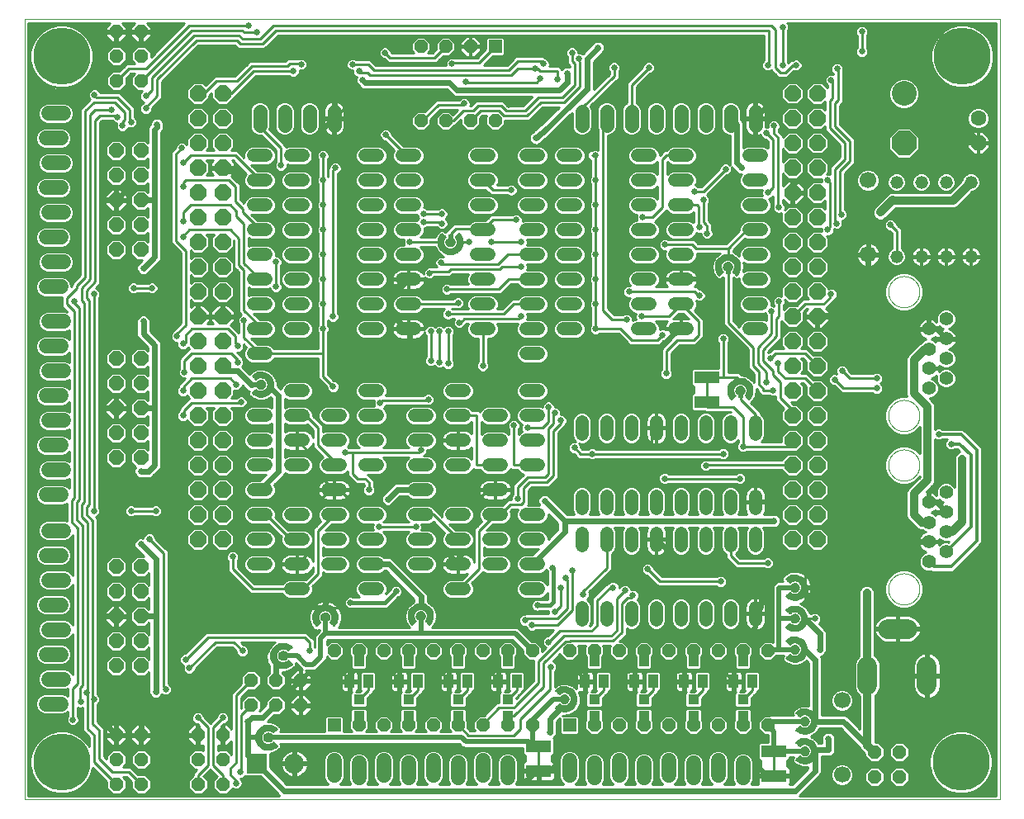
<source format=gbl>
G75*
%MOIN*%
%OFA0B0*%
%FSLAX25Y25*%
%IPPOS*%
%LPD*%
%AMOC8*
5,1,8,0,0,1.08239X$1,22.5*
%
%ADD10C,0.00000*%
%ADD11OC8,0.06600*%
%ADD12C,0.23000*%
%ADD13C,0.07874*%
%ADD14C,0.05600*%
%ADD15R,0.05200X0.05200*%
%ADD16OC8,0.05200*%
%ADD17C,0.05200*%
%ADD18C,0.06000*%
%ADD19C,0.10000*%
%ADD20OC8,0.10000*%
%ADD21C,0.06693*%
%ADD22OC8,0.06300*%
%ADD23C,0.06300*%
%ADD24OC8,0.05600*%
%ADD25R,0.04000X0.02000*%
%ADD26R,0.01600X0.03200*%
%ADD27C,0.00500*%
%ADD28R,0.10000X0.05000*%
%ADD29C,0.01000*%
%ADD30R,0.02000X0.04000*%
%ADD31R,0.03200X0.01600*%
%ADD32C,0.05600*%
%ADD33C,0.05200*%
%ADD34OC8,0.05937*%
%ADD35R,0.03937X0.05512*%
%ADD36R,0.04331X0.03937*%
%ADD37R,0.08000X0.08000*%
%ADD38C,0.08000*%
%ADD39C,0.02578*%
%ADD40C,0.02400*%
%ADD41C,0.03200*%
%ADD42C,0.02000*%
%ADD43C,0.01600*%
%ADD44C,0.01200*%
D10*
X0003000Y0106000D02*
X0003000Y0420961D01*
X0396701Y0420961D01*
X0396701Y0106000D01*
X0003000Y0106000D01*
X0351701Y0191000D02*
X0351703Y0191158D01*
X0351709Y0191316D01*
X0351719Y0191474D01*
X0351733Y0191632D01*
X0351751Y0191789D01*
X0351772Y0191946D01*
X0351798Y0192102D01*
X0351828Y0192258D01*
X0351861Y0192413D01*
X0351899Y0192566D01*
X0351940Y0192719D01*
X0351985Y0192871D01*
X0352034Y0193022D01*
X0352087Y0193171D01*
X0352143Y0193319D01*
X0352203Y0193465D01*
X0352267Y0193610D01*
X0352335Y0193753D01*
X0352406Y0193895D01*
X0352480Y0194035D01*
X0352558Y0194172D01*
X0352640Y0194308D01*
X0352724Y0194442D01*
X0352813Y0194573D01*
X0352904Y0194702D01*
X0352999Y0194829D01*
X0353096Y0194954D01*
X0353197Y0195076D01*
X0353301Y0195195D01*
X0353408Y0195312D01*
X0353518Y0195426D01*
X0353631Y0195537D01*
X0353746Y0195646D01*
X0353864Y0195751D01*
X0353985Y0195853D01*
X0354108Y0195953D01*
X0354234Y0196049D01*
X0354362Y0196142D01*
X0354492Y0196232D01*
X0354625Y0196318D01*
X0354760Y0196402D01*
X0354896Y0196481D01*
X0355035Y0196558D01*
X0355176Y0196630D01*
X0355318Y0196700D01*
X0355462Y0196765D01*
X0355608Y0196827D01*
X0355755Y0196885D01*
X0355904Y0196940D01*
X0356054Y0196991D01*
X0356205Y0197038D01*
X0356357Y0197081D01*
X0356510Y0197120D01*
X0356665Y0197156D01*
X0356820Y0197187D01*
X0356976Y0197215D01*
X0357132Y0197239D01*
X0357289Y0197259D01*
X0357447Y0197275D01*
X0357604Y0197287D01*
X0357763Y0197295D01*
X0357921Y0197299D01*
X0358079Y0197299D01*
X0358237Y0197295D01*
X0358396Y0197287D01*
X0358553Y0197275D01*
X0358711Y0197259D01*
X0358868Y0197239D01*
X0359024Y0197215D01*
X0359180Y0197187D01*
X0359335Y0197156D01*
X0359490Y0197120D01*
X0359643Y0197081D01*
X0359795Y0197038D01*
X0359946Y0196991D01*
X0360096Y0196940D01*
X0360245Y0196885D01*
X0360392Y0196827D01*
X0360538Y0196765D01*
X0360682Y0196700D01*
X0360824Y0196630D01*
X0360965Y0196558D01*
X0361104Y0196481D01*
X0361240Y0196402D01*
X0361375Y0196318D01*
X0361508Y0196232D01*
X0361638Y0196142D01*
X0361766Y0196049D01*
X0361892Y0195953D01*
X0362015Y0195853D01*
X0362136Y0195751D01*
X0362254Y0195646D01*
X0362369Y0195537D01*
X0362482Y0195426D01*
X0362592Y0195312D01*
X0362699Y0195195D01*
X0362803Y0195076D01*
X0362904Y0194954D01*
X0363001Y0194829D01*
X0363096Y0194702D01*
X0363187Y0194573D01*
X0363276Y0194442D01*
X0363360Y0194308D01*
X0363442Y0194172D01*
X0363520Y0194035D01*
X0363594Y0193895D01*
X0363665Y0193753D01*
X0363733Y0193610D01*
X0363797Y0193465D01*
X0363857Y0193319D01*
X0363913Y0193171D01*
X0363966Y0193022D01*
X0364015Y0192871D01*
X0364060Y0192719D01*
X0364101Y0192566D01*
X0364139Y0192413D01*
X0364172Y0192258D01*
X0364202Y0192102D01*
X0364228Y0191946D01*
X0364249Y0191789D01*
X0364267Y0191632D01*
X0364281Y0191474D01*
X0364291Y0191316D01*
X0364297Y0191158D01*
X0364299Y0191000D01*
X0364297Y0190842D01*
X0364291Y0190684D01*
X0364281Y0190526D01*
X0364267Y0190368D01*
X0364249Y0190211D01*
X0364228Y0190054D01*
X0364202Y0189898D01*
X0364172Y0189742D01*
X0364139Y0189587D01*
X0364101Y0189434D01*
X0364060Y0189281D01*
X0364015Y0189129D01*
X0363966Y0188978D01*
X0363913Y0188829D01*
X0363857Y0188681D01*
X0363797Y0188535D01*
X0363733Y0188390D01*
X0363665Y0188247D01*
X0363594Y0188105D01*
X0363520Y0187965D01*
X0363442Y0187828D01*
X0363360Y0187692D01*
X0363276Y0187558D01*
X0363187Y0187427D01*
X0363096Y0187298D01*
X0363001Y0187171D01*
X0362904Y0187046D01*
X0362803Y0186924D01*
X0362699Y0186805D01*
X0362592Y0186688D01*
X0362482Y0186574D01*
X0362369Y0186463D01*
X0362254Y0186354D01*
X0362136Y0186249D01*
X0362015Y0186147D01*
X0361892Y0186047D01*
X0361766Y0185951D01*
X0361638Y0185858D01*
X0361508Y0185768D01*
X0361375Y0185682D01*
X0361240Y0185598D01*
X0361104Y0185519D01*
X0360965Y0185442D01*
X0360824Y0185370D01*
X0360682Y0185300D01*
X0360538Y0185235D01*
X0360392Y0185173D01*
X0360245Y0185115D01*
X0360096Y0185060D01*
X0359946Y0185009D01*
X0359795Y0184962D01*
X0359643Y0184919D01*
X0359490Y0184880D01*
X0359335Y0184844D01*
X0359180Y0184813D01*
X0359024Y0184785D01*
X0358868Y0184761D01*
X0358711Y0184741D01*
X0358553Y0184725D01*
X0358396Y0184713D01*
X0358237Y0184705D01*
X0358079Y0184701D01*
X0357921Y0184701D01*
X0357763Y0184705D01*
X0357604Y0184713D01*
X0357447Y0184725D01*
X0357289Y0184741D01*
X0357132Y0184761D01*
X0356976Y0184785D01*
X0356820Y0184813D01*
X0356665Y0184844D01*
X0356510Y0184880D01*
X0356357Y0184919D01*
X0356205Y0184962D01*
X0356054Y0185009D01*
X0355904Y0185060D01*
X0355755Y0185115D01*
X0355608Y0185173D01*
X0355462Y0185235D01*
X0355318Y0185300D01*
X0355176Y0185370D01*
X0355035Y0185442D01*
X0354896Y0185519D01*
X0354760Y0185598D01*
X0354625Y0185682D01*
X0354492Y0185768D01*
X0354362Y0185858D01*
X0354234Y0185951D01*
X0354108Y0186047D01*
X0353985Y0186147D01*
X0353864Y0186249D01*
X0353746Y0186354D01*
X0353631Y0186463D01*
X0353518Y0186574D01*
X0353408Y0186688D01*
X0353301Y0186805D01*
X0353197Y0186924D01*
X0353096Y0187046D01*
X0352999Y0187171D01*
X0352904Y0187298D01*
X0352813Y0187427D01*
X0352724Y0187558D01*
X0352640Y0187692D01*
X0352558Y0187828D01*
X0352480Y0187965D01*
X0352406Y0188105D01*
X0352335Y0188247D01*
X0352267Y0188390D01*
X0352203Y0188535D01*
X0352143Y0188681D01*
X0352087Y0188829D01*
X0352034Y0188978D01*
X0351985Y0189129D01*
X0351940Y0189281D01*
X0351899Y0189434D01*
X0351861Y0189587D01*
X0351828Y0189742D01*
X0351798Y0189898D01*
X0351772Y0190054D01*
X0351751Y0190211D01*
X0351733Y0190368D01*
X0351719Y0190526D01*
X0351709Y0190684D01*
X0351703Y0190842D01*
X0351701Y0191000D01*
X0351701Y0241000D02*
X0351703Y0241158D01*
X0351709Y0241316D01*
X0351719Y0241474D01*
X0351733Y0241632D01*
X0351751Y0241789D01*
X0351772Y0241946D01*
X0351798Y0242102D01*
X0351828Y0242258D01*
X0351861Y0242413D01*
X0351899Y0242566D01*
X0351940Y0242719D01*
X0351985Y0242871D01*
X0352034Y0243022D01*
X0352087Y0243171D01*
X0352143Y0243319D01*
X0352203Y0243465D01*
X0352267Y0243610D01*
X0352335Y0243753D01*
X0352406Y0243895D01*
X0352480Y0244035D01*
X0352558Y0244172D01*
X0352640Y0244308D01*
X0352724Y0244442D01*
X0352813Y0244573D01*
X0352904Y0244702D01*
X0352999Y0244829D01*
X0353096Y0244954D01*
X0353197Y0245076D01*
X0353301Y0245195D01*
X0353408Y0245312D01*
X0353518Y0245426D01*
X0353631Y0245537D01*
X0353746Y0245646D01*
X0353864Y0245751D01*
X0353985Y0245853D01*
X0354108Y0245953D01*
X0354234Y0246049D01*
X0354362Y0246142D01*
X0354492Y0246232D01*
X0354625Y0246318D01*
X0354760Y0246402D01*
X0354896Y0246481D01*
X0355035Y0246558D01*
X0355176Y0246630D01*
X0355318Y0246700D01*
X0355462Y0246765D01*
X0355608Y0246827D01*
X0355755Y0246885D01*
X0355904Y0246940D01*
X0356054Y0246991D01*
X0356205Y0247038D01*
X0356357Y0247081D01*
X0356510Y0247120D01*
X0356665Y0247156D01*
X0356820Y0247187D01*
X0356976Y0247215D01*
X0357132Y0247239D01*
X0357289Y0247259D01*
X0357447Y0247275D01*
X0357604Y0247287D01*
X0357763Y0247295D01*
X0357921Y0247299D01*
X0358079Y0247299D01*
X0358237Y0247295D01*
X0358396Y0247287D01*
X0358553Y0247275D01*
X0358711Y0247259D01*
X0358868Y0247239D01*
X0359024Y0247215D01*
X0359180Y0247187D01*
X0359335Y0247156D01*
X0359490Y0247120D01*
X0359643Y0247081D01*
X0359795Y0247038D01*
X0359946Y0246991D01*
X0360096Y0246940D01*
X0360245Y0246885D01*
X0360392Y0246827D01*
X0360538Y0246765D01*
X0360682Y0246700D01*
X0360824Y0246630D01*
X0360965Y0246558D01*
X0361104Y0246481D01*
X0361240Y0246402D01*
X0361375Y0246318D01*
X0361508Y0246232D01*
X0361638Y0246142D01*
X0361766Y0246049D01*
X0361892Y0245953D01*
X0362015Y0245853D01*
X0362136Y0245751D01*
X0362254Y0245646D01*
X0362369Y0245537D01*
X0362482Y0245426D01*
X0362592Y0245312D01*
X0362699Y0245195D01*
X0362803Y0245076D01*
X0362904Y0244954D01*
X0363001Y0244829D01*
X0363096Y0244702D01*
X0363187Y0244573D01*
X0363276Y0244442D01*
X0363360Y0244308D01*
X0363442Y0244172D01*
X0363520Y0244035D01*
X0363594Y0243895D01*
X0363665Y0243753D01*
X0363733Y0243610D01*
X0363797Y0243465D01*
X0363857Y0243319D01*
X0363913Y0243171D01*
X0363966Y0243022D01*
X0364015Y0242871D01*
X0364060Y0242719D01*
X0364101Y0242566D01*
X0364139Y0242413D01*
X0364172Y0242258D01*
X0364202Y0242102D01*
X0364228Y0241946D01*
X0364249Y0241789D01*
X0364267Y0241632D01*
X0364281Y0241474D01*
X0364291Y0241316D01*
X0364297Y0241158D01*
X0364299Y0241000D01*
X0364297Y0240842D01*
X0364291Y0240684D01*
X0364281Y0240526D01*
X0364267Y0240368D01*
X0364249Y0240211D01*
X0364228Y0240054D01*
X0364202Y0239898D01*
X0364172Y0239742D01*
X0364139Y0239587D01*
X0364101Y0239434D01*
X0364060Y0239281D01*
X0364015Y0239129D01*
X0363966Y0238978D01*
X0363913Y0238829D01*
X0363857Y0238681D01*
X0363797Y0238535D01*
X0363733Y0238390D01*
X0363665Y0238247D01*
X0363594Y0238105D01*
X0363520Y0237965D01*
X0363442Y0237828D01*
X0363360Y0237692D01*
X0363276Y0237558D01*
X0363187Y0237427D01*
X0363096Y0237298D01*
X0363001Y0237171D01*
X0362904Y0237046D01*
X0362803Y0236924D01*
X0362699Y0236805D01*
X0362592Y0236688D01*
X0362482Y0236574D01*
X0362369Y0236463D01*
X0362254Y0236354D01*
X0362136Y0236249D01*
X0362015Y0236147D01*
X0361892Y0236047D01*
X0361766Y0235951D01*
X0361638Y0235858D01*
X0361508Y0235768D01*
X0361375Y0235682D01*
X0361240Y0235598D01*
X0361104Y0235519D01*
X0360965Y0235442D01*
X0360824Y0235370D01*
X0360682Y0235300D01*
X0360538Y0235235D01*
X0360392Y0235173D01*
X0360245Y0235115D01*
X0360096Y0235060D01*
X0359946Y0235009D01*
X0359795Y0234962D01*
X0359643Y0234919D01*
X0359490Y0234880D01*
X0359335Y0234844D01*
X0359180Y0234813D01*
X0359024Y0234785D01*
X0358868Y0234761D01*
X0358711Y0234741D01*
X0358553Y0234725D01*
X0358396Y0234713D01*
X0358237Y0234705D01*
X0358079Y0234701D01*
X0357921Y0234701D01*
X0357763Y0234705D01*
X0357604Y0234713D01*
X0357447Y0234725D01*
X0357289Y0234741D01*
X0357132Y0234761D01*
X0356976Y0234785D01*
X0356820Y0234813D01*
X0356665Y0234844D01*
X0356510Y0234880D01*
X0356357Y0234919D01*
X0356205Y0234962D01*
X0356054Y0235009D01*
X0355904Y0235060D01*
X0355755Y0235115D01*
X0355608Y0235173D01*
X0355462Y0235235D01*
X0355318Y0235300D01*
X0355176Y0235370D01*
X0355035Y0235442D01*
X0354896Y0235519D01*
X0354760Y0235598D01*
X0354625Y0235682D01*
X0354492Y0235768D01*
X0354362Y0235858D01*
X0354234Y0235951D01*
X0354108Y0236047D01*
X0353985Y0236147D01*
X0353864Y0236249D01*
X0353746Y0236354D01*
X0353631Y0236463D01*
X0353518Y0236574D01*
X0353408Y0236688D01*
X0353301Y0236805D01*
X0353197Y0236924D01*
X0353096Y0237046D01*
X0352999Y0237171D01*
X0352904Y0237298D01*
X0352813Y0237427D01*
X0352724Y0237558D01*
X0352640Y0237692D01*
X0352558Y0237828D01*
X0352480Y0237965D01*
X0352406Y0238105D01*
X0352335Y0238247D01*
X0352267Y0238390D01*
X0352203Y0238535D01*
X0352143Y0238681D01*
X0352087Y0238829D01*
X0352034Y0238978D01*
X0351985Y0239129D01*
X0351940Y0239281D01*
X0351899Y0239434D01*
X0351861Y0239587D01*
X0351828Y0239742D01*
X0351798Y0239898D01*
X0351772Y0240054D01*
X0351751Y0240211D01*
X0351733Y0240368D01*
X0351719Y0240526D01*
X0351709Y0240684D01*
X0351703Y0240842D01*
X0351701Y0241000D01*
X0351701Y0261000D02*
X0351703Y0261158D01*
X0351709Y0261316D01*
X0351719Y0261474D01*
X0351733Y0261632D01*
X0351751Y0261789D01*
X0351772Y0261946D01*
X0351798Y0262102D01*
X0351828Y0262258D01*
X0351861Y0262413D01*
X0351899Y0262566D01*
X0351940Y0262719D01*
X0351985Y0262871D01*
X0352034Y0263022D01*
X0352087Y0263171D01*
X0352143Y0263319D01*
X0352203Y0263465D01*
X0352267Y0263610D01*
X0352335Y0263753D01*
X0352406Y0263895D01*
X0352480Y0264035D01*
X0352558Y0264172D01*
X0352640Y0264308D01*
X0352724Y0264442D01*
X0352813Y0264573D01*
X0352904Y0264702D01*
X0352999Y0264829D01*
X0353096Y0264954D01*
X0353197Y0265076D01*
X0353301Y0265195D01*
X0353408Y0265312D01*
X0353518Y0265426D01*
X0353631Y0265537D01*
X0353746Y0265646D01*
X0353864Y0265751D01*
X0353985Y0265853D01*
X0354108Y0265953D01*
X0354234Y0266049D01*
X0354362Y0266142D01*
X0354492Y0266232D01*
X0354625Y0266318D01*
X0354760Y0266402D01*
X0354896Y0266481D01*
X0355035Y0266558D01*
X0355176Y0266630D01*
X0355318Y0266700D01*
X0355462Y0266765D01*
X0355608Y0266827D01*
X0355755Y0266885D01*
X0355904Y0266940D01*
X0356054Y0266991D01*
X0356205Y0267038D01*
X0356357Y0267081D01*
X0356510Y0267120D01*
X0356665Y0267156D01*
X0356820Y0267187D01*
X0356976Y0267215D01*
X0357132Y0267239D01*
X0357289Y0267259D01*
X0357447Y0267275D01*
X0357604Y0267287D01*
X0357763Y0267295D01*
X0357921Y0267299D01*
X0358079Y0267299D01*
X0358237Y0267295D01*
X0358396Y0267287D01*
X0358553Y0267275D01*
X0358711Y0267259D01*
X0358868Y0267239D01*
X0359024Y0267215D01*
X0359180Y0267187D01*
X0359335Y0267156D01*
X0359490Y0267120D01*
X0359643Y0267081D01*
X0359795Y0267038D01*
X0359946Y0266991D01*
X0360096Y0266940D01*
X0360245Y0266885D01*
X0360392Y0266827D01*
X0360538Y0266765D01*
X0360682Y0266700D01*
X0360824Y0266630D01*
X0360965Y0266558D01*
X0361104Y0266481D01*
X0361240Y0266402D01*
X0361375Y0266318D01*
X0361508Y0266232D01*
X0361638Y0266142D01*
X0361766Y0266049D01*
X0361892Y0265953D01*
X0362015Y0265853D01*
X0362136Y0265751D01*
X0362254Y0265646D01*
X0362369Y0265537D01*
X0362482Y0265426D01*
X0362592Y0265312D01*
X0362699Y0265195D01*
X0362803Y0265076D01*
X0362904Y0264954D01*
X0363001Y0264829D01*
X0363096Y0264702D01*
X0363187Y0264573D01*
X0363276Y0264442D01*
X0363360Y0264308D01*
X0363442Y0264172D01*
X0363520Y0264035D01*
X0363594Y0263895D01*
X0363665Y0263753D01*
X0363733Y0263610D01*
X0363797Y0263465D01*
X0363857Y0263319D01*
X0363913Y0263171D01*
X0363966Y0263022D01*
X0364015Y0262871D01*
X0364060Y0262719D01*
X0364101Y0262566D01*
X0364139Y0262413D01*
X0364172Y0262258D01*
X0364202Y0262102D01*
X0364228Y0261946D01*
X0364249Y0261789D01*
X0364267Y0261632D01*
X0364281Y0261474D01*
X0364291Y0261316D01*
X0364297Y0261158D01*
X0364299Y0261000D01*
X0364297Y0260842D01*
X0364291Y0260684D01*
X0364281Y0260526D01*
X0364267Y0260368D01*
X0364249Y0260211D01*
X0364228Y0260054D01*
X0364202Y0259898D01*
X0364172Y0259742D01*
X0364139Y0259587D01*
X0364101Y0259434D01*
X0364060Y0259281D01*
X0364015Y0259129D01*
X0363966Y0258978D01*
X0363913Y0258829D01*
X0363857Y0258681D01*
X0363797Y0258535D01*
X0363733Y0258390D01*
X0363665Y0258247D01*
X0363594Y0258105D01*
X0363520Y0257965D01*
X0363442Y0257828D01*
X0363360Y0257692D01*
X0363276Y0257558D01*
X0363187Y0257427D01*
X0363096Y0257298D01*
X0363001Y0257171D01*
X0362904Y0257046D01*
X0362803Y0256924D01*
X0362699Y0256805D01*
X0362592Y0256688D01*
X0362482Y0256574D01*
X0362369Y0256463D01*
X0362254Y0256354D01*
X0362136Y0256249D01*
X0362015Y0256147D01*
X0361892Y0256047D01*
X0361766Y0255951D01*
X0361638Y0255858D01*
X0361508Y0255768D01*
X0361375Y0255682D01*
X0361240Y0255598D01*
X0361104Y0255519D01*
X0360965Y0255442D01*
X0360824Y0255370D01*
X0360682Y0255300D01*
X0360538Y0255235D01*
X0360392Y0255173D01*
X0360245Y0255115D01*
X0360096Y0255060D01*
X0359946Y0255009D01*
X0359795Y0254962D01*
X0359643Y0254919D01*
X0359490Y0254880D01*
X0359335Y0254844D01*
X0359180Y0254813D01*
X0359024Y0254785D01*
X0358868Y0254761D01*
X0358711Y0254741D01*
X0358553Y0254725D01*
X0358396Y0254713D01*
X0358237Y0254705D01*
X0358079Y0254701D01*
X0357921Y0254701D01*
X0357763Y0254705D01*
X0357604Y0254713D01*
X0357447Y0254725D01*
X0357289Y0254741D01*
X0357132Y0254761D01*
X0356976Y0254785D01*
X0356820Y0254813D01*
X0356665Y0254844D01*
X0356510Y0254880D01*
X0356357Y0254919D01*
X0356205Y0254962D01*
X0356054Y0255009D01*
X0355904Y0255060D01*
X0355755Y0255115D01*
X0355608Y0255173D01*
X0355462Y0255235D01*
X0355318Y0255300D01*
X0355176Y0255370D01*
X0355035Y0255442D01*
X0354896Y0255519D01*
X0354760Y0255598D01*
X0354625Y0255682D01*
X0354492Y0255768D01*
X0354362Y0255858D01*
X0354234Y0255951D01*
X0354108Y0256047D01*
X0353985Y0256147D01*
X0353864Y0256249D01*
X0353746Y0256354D01*
X0353631Y0256463D01*
X0353518Y0256574D01*
X0353408Y0256688D01*
X0353301Y0256805D01*
X0353197Y0256924D01*
X0353096Y0257046D01*
X0352999Y0257171D01*
X0352904Y0257298D01*
X0352813Y0257427D01*
X0352724Y0257558D01*
X0352640Y0257692D01*
X0352558Y0257828D01*
X0352480Y0257965D01*
X0352406Y0258105D01*
X0352335Y0258247D01*
X0352267Y0258390D01*
X0352203Y0258535D01*
X0352143Y0258681D01*
X0352087Y0258829D01*
X0352034Y0258978D01*
X0351985Y0259129D01*
X0351940Y0259281D01*
X0351899Y0259434D01*
X0351861Y0259587D01*
X0351828Y0259742D01*
X0351798Y0259898D01*
X0351772Y0260054D01*
X0351751Y0260211D01*
X0351733Y0260368D01*
X0351719Y0260526D01*
X0351709Y0260684D01*
X0351703Y0260842D01*
X0351701Y0261000D01*
X0351701Y0311000D02*
X0351703Y0311158D01*
X0351709Y0311316D01*
X0351719Y0311474D01*
X0351733Y0311632D01*
X0351751Y0311789D01*
X0351772Y0311946D01*
X0351798Y0312102D01*
X0351828Y0312258D01*
X0351861Y0312413D01*
X0351899Y0312566D01*
X0351940Y0312719D01*
X0351985Y0312871D01*
X0352034Y0313022D01*
X0352087Y0313171D01*
X0352143Y0313319D01*
X0352203Y0313465D01*
X0352267Y0313610D01*
X0352335Y0313753D01*
X0352406Y0313895D01*
X0352480Y0314035D01*
X0352558Y0314172D01*
X0352640Y0314308D01*
X0352724Y0314442D01*
X0352813Y0314573D01*
X0352904Y0314702D01*
X0352999Y0314829D01*
X0353096Y0314954D01*
X0353197Y0315076D01*
X0353301Y0315195D01*
X0353408Y0315312D01*
X0353518Y0315426D01*
X0353631Y0315537D01*
X0353746Y0315646D01*
X0353864Y0315751D01*
X0353985Y0315853D01*
X0354108Y0315953D01*
X0354234Y0316049D01*
X0354362Y0316142D01*
X0354492Y0316232D01*
X0354625Y0316318D01*
X0354760Y0316402D01*
X0354896Y0316481D01*
X0355035Y0316558D01*
X0355176Y0316630D01*
X0355318Y0316700D01*
X0355462Y0316765D01*
X0355608Y0316827D01*
X0355755Y0316885D01*
X0355904Y0316940D01*
X0356054Y0316991D01*
X0356205Y0317038D01*
X0356357Y0317081D01*
X0356510Y0317120D01*
X0356665Y0317156D01*
X0356820Y0317187D01*
X0356976Y0317215D01*
X0357132Y0317239D01*
X0357289Y0317259D01*
X0357447Y0317275D01*
X0357604Y0317287D01*
X0357763Y0317295D01*
X0357921Y0317299D01*
X0358079Y0317299D01*
X0358237Y0317295D01*
X0358396Y0317287D01*
X0358553Y0317275D01*
X0358711Y0317259D01*
X0358868Y0317239D01*
X0359024Y0317215D01*
X0359180Y0317187D01*
X0359335Y0317156D01*
X0359490Y0317120D01*
X0359643Y0317081D01*
X0359795Y0317038D01*
X0359946Y0316991D01*
X0360096Y0316940D01*
X0360245Y0316885D01*
X0360392Y0316827D01*
X0360538Y0316765D01*
X0360682Y0316700D01*
X0360824Y0316630D01*
X0360965Y0316558D01*
X0361104Y0316481D01*
X0361240Y0316402D01*
X0361375Y0316318D01*
X0361508Y0316232D01*
X0361638Y0316142D01*
X0361766Y0316049D01*
X0361892Y0315953D01*
X0362015Y0315853D01*
X0362136Y0315751D01*
X0362254Y0315646D01*
X0362369Y0315537D01*
X0362482Y0315426D01*
X0362592Y0315312D01*
X0362699Y0315195D01*
X0362803Y0315076D01*
X0362904Y0314954D01*
X0363001Y0314829D01*
X0363096Y0314702D01*
X0363187Y0314573D01*
X0363276Y0314442D01*
X0363360Y0314308D01*
X0363442Y0314172D01*
X0363520Y0314035D01*
X0363594Y0313895D01*
X0363665Y0313753D01*
X0363733Y0313610D01*
X0363797Y0313465D01*
X0363857Y0313319D01*
X0363913Y0313171D01*
X0363966Y0313022D01*
X0364015Y0312871D01*
X0364060Y0312719D01*
X0364101Y0312566D01*
X0364139Y0312413D01*
X0364172Y0312258D01*
X0364202Y0312102D01*
X0364228Y0311946D01*
X0364249Y0311789D01*
X0364267Y0311632D01*
X0364281Y0311474D01*
X0364291Y0311316D01*
X0364297Y0311158D01*
X0364299Y0311000D01*
X0364297Y0310842D01*
X0364291Y0310684D01*
X0364281Y0310526D01*
X0364267Y0310368D01*
X0364249Y0310211D01*
X0364228Y0310054D01*
X0364202Y0309898D01*
X0364172Y0309742D01*
X0364139Y0309587D01*
X0364101Y0309434D01*
X0364060Y0309281D01*
X0364015Y0309129D01*
X0363966Y0308978D01*
X0363913Y0308829D01*
X0363857Y0308681D01*
X0363797Y0308535D01*
X0363733Y0308390D01*
X0363665Y0308247D01*
X0363594Y0308105D01*
X0363520Y0307965D01*
X0363442Y0307828D01*
X0363360Y0307692D01*
X0363276Y0307558D01*
X0363187Y0307427D01*
X0363096Y0307298D01*
X0363001Y0307171D01*
X0362904Y0307046D01*
X0362803Y0306924D01*
X0362699Y0306805D01*
X0362592Y0306688D01*
X0362482Y0306574D01*
X0362369Y0306463D01*
X0362254Y0306354D01*
X0362136Y0306249D01*
X0362015Y0306147D01*
X0361892Y0306047D01*
X0361766Y0305951D01*
X0361638Y0305858D01*
X0361508Y0305768D01*
X0361375Y0305682D01*
X0361240Y0305598D01*
X0361104Y0305519D01*
X0360965Y0305442D01*
X0360824Y0305370D01*
X0360682Y0305300D01*
X0360538Y0305235D01*
X0360392Y0305173D01*
X0360245Y0305115D01*
X0360096Y0305060D01*
X0359946Y0305009D01*
X0359795Y0304962D01*
X0359643Y0304919D01*
X0359490Y0304880D01*
X0359335Y0304844D01*
X0359180Y0304813D01*
X0359024Y0304785D01*
X0358868Y0304761D01*
X0358711Y0304741D01*
X0358553Y0304725D01*
X0358396Y0304713D01*
X0358237Y0304705D01*
X0358079Y0304701D01*
X0357921Y0304701D01*
X0357763Y0304705D01*
X0357604Y0304713D01*
X0357447Y0304725D01*
X0357289Y0304741D01*
X0357132Y0304761D01*
X0356976Y0304785D01*
X0356820Y0304813D01*
X0356665Y0304844D01*
X0356510Y0304880D01*
X0356357Y0304919D01*
X0356205Y0304962D01*
X0356054Y0305009D01*
X0355904Y0305060D01*
X0355755Y0305115D01*
X0355608Y0305173D01*
X0355462Y0305235D01*
X0355318Y0305300D01*
X0355176Y0305370D01*
X0355035Y0305442D01*
X0354896Y0305519D01*
X0354760Y0305598D01*
X0354625Y0305682D01*
X0354492Y0305768D01*
X0354362Y0305858D01*
X0354234Y0305951D01*
X0354108Y0306047D01*
X0353985Y0306147D01*
X0353864Y0306249D01*
X0353746Y0306354D01*
X0353631Y0306463D01*
X0353518Y0306574D01*
X0353408Y0306688D01*
X0353301Y0306805D01*
X0353197Y0306924D01*
X0353096Y0307046D01*
X0352999Y0307171D01*
X0352904Y0307298D01*
X0352813Y0307427D01*
X0352724Y0307558D01*
X0352640Y0307692D01*
X0352558Y0307828D01*
X0352480Y0307965D01*
X0352406Y0308105D01*
X0352335Y0308247D01*
X0352267Y0308390D01*
X0352203Y0308535D01*
X0352143Y0308681D01*
X0352087Y0308829D01*
X0352034Y0308978D01*
X0351985Y0309129D01*
X0351940Y0309281D01*
X0351899Y0309434D01*
X0351861Y0309587D01*
X0351828Y0309742D01*
X0351798Y0309898D01*
X0351772Y0310054D01*
X0351751Y0310211D01*
X0351733Y0310368D01*
X0351719Y0310526D01*
X0351709Y0310684D01*
X0351703Y0310842D01*
X0351701Y0311000D01*
D11*
X0323000Y0311000D03*
X0323000Y0301000D03*
X0323000Y0291000D03*
X0323000Y0281000D03*
X0323000Y0271000D03*
X0323000Y0261000D03*
X0323000Y0251000D03*
X0323000Y0241000D03*
X0323000Y0231000D03*
X0323000Y0221000D03*
X0323000Y0211000D03*
X0313000Y0211000D03*
X0313000Y0221000D03*
X0313000Y0231000D03*
X0313000Y0241000D03*
X0313000Y0251000D03*
X0313000Y0261000D03*
X0313000Y0271000D03*
X0313000Y0281000D03*
X0313000Y0291000D03*
X0313000Y0301000D03*
X0313000Y0311000D03*
X0313000Y0321000D03*
X0313000Y0331000D03*
X0313000Y0341000D03*
X0313000Y0351000D03*
X0313000Y0361000D03*
X0313000Y0371000D03*
X0313000Y0381000D03*
X0313000Y0391000D03*
X0323000Y0391000D03*
X0323000Y0381000D03*
X0323000Y0371000D03*
X0323000Y0361000D03*
X0323000Y0351000D03*
X0323000Y0341000D03*
X0323000Y0331000D03*
X0323000Y0321000D03*
X0083000Y0321000D03*
X0083000Y0311000D03*
X0083000Y0301000D03*
X0083000Y0291000D03*
X0083000Y0281000D03*
X0083000Y0271000D03*
X0083000Y0261000D03*
X0083000Y0251000D03*
X0083000Y0241000D03*
X0083000Y0231000D03*
X0083000Y0221000D03*
X0083000Y0211000D03*
X0073000Y0211000D03*
X0073000Y0221000D03*
X0073000Y0231000D03*
X0073000Y0241000D03*
X0073000Y0251000D03*
X0073000Y0261000D03*
X0073000Y0271000D03*
X0073000Y0281000D03*
X0073000Y0291000D03*
X0073000Y0301000D03*
X0073000Y0311000D03*
X0073000Y0321000D03*
X0073000Y0331000D03*
X0073000Y0341000D03*
X0073000Y0351000D03*
X0073000Y0361000D03*
X0073000Y0371000D03*
X0073000Y0381000D03*
X0073000Y0391000D03*
X0083000Y0391000D03*
X0083000Y0381000D03*
X0083000Y0371000D03*
X0083000Y0361000D03*
X0083000Y0351000D03*
X0083000Y0341000D03*
X0083000Y0331000D03*
D12*
X0018000Y0406000D03*
X0018000Y0121000D03*
X0381000Y0121000D03*
X0381500Y0406000D03*
D13*
X0359437Y0174898D02*
X0351563Y0174898D01*
X0343295Y0159937D02*
X0343295Y0152063D01*
X0367311Y0152063D02*
X0367311Y0159937D01*
D14*
X0368000Y0202004D03*
X0368000Y0210035D03*
X0375008Y0206020D03*
X0375008Y0214051D03*
X0375008Y0221965D03*
X0368000Y0225980D03*
X0368000Y0217949D03*
X0375008Y0229996D03*
X0368000Y0272004D03*
X0375008Y0276020D03*
X0375008Y0284051D03*
X0368000Y0287949D03*
X0368000Y0280035D03*
X0375008Y0291965D03*
X0368000Y0295980D03*
X0375008Y0299996D03*
D15*
X0223000Y0136000D03*
X0128000Y0136000D03*
X0193000Y0410000D03*
D16*
X0183000Y0410000D03*
X0173000Y0410000D03*
X0163000Y0410000D03*
X0163000Y0380000D03*
X0173000Y0380000D03*
X0183000Y0380000D03*
X0193000Y0380000D03*
X0188000Y0166000D03*
X0198000Y0166000D03*
X0208000Y0166000D03*
X0223000Y0166000D03*
X0233000Y0166000D03*
X0243000Y0166000D03*
X0253000Y0166000D03*
X0263000Y0166000D03*
X0273000Y0166000D03*
X0283000Y0166000D03*
X0293000Y0166000D03*
X0303000Y0166000D03*
X0303000Y0136000D03*
X0293000Y0136000D03*
X0283000Y0136000D03*
X0273000Y0136000D03*
X0263000Y0136000D03*
X0253000Y0136000D03*
X0243000Y0136000D03*
X0233000Y0136000D03*
X0208000Y0136000D03*
X0198000Y0136000D03*
X0188000Y0136000D03*
X0178000Y0136000D03*
X0168000Y0136000D03*
X0158000Y0136000D03*
X0148000Y0136000D03*
X0138000Y0136000D03*
X0138000Y0166000D03*
X0128000Y0166000D03*
X0148000Y0166000D03*
X0158000Y0166000D03*
X0168000Y0166000D03*
X0178000Y0166000D03*
D17*
X0180600Y0191000D02*
X0175400Y0191000D01*
X0175400Y0201000D02*
X0180600Y0201000D01*
X0190400Y0201000D02*
X0195600Y0201000D01*
X0195600Y0211000D02*
X0190400Y0211000D01*
X0180600Y0211000D02*
X0175400Y0211000D01*
X0165600Y0211000D02*
X0160400Y0211000D01*
X0160400Y0201000D02*
X0165600Y0201000D01*
X0165600Y0221000D02*
X0160400Y0221000D01*
X0160400Y0231000D02*
X0165600Y0231000D01*
X0165600Y0241000D02*
X0160400Y0241000D01*
X0160400Y0251000D02*
X0165600Y0251000D01*
X0175400Y0251000D02*
X0180600Y0251000D01*
X0190400Y0251000D02*
X0195600Y0251000D01*
X0195600Y0241000D02*
X0190400Y0241000D01*
X0180600Y0241000D02*
X0175400Y0241000D01*
X0190400Y0231000D02*
X0195600Y0231000D01*
X0195600Y0221000D02*
X0190400Y0221000D01*
X0180600Y0221000D02*
X0175400Y0221000D01*
X0145600Y0221000D02*
X0140400Y0221000D01*
X0140400Y0211000D02*
X0145600Y0211000D01*
X0145600Y0201000D02*
X0140400Y0201000D01*
X0140400Y0191000D02*
X0145600Y0191000D01*
X0130600Y0201000D02*
X0125400Y0201000D01*
X0125400Y0211000D02*
X0130600Y0211000D01*
X0130600Y0221000D02*
X0125400Y0221000D01*
X0125400Y0231000D02*
X0130600Y0231000D01*
X0130600Y0241000D02*
X0125400Y0241000D01*
X0125400Y0251000D02*
X0130600Y0251000D01*
X0130600Y0261000D02*
X0125400Y0261000D01*
X0115600Y0261000D02*
X0110400Y0261000D01*
X0100600Y0261000D02*
X0095400Y0261000D01*
X0095400Y0251000D02*
X0100600Y0251000D01*
X0110400Y0251000D02*
X0115600Y0251000D01*
X0115600Y0241000D02*
X0110400Y0241000D01*
X0100600Y0241000D02*
X0095400Y0241000D01*
X0095400Y0231000D02*
X0100600Y0231000D01*
X0100600Y0221000D02*
X0095400Y0221000D01*
X0095400Y0211000D02*
X0100600Y0211000D01*
X0110400Y0211000D02*
X0115600Y0211000D01*
X0115600Y0201000D02*
X0110400Y0201000D01*
X0100600Y0201000D02*
X0095400Y0201000D01*
X0110400Y0191000D02*
X0115600Y0191000D01*
X0115600Y0221000D02*
X0110400Y0221000D01*
X0140400Y0241000D02*
X0145600Y0241000D01*
X0145600Y0251000D02*
X0140400Y0251000D01*
X0140400Y0261000D02*
X0145600Y0261000D01*
X0145600Y0271000D02*
X0140400Y0271000D01*
X0160400Y0261000D02*
X0165600Y0261000D01*
X0175400Y0261000D02*
X0180600Y0261000D01*
X0190400Y0261000D02*
X0195600Y0261000D01*
X0205400Y0261000D02*
X0210600Y0261000D01*
X0210600Y0251000D02*
X0205400Y0251000D01*
X0205400Y0241000D02*
X0210600Y0241000D01*
X0210600Y0221000D02*
X0205400Y0221000D01*
X0205400Y0211000D02*
X0210600Y0211000D01*
X0210600Y0201000D02*
X0205400Y0201000D01*
X0205400Y0191000D02*
X0210600Y0191000D01*
X0228000Y0183600D02*
X0228000Y0178400D01*
X0238000Y0178400D02*
X0238000Y0183600D01*
X0248000Y0183600D02*
X0248000Y0178400D01*
X0258000Y0178400D02*
X0258000Y0183600D01*
X0268000Y0183600D02*
X0268000Y0178400D01*
X0278000Y0178400D02*
X0278000Y0183600D01*
X0288000Y0183600D02*
X0288000Y0178400D01*
X0298000Y0178400D02*
X0298000Y0183600D01*
X0298000Y0208400D02*
X0298000Y0213600D01*
X0298000Y0223400D02*
X0298000Y0228600D01*
X0288000Y0228600D02*
X0288000Y0223400D01*
X0288000Y0213600D02*
X0288000Y0208400D01*
X0278000Y0208400D02*
X0278000Y0213600D01*
X0278000Y0223400D02*
X0278000Y0228600D01*
X0268000Y0228600D02*
X0268000Y0223400D01*
X0268000Y0213600D02*
X0268000Y0208400D01*
X0258000Y0208400D02*
X0258000Y0213600D01*
X0258000Y0223400D02*
X0258000Y0228600D01*
X0248000Y0228600D02*
X0248000Y0223400D01*
X0248000Y0213600D02*
X0248000Y0208400D01*
X0238000Y0208400D02*
X0238000Y0213600D01*
X0238000Y0223400D02*
X0238000Y0228600D01*
X0228000Y0228600D02*
X0228000Y0223400D01*
X0228000Y0213600D02*
X0228000Y0208400D01*
X0228000Y0253400D02*
X0228000Y0258600D01*
X0238000Y0258600D02*
X0238000Y0253400D01*
X0248000Y0253400D02*
X0248000Y0258600D01*
X0258000Y0258600D02*
X0258000Y0253400D01*
X0268000Y0253400D02*
X0268000Y0258600D01*
X0278000Y0258600D02*
X0278000Y0253400D01*
X0288000Y0253400D02*
X0288000Y0258600D01*
X0298000Y0258600D02*
X0298000Y0253400D01*
X0295400Y0296000D02*
X0300600Y0296000D01*
X0300600Y0306000D02*
X0295400Y0306000D01*
X0295400Y0316000D02*
X0300600Y0316000D01*
X0300600Y0326000D02*
X0295400Y0326000D01*
X0295400Y0336000D02*
X0300600Y0336000D01*
X0300600Y0346000D02*
X0295400Y0346000D01*
X0295400Y0356000D02*
X0300600Y0356000D01*
X0300600Y0366000D02*
X0295400Y0366000D01*
X0270600Y0366000D02*
X0265400Y0366000D01*
X0265400Y0356000D02*
X0270600Y0356000D01*
X0270600Y0346000D02*
X0265400Y0346000D01*
X0265400Y0336000D02*
X0270600Y0336000D01*
X0270600Y0326000D02*
X0265400Y0326000D01*
X0265400Y0316000D02*
X0270600Y0316000D01*
X0270600Y0306000D02*
X0265400Y0306000D01*
X0265400Y0296000D02*
X0270600Y0296000D01*
X0255600Y0296000D02*
X0250400Y0296000D01*
X0250400Y0306000D02*
X0255600Y0306000D01*
X0255600Y0316000D02*
X0250400Y0316000D01*
X0250400Y0326000D02*
X0255600Y0326000D01*
X0255600Y0336000D02*
X0250400Y0336000D01*
X0250400Y0346000D02*
X0255600Y0346000D01*
X0255600Y0356000D02*
X0250400Y0356000D01*
X0250400Y0366000D02*
X0255600Y0366000D01*
X0225600Y0366000D02*
X0220400Y0366000D01*
X0220400Y0356000D02*
X0225600Y0356000D01*
X0225600Y0346000D02*
X0220400Y0346000D01*
X0220400Y0336000D02*
X0225600Y0336000D01*
X0225600Y0326000D02*
X0220400Y0326000D01*
X0220400Y0316000D02*
X0225600Y0316000D01*
X0225600Y0306000D02*
X0220400Y0306000D01*
X0220400Y0296000D02*
X0225600Y0296000D01*
X0210600Y0296000D02*
X0205400Y0296000D01*
X0205400Y0286000D02*
X0210600Y0286000D01*
X0210600Y0271000D02*
X0205400Y0271000D01*
X0190600Y0296000D02*
X0185400Y0296000D01*
X0185400Y0306000D02*
X0190600Y0306000D01*
X0190600Y0316000D02*
X0185400Y0316000D01*
X0185400Y0326000D02*
X0190600Y0326000D01*
X0190600Y0336000D02*
X0185400Y0336000D01*
X0185400Y0346000D02*
X0190600Y0346000D01*
X0190600Y0356000D02*
X0185400Y0356000D01*
X0185400Y0366000D02*
X0190600Y0366000D01*
X0205400Y0366000D02*
X0210600Y0366000D01*
X0210600Y0356000D02*
X0205400Y0356000D01*
X0205400Y0346000D02*
X0210600Y0346000D01*
X0210600Y0336000D02*
X0205400Y0336000D01*
X0205400Y0326000D02*
X0210600Y0326000D01*
X0210600Y0316000D02*
X0205400Y0316000D01*
X0205400Y0306000D02*
X0210600Y0306000D01*
X0180600Y0271000D02*
X0175400Y0271000D01*
X0160600Y0296000D02*
X0155400Y0296000D01*
X0145600Y0296000D02*
X0140400Y0296000D01*
X0140400Y0306000D02*
X0145600Y0306000D01*
X0155400Y0306000D02*
X0160600Y0306000D01*
X0160600Y0316000D02*
X0155400Y0316000D01*
X0145600Y0316000D02*
X0140400Y0316000D01*
X0140400Y0326000D02*
X0145600Y0326000D01*
X0155400Y0326000D02*
X0160600Y0326000D01*
X0160600Y0336000D02*
X0155400Y0336000D01*
X0155400Y0346000D02*
X0160600Y0346000D01*
X0160600Y0356000D02*
X0155400Y0356000D01*
X0145600Y0356000D02*
X0140400Y0356000D01*
X0140400Y0346000D02*
X0145600Y0346000D01*
X0145600Y0336000D02*
X0140400Y0336000D01*
X0140400Y0366000D02*
X0145600Y0366000D01*
X0155400Y0366000D02*
X0160600Y0366000D01*
X0115600Y0366000D02*
X0110400Y0366000D01*
X0100600Y0366000D02*
X0095400Y0366000D01*
X0095400Y0356000D02*
X0100600Y0356000D01*
X0110400Y0356000D02*
X0115600Y0356000D01*
X0115600Y0346000D02*
X0110400Y0346000D01*
X0110400Y0336000D02*
X0115600Y0336000D01*
X0115600Y0326000D02*
X0110400Y0326000D01*
X0100600Y0326000D02*
X0095400Y0326000D01*
X0095400Y0316000D02*
X0100600Y0316000D01*
X0110400Y0316000D02*
X0115600Y0316000D01*
X0115600Y0306000D02*
X0110400Y0306000D01*
X0100600Y0306000D02*
X0095400Y0306000D01*
X0095400Y0296000D02*
X0100600Y0296000D01*
X0110400Y0296000D02*
X0115600Y0296000D01*
X0100600Y0286000D02*
X0095400Y0286000D01*
X0110400Y0271000D02*
X0115600Y0271000D01*
X0100600Y0336000D02*
X0095400Y0336000D01*
X0095400Y0346000D02*
X0100600Y0346000D01*
D18*
X0018705Y0343000D02*
X0012705Y0343000D01*
X0011705Y0333000D02*
X0017705Y0333000D01*
X0018705Y0323000D02*
X0012705Y0323000D01*
X0011705Y0313000D02*
X0017705Y0313000D01*
X0018705Y0299000D02*
X0012705Y0299000D01*
X0011705Y0289000D02*
X0017705Y0289000D01*
X0018705Y0279000D02*
X0012705Y0279000D01*
X0011705Y0269000D02*
X0017705Y0269000D01*
X0018705Y0259000D02*
X0012705Y0259000D01*
X0011705Y0249000D02*
X0017705Y0249000D01*
X0018705Y0239000D02*
X0012705Y0239000D01*
X0011705Y0229000D02*
X0017705Y0229000D01*
X0018705Y0214600D02*
X0012705Y0214600D01*
X0011705Y0204600D02*
X0017705Y0204600D01*
X0018705Y0194600D02*
X0012705Y0194600D01*
X0011705Y0184600D02*
X0017705Y0184600D01*
X0018705Y0174600D02*
X0012705Y0174600D01*
X0011705Y0164600D02*
X0017705Y0164600D01*
X0018705Y0154600D02*
X0012705Y0154600D01*
X0011705Y0144600D02*
X0017705Y0144600D01*
X0128000Y0121705D02*
X0128000Y0115705D01*
X0138000Y0114705D02*
X0138000Y0120705D01*
X0148000Y0121705D02*
X0148000Y0115705D01*
X0158000Y0114705D02*
X0158000Y0120705D01*
X0168000Y0121705D02*
X0168000Y0115705D01*
X0178000Y0114705D02*
X0178000Y0120705D01*
X0188000Y0121705D02*
X0188000Y0115705D01*
X0198000Y0114705D02*
X0198000Y0120705D01*
X0223000Y0121705D02*
X0223000Y0115705D01*
X0233000Y0114705D02*
X0233000Y0120705D01*
X0243000Y0121705D02*
X0243000Y0115705D01*
X0253000Y0114705D02*
X0253000Y0120705D01*
X0263000Y0121705D02*
X0263000Y0115705D01*
X0273000Y0114705D02*
X0273000Y0120705D01*
X0283000Y0121705D02*
X0283000Y0115705D01*
X0293000Y0114705D02*
X0293000Y0120705D01*
X0017705Y0353000D02*
X0011705Y0353000D01*
X0012705Y0363000D02*
X0018705Y0363000D01*
X0017705Y0373000D02*
X0011705Y0373000D01*
X0012705Y0383000D02*
X0018705Y0383000D01*
D19*
X0358000Y0391000D03*
D20*
X0358000Y0371000D03*
D21*
X0343500Y0356000D03*
X0343500Y0326000D03*
X0333000Y0146000D03*
X0333000Y0116000D03*
D22*
X0388000Y0371000D03*
D23*
X0388000Y0381000D03*
D24*
X0356000Y0125000D03*
X0356000Y0115000D03*
X0346000Y0115000D03*
X0346000Y0125000D03*
X0114500Y0144000D03*
X0114500Y0154000D03*
X0104500Y0154000D03*
X0104500Y0144000D03*
X0094500Y0144000D03*
X0094500Y0154000D03*
X0083000Y0132000D03*
X0083000Y0122000D03*
X0083000Y0112000D03*
X0073000Y0112000D03*
X0073000Y0122000D03*
X0073000Y0132000D03*
X0050000Y0132000D03*
X0050000Y0122000D03*
X0050000Y0112000D03*
X0040000Y0112000D03*
X0040000Y0122000D03*
X0040000Y0132000D03*
X0040000Y0396000D03*
X0040000Y0406000D03*
X0040000Y0416000D03*
X0050000Y0416000D03*
X0050000Y0406000D03*
X0050000Y0396000D03*
D25*
X0097500Y0273500D03*
X0108500Y0164000D03*
X0102500Y0131000D03*
X0220000Y0146500D03*
X0313000Y0166500D03*
X0313000Y0179000D03*
X0313000Y0191500D03*
X0317000Y0137500D03*
X0317000Y0125500D03*
D26*
X0322000Y0125500D03*
X0322000Y0137500D03*
X0318000Y0166500D03*
X0318000Y0179000D03*
X0318000Y0191500D03*
X0225000Y0146500D03*
X0103500Y0164000D03*
X0097500Y0131000D03*
X0102500Y0273500D03*
D27*
X0103450Y0273500D02*
X0101328Y0273500D01*
X0101264Y0272899D01*
X0101073Y0272325D01*
X0100764Y0271805D01*
X0100352Y0271362D01*
X0099856Y0271018D01*
X0099297Y0270786D01*
X0098702Y0270679D01*
X0098097Y0270700D01*
X0097512Y0270850D01*
X0096971Y0271121D01*
X0096500Y0271500D01*
X0095000Y0270000D01*
X0095688Y0269426D01*
X0096469Y0268986D01*
X0097315Y0268694D01*
X0098201Y0268559D01*
X0099097Y0268586D01*
X0099973Y0268774D01*
X0100800Y0269117D01*
X0101553Y0269604D01*
X0102205Y0270218D01*
X0102736Y0270939D01*
X0103128Y0271745D01*
X0103369Y0272608D01*
X0103450Y0273500D01*
X0103369Y0274392D01*
X0103128Y0275255D01*
X0102736Y0276061D01*
X0102205Y0276782D01*
X0101553Y0277396D01*
X0100800Y0277883D01*
X0099973Y0278226D01*
X0099097Y0278414D01*
X0098201Y0278441D01*
X0097315Y0278306D01*
X0096469Y0278014D01*
X0095688Y0277574D01*
X0095000Y0277000D01*
X0096500Y0275500D01*
X0096971Y0275879D01*
X0097512Y0276150D01*
X0098097Y0276300D01*
X0098702Y0276321D01*
X0099297Y0276214D01*
X0099856Y0275982D01*
X0100352Y0275638D01*
X0100764Y0275195D01*
X0101073Y0274675D01*
X0101264Y0274101D01*
X0101328Y0273500D01*
X0101275Y0273998D02*
X0103404Y0273998D01*
X0103340Y0274497D02*
X0101132Y0274497D01*
X0100883Y0274995D02*
X0103201Y0274995D01*
X0103012Y0275494D02*
X0100486Y0275494D01*
X0099832Y0275992D02*
X0102769Y0275992D01*
X0102419Y0276491D02*
X0095509Y0276491D01*
X0095011Y0276989D02*
X0101985Y0276989D01*
X0101411Y0277488D02*
X0095585Y0277488D01*
X0096420Y0277986D02*
X0100550Y0277986D01*
X0099149Y0275068D02*
X0098765Y0275176D01*
X0098367Y0275192D01*
X0097976Y0275114D01*
X0097613Y0274947D01*
X0097300Y0274700D01*
X0097300Y0274500D01*
X0097300Y0272500D01*
X0097300Y0272300D01*
X0097613Y0272053D01*
X0097976Y0271886D01*
X0098367Y0271808D01*
X0098765Y0271824D01*
X0099149Y0271932D01*
X0099498Y0272127D01*
X0099790Y0272398D01*
X0100012Y0272730D01*
X0100150Y0273104D01*
X0100197Y0273500D01*
X0100150Y0273896D01*
X0100012Y0274270D01*
X0099790Y0274602D01*
X0099498Y0274873D01*
X0099149Y0275068D01*
X0099279Y0274995D02*
X0097718Y0274995D01*
X0097300Y0274497D02*
X0099861Y0274497D01*
X0100112Y0273998D02*
X0097300Y0273998D01*
X0097300Y0273500D02*
X0100197Y0273500D01*
X0100112Y0273001D02*
X0097300Y0273001D01*
X0097300Y0272503D02*
X0099861Y0272503D01*
X0099278Y0272004D02*
X0097719Y0272004D01*
X0097197Y0271007D02*
X0096007Y0271007D01*
X0095509Y0270509D02*
X0102419Y0270509D01*
X0102769Y0271007D02*
X0099831Y0271007D01*
X0100486Y0271506D02*
X0103012Y0271506D01*
X0103200Y0272004D02*
X0100883Y0272004D01*
X0101132Y0272503D02*
X0103339Y0272503D01*
X0103404Y0273001D02*
X0101275Y0273001D01*
X0101985Y0270010D02*
X0095010Y0270010D01*
X0095586Y0269512D02*
X0101410Y0269512D01*
X0100549Y0269013D02*
X0096421Y0269013D01*
X0096008Y0275992D02*
X0097196Y0275992D01*
X0171104Y0327947D02*
X0171718Y0327295D01*
X0172439Y0326764D01*
X0173245Y0326372D01*
X0174108Y0326131D01*
X0175000Y0326050D01*
X0175892Y0326131D01*
X0176755Y0326372D01*
X0177561Y0326764D01*
X0178282Y0327295D01*
X0178896Y0327947D01*
X0179383Y0328700D01*
X0179726Y0329527D01*
X0179914Y0330403D01*
X0179941Y0331299D01*
X0179806Y0332185D01*
X0179514Y0333031D01*
X0179074Y0333812D01*
X0178500Y0334500D01*
X0177000Y0333000D01*
X0177379Y0332529D01*
X0177650Y0331988D01*
X0177800Y0331403D01*
X0177821Y0330798D01*
X0177714Y0330203D01*
X0177482Y0329644D01*
X0177138Y0329148D01*
X0176695Y0328736D01*
X0176175Y0328427D01*
X0175601Y0328236D01*
X0175000Y0328172D01*
X0174399Y0328236D01*
X0173825Y0328427D01*
X0173305Y0328736D01*
X0172862Y0329148D01*
X0172518Y0329644D01*
X0172286Y0330203D01*
X0172179Y0330798D01*
X0172200Y0331403D01*
X0172350Y0331988D01*
X0172621Y0332529D01*
X0173000Y0333000D01*
X0171500Y0334500D01*
X0170926Y0333812D01*
X0170486Y0333031D01*
X0170194Y0332185D01*
X0170059Y0331299D01*
X0170086Y0330403D01*
X0170274Y0329527D01*
X0170617Y0328700D01*
X0171104Y0327947D01*
X0171207Y0327838D02*
X0178793Y0327838D01*
X0179148Y0328336D02*
X0175901Y0328336D01*
X0176801Y0328835D02*
X0179439Y0328835D01*
X0179645Y0329333D02*
X0177266Y0329333D01*
X0177560Y0329832D02*
X0179791Y0329832D01*
X0179898Y0330330D02*
X0177737Y0330330D01*
X0177820Y0330829D02*
X0179927Y0330829D01*
X0179936Y0331327D02*
X0177802Y0331327D01*
X0177692Y0331826D02*
X0179861Y0331826D01*
X0179758Y0332324D02*
X0177482Y0332324D01*
X0177143Y0332823D02*
X0179586Y0332823D01*
X0179350Y0333321D02*
X0177321Y0333321D01*
X0177820Y0333820D02*
X0179067Y0333820D01*
X0178652Y0334318D02*
X0178318Y0334318D01*
X0176200Y0332200D02*
X0176000Y0332200D01*
X0174000Y0332200D01*
X0173800Y0332200D01*
X0173553Y0331887D01*
X0173386Y0331524D01*
X0173308Y0331133D01*
X0173324Y0330735D01*
X0173432Y0330351D01*
X0173627Y0330002D01*
X0173898Y0329710D01*
X0174230Y0329488D01*
X0174604Y0329350D01*
X0175000Y0329303D01*
X0175396Y0329350D01*
X0175770Y0329488D01*
X0176102Y0329710D01*
X0176373Y0330002D01*
X0176568Y0330351D01*
X0176676Y0330735D01*
X0176692Y0331133D01*
X0176614Y0331524D01*
X0176447Y0331887D01*
X0176200Y0332200D01*
X0176475Y0331826D02*
X0173525Y0331826D01*
X0173347Y0331327D02*
X0176653Y0331327D01*
X0176680Y0330829D02*
X0173320Y0330829D01*
X0173444Y0330330D02*
X0176556Y0330330D01*
X0176215Y0329832D02*
X0173785Y0329832D01*
X0174745Y0329333D02*
X0175255Y0329333D01*
X0174099Y0328336D02*
X0170852Y0328336D01*
X0170561Y0328835D02*
X0173199Y0328835D01*
X0172734Y0329333D02*
X0170355Y0329333D01*
X0170209Y0329832D02*
X0172440Y0329832D01*
X0172263Y0330330D02*
X0170102Y0330330D01*
X0170073Y0330829D02*
X0172180Y0330829D01*
X0172198Y0331327D02*
X0170064Y0331327D01*
X0170139Y0331826D02*
X0172308Y0331826D01*
X0172518Y0332324D02*
X0170242Y0332324D01*
X0170414Y0332823D02*
X0172857Y0332823D01*
X0172679Y0333321D02*
X0170650Y0333321D01*
X0170933Y0333820D02*
X0172180Y0333820D01*
X0171682Y0334318D02*
X0171348Y0334318D01*
X0171676Y0327339D02*
X0178324Y0327339D01*
X0177665Y0326841D02*
X0172335Y0326841D01*
X0173352Y0326342D02*
X0176648Y0326342D01*
X0282086Y0321597D02*
X0282059Y0320701D01*
X0282194Y0319815D01*
X0282486Y0318969D01*
X0282926Y0318188D01*
X0283500Y0317500D01*
X0285000Y0319000D01*
X0284621Y0319471D01*
X0284350Y0320012D01*
X0284200Y0320597D01*
X0284179Y0321202D01*
X0284286Y0321797D01*
X0284518Y0322356D01*
X0284862Y0322852D01*
X0285305Y0323264D01*
X0285825Y0323573D01*
X0286399Y0323764D01*
X0287000Y0323828D01*
X0287601Y0323764D01*
X0288175Y0323573D01*
X0288695Y0323264D01*
X0289138Y0322852D01*
X0289482Y0322356D01*
X0289714Y0321797D01*
X0289821Y0321202D01*
X0289800Y0320597D01*
X0289650Y0320012D01*
X0289379Y0319471D01*
X0289000Y0319000D01*
X0290500Y0317500D01*
X0291074Y0318188D01*
X0291514Y0318969D01*
X0291806Y0319815D01*
X0291941Y0320701D01*
X0291914Y0321597D01*
X0291726Y0322473D01*
X0291383Y0323300D01*
X0290896Y0324053D01*
X0290282Y0324705D01*
X0289561Y0325236D01*
X0288755Y0325628D01*
X0287892Y0325869D01*
X0287000Y0325950D01*
X0286108Y0325869D01*
X0285245Y0325628D01*
X0284439Y0325236D01*
X0283718Y0324705D01*
X0283104Y0324053D01*
X0282617Y0323300D01*
X0282274Y0322473D01*
X0282086Y0321597D01*
X0282079Y0321357D02*
X0284207Y0321357D01*
X0284191Y0320858D02*
X0282064Y0320858D01*
X0282111Y0320360D02*
X0284261Y0320360D01*
X0284425Y0319861D02*
X0282187Y0319861D01*
X0282350Y0319363D02*
X0284708Y0319363D01*
X0284864Y0318864D02*
X0282545Y0318864D01*
X0282826Y0318366D02*
X0284366Y0318366D01*
X0283867Y0317867D02*
X0283194Y0317867D01*
X0285752Y0319861D02*
X0288248Y0319861D01*
X0288200Y0319800D02*
X0288447Y0320113D01*
X0288614Y0320476D01*
X0288692Y0320867D01*
X0288676Y0321265D01*
X0288568Y0321649D01*
X0288373Y0321998D01*
X0288102Y0322290D01*
X0287770Y0322512D01*
X0287396Y0322650D01*
X0287000Y0322697D01*
X0286604Y0322650D01*
X0286230Y0322512D01*
X0285898Y0322290D01*
X0285627Y0321998D01*
X0285432Y0321649D01*
X0285324Y0321265D01*
X0285308Y0320867D01*
X0285386Y0320476D01*
X0285553Y0320113D01*
X0285800Y0319800D01*
X0286000Y0319800D01*
X0288000Y0319800D01*
X0288200Y0319800D01*
X0288561Y0320360D02*
X0285439Y0320360D01*
X0285310Y0320858D02*
X0288690Y0320858D01*
X0288650Y0321357D02*
X0285350Y0321357D01*
X0285547Y0321855D02*
X0288453Y0321855D01*
X0288007Y0322354D02*
X0285993Y0322354D01*
X0285451Y0323351D02*
X0282650Y0323351D01*
X0282432Y0322852D02*
X0284863Y0322852D01*
X0284517Y0322354D02*
X0282249Y0322354D01*
X0282142Y0321855D02*
X0284310Y0321855D01*
X0282972Y0323849D02*
X0291028Y0323849D01*
X0291350Y0323351D02*
X0288549Y0323351D01*
X0289137Y0322852D02*
X0291568Y0322852D01*
X0291751Y0322354D02*
X0289483Y0322354D01*
X0289690Y0321855D02*
X0291858Y0321855D01*
X0291921Y0321357D02*
X0289793Y0321357D01*
X0289809Y0320858D02*
X0291936Y0320858D01*
X0291889Y0320360D02*
X0289739Y0320360D01*
X0289575Y0319861D02*
X0291813Y0319861D01*
X0291650Y0319363D02*
X0289292Y0319363D01*
X0289136Y0318864D02*
X0291455Y0318864D01*
X0291174Y0318366D02*
X0289634Y0318366D01*
X0290133Y0317867D02*
X0290806Y0317867D01*
X0290618Y0324348D02*
X0283382Y0324348D01*
X0283910Y0324846D02*
X0290090Y0324846D01*
X0289337Y0325345D02*
X0284663Y0325345D01*
X0286017Y0325843D02*
X0287983Y0325843D01*
X0292000Y0275950D02*
X0291108Y0275869D01*
X0290245Y0275628D01*
X0289439Y0275236D01*
X0288718Y0274705D01*
X0288104Y0274053D01*
X0287617Y0273300D01*
X0287274Y0272473D01*
X0287086Y0271597D01*
X0287059Y0270701D01*
X0287194Y0269815D01*
X0287486Y0268969D01*
X0287926Y0268188D01*
X0288500Y0267500D01*
X0290000Y0269000D01*
X0289621Y0269471D01*
X0289350Y0270012D01*
X0289200Y0270597D01*
X0289179Y0271202D01*
X0289286Y0271797D01*
X0289518Y0272356D01*
X0289862Y0272852D01*
X0290305Y0273264D01*
X0290825Y0273573D01*
X0291399Y0273764D01*
X0292000Y0273828D01*
X0292601Y0273764D01*
X0293175Y0273573D01*
X0293695Y0273264D01*
X0294138Y0272852D01*
X0294482Y0272356D01*
X0294714Y0271797D01*
X0294821Y0271202D01*
X0294800Y0270597D01*
X0294650Y0270012D01*
X0294379Y0269471D01*
X0294000Y0269000D01*
X0295500Y0267500D01*
X0296074Y0268188D01*
X0296514Y0268969D01*
X0296806Y0269815D01*
X0296941Y0270701D01*
X0296914Y0271597D01*
X0296726Y0272473D01*
X0296383Y0273300D01*
X0295896Y0274053D01*
X0295282Y0274705D01*
X0294561Y0275236D01*
X0293755Y0275628D01*
X0292892Y0275869D01*
X0292000Y0275950D01*
X0289969Y0275494D02*
X0294031Y0275494D01*
X0294888Y0274995D02*
X0289112Y0274995D01*
X0288522Y0274497D02*
X0295478Y0274497D01*
X0295931Y0273998D02*
X0288069Y0273998D01*
X0287746Y0273500D02*
X0290702Y0273500D01*
X0290023Y0273001D02*
X0287493Y0273001D01*
X0287287Y0272503D02*
X0289620Y0272503D01*
X0289372Y0272004D02*
X0287174Y0272004D01*
X0287084Y0271506D02*
X0289234Y0271506D01*
X0289186Y0271007D02*
X0287069Y0271007D01*
X0287089Y0270509D02*
X0289223Y0270509D01*
X0289351Y0270010D02*
X0287164Y0270010D01*
X0287299Y0269512D02*
X0289600Y0269512D01*
X0289989Y0269013D02*
X0287471Y0269013D01*
X0287742Y0268515D02*
X0289515Y0268515D01*
X0289016Y0268016D02*
X0288070Y0268016D01*
X0288485Y0267518D02*
X0288518Y0267518D01*
X0290800Y0269800D02*
X0291000Y0269800D01*
X0293000Y0269800D01*
X0293200Y0269800D01*
X0293447Y0270113D01*
X0293614Y0270476D01*
X0293692Y0270867D01*
X0293676Y0271265D01*
X0293568Y0271649D01*
X0293373Y0271998D01*
X0293102Y0272290D01*
X0292770Y0272512D01*
X0292396Y0272650D01*
X0292000Y0272697D01*
X0291604Y0272650D01*
X0291230Y0272512D01*
X0290898Y0272290D01*
X0290627Y0271998D01*
X0290432Y0271649D01*
X0290324Y0271265D01*
X0290308Y0270867D01*
X0290386Y0270476D01*
X0290553Y0270113D01*
X0290800Y0269800D01*
X0290634Y0270010D02*
X0293366Y0270010D01*
X0293621Y0270509D02*
X0290379Y0270509D01*
X0290314Y0271007D02*
X0293686Y0271007D01*
X0293608Y0271506D02*
X0290392Y0271506D01*
X0290633Y0272004D02*
X0293367Y0272004D01*
X0292784Y0272503D02*
X0291216Y0272503D01*
X0293298Y0273500D02*
X0296254Y0273500D01*
X0296507Y0273001D02*
X0293977Y0273001D01*
X0294380Y0272503D02*
X0296713Y0272503D01*
X0296826Y0272004D02*
X0294628Y0272004D01*
X0294766Y0271506D02*
X0296916Y0271506D01*
X0296931Y0271007D02*
X0294814Y0271007D01*
X0294777Y0270509D02*
X0296911Y0270509D01*
X0296836Y0270010D02*
X0294649Y0270010D01*
X0294400Y0269512D02*
X0296701Y0269512D01*
X0296529Y0269013D02*
X0294011Y0269013D01*
X0294485Y0268515D02*
X0296258Y0268515D01*
X0295930Y0268016D02*
X0294984Y0268016D01*
X0295482Y0267518D02*
X0295515Y0267518D01*
X0312815Y0196306D02*
X0313701Y0196441D01*
X0314597Y0196414D01*
X0315473Y0196226D01*
X0316300Y0195883D01*
X0317053Y0195396D01*
X0317705Y0194782D01*
X0318236Y0194061D01*
X0318628Y0193255D01*
X0318869Y0192392D01*
X0318950Y0191500D01*
X0318869Y0190608D01*
X0318628Y0189745D01*
X0318236Y0188939D01*
X0317705Y0188218D01*
X0317053Y0187604D01*
X0316300Y0187117D01*
X0315473Y0186774D01*
X0314597Y0186586D01*
X0313701Y0186559D01*
X0312815Y0186694D01*
X0311969Y0186986D01*
X0311188Y0187426D01*
X0310500Y0188000D01*
X0312000Y0189500D01*
X0312471Y0189121D01*
X0313012Y0188850D01*
X0313597Y0188700D01*
X0314202Y0188679D01*
X0314797Y0188786D01*
X0315356Y0189018D01*
X0315852Y0189362D01*
X0316264Y0189805D01*
X0316573Y0190325D01*
X0316764Y0190899D01*
X0316828Y0191500D01*
X0316764Y0192101D01*
X0316573Y0192675D01*
X0316264Y0193195D01*
X0315852Y0193638D01*
X0315356Y0193982D01*
X0314797Y0194214D01*
X0314202Y0194321D01*
X0313597Y0194300D01*
X0313012Y0194150D01*
X0312471Y0193879D01*
X0312000Y0193500D01*
X0310500Y0195000D01*
X0311188Y0195574D01*
X0311969Y0196014D01*
X0312815Y0196306D01*
X0312597Y0196231D02*
X0315450Y0196231D01*
X0316533Y0195732D02*
X0311469Y0195732D01*
X0310780Y0195234D02*
X0317226Y0195234D01*
X0317740Y0194735D02*
X0310765Y0194735D01*
X0311263Y0194237D02*
X0313350Y0194237D01*
X0313476Y0193114D02*
X0313113Y0192947D01*
X0312800Y0192700D01*
X0312800Y0192500D01*
X0312800Y0190500D01*
X0312800Y0190300D01*
X0313113Y0190053D01*
X0313476Y0189886D01*
X0313867Y0189808D01*
X0314265Y0189824D01*
X0314649Y0189932D01*
X0314998Y0190127D01*
X0315290Y0190398D01*
X0315512Y0190730D01*
X0315650Y0191104D01*
X0315697Y0191500D01*
X0315650Y0191896D01*
X0315512Y0192270D01*
X0315290Y0192602D01*
X0314998Y0192873D01*
X0314649Y0193068D01*
X0314265Y0193176D01*
X0313867Y0193192D01*
X0313476Y0193114D01*
X0312852Y0192741D02*
X0315140Y0192741D01*
X0315522Y0192242D02*
X0312800Y0192242D01*
X0312800Y0191744D02*
X0315668Y0191744D01*
X0315667Y0191245D02*
X0312800Y0191245D01*
X0312800Y0190747D02*
X0315518Y0190747D01*
X0315129Y0190248D02*
X0312865Y0190248D01*
X0312309Y0189251D02*
X0311751Y0189251D01*
X0311253Y0188753D02*
X0313392Y0188753D01*
X0314612Y0188753D02*
X0318099Y0188753D01*
X0318388Y0189251D02*
X0315692Y0189251D01*
X0316213Y0189750D02*
X0318630Y0189750D01*
X0318768Y0190248D02*
X0316527Y0190248D01*
X0316713Y0190747D02*
X0318881Y0190747D01*
X0318927Y0191245D02*
X0316801Y0191245D01*
X0316802Y0191744D02*
X0318928Y0191744D01*
X0318882Y0192242D02*
X0316717Y0192242D01*
X0316534Y0192741D02*
X0318771Y0192741D01*
X0318632Y0193239D02*
X0316223Y0193239D01*
X0315708Y0193738D02*
X0318393Y0193738D01*
X0318107Y0194237D02*
X0314671Y0194237D01*
X0312295Y0193738D02*
X0311762Y0193738D01*
X0310754Y0188254D02*
X0317732Y0188254D01*
X0317214Y0187756D02*
X0310793Y0187756D01*
X0311488Y0187257D02*
X0316517Y0187257D01*
X0315400Y0186759D02*
X0312628Y0186759D01*
X0312815Y0183806D02*
X0311969Y0183514D01*
X0311188Y0183074D01*
X0310500Y0182500D01*
X0312000Y0181000D01*
X0312471Y0181379D01*
X0313012Y0181650D01*
X0313597Y0181800D01*
X0314202Y0181821D01*
X0314797Y0181714D01*
X0315356Y0181482D01*
X0315852Y0181138D01*
X0316264Y0180695D01*
X0316573Y0180175D01*
X0316764Y0179601D01*
X0316828Y0179000D01*
X0316764Y0178399D01*
X0316573Y0177825D01*
X0316264Y0177305D01*
X0315852Y0176862D01*
X0315356Y0176518D01*
X0314797Y0176286D01*
X0314202Y0176179D01*
X0313597Y0176200D01*
X0313012Y0176350D01*
X0312471Y0176621D01*
X0312000Y0177000D01*
X0310500Y0175500D01*
X0311188Y0174926D01*
X0311969Y0174486D01*
X0312815Y0174194D01*
X0313701Y0174059D01*
X0314597Y0174086D01*
X0315473Y0174274D01*
X0316300Y0174617D01*
X0317053Y0175104D01*
X0317705Y0175718D01*
X0318236Y0176439D01*
X0318628Y0177245D01*
X0318869Y0178108D01*
X0318950Y0179000D01*
X0318869Y0179892D01*
X0318628Y0180755D01*
X0318236Y0181561D01*
X0317705Y0182282D01*
X0317053Y0182896D01*
X0316300Y0183383D01*
X0315473Y0183726D01*
X0314597Y0183914D01*
X0313701Y0183941D01*
X0312815Y0183806D01*
X0312705Y0183768D02*
X0315276Y0183768D01*
X0316476Y0183269D02*
X0311535Y0183269D01*
X0310825Y0182771D02*
X0317186Y0182771D01*
X0317712Y0182272D02*
X0310728Y0182272D01*
X0311226Y0181774D02*
X0313496Y0181774D01*
X0314465Y0181774D02*
X0318079Y0181774D01*
X0318375Y0181275D02*
X0315654Y0181275D01*
X0316188Y0180777D02*
X0318618Y0180777D01*
X0318761Y0180278D02*
X0316512Y0180278D01*
X0316704Y0179780D02*
X0318879Y0179780D01*
X0318924Y0179281D02*
X0316798Y0179281D01*
X0316805Y0178783D02*
X0318930Y0178783D01*
X0318885Y0178284D02*
X0316726Y0178284D01*
X0316549Y0177786D02*
X0318779Y0177786D01*
X0318640Y0177287D02*
X0316248Y0177287D01*
X0315746Y0176789D02*
X0318406Y0176789D01*
X0318126Y0176290D02*
X0314806Y0176290D01*
X0314649Y0177432D02*
X0314998Y0177627D01*
X0315290Y0177898D01*
X0315512Y0178230D01*
X0315650Y0178604D01*
X0315697Y0179000D01*
X0315650Y0179396D01*
X0315512Y0179770D01*
X0315290Y0180102D01*
X0314998Y0180373D01*
X0314649Y0180568D01*
X0314265Y0180676D01*
X0313867Y0180692D01*
X0313476Y0180614D01*
X0313113Y0180447D01*
X0312800Y0180200D01*
X0312800Y0180000D01*
X0312800Y0178000D01*
X0312800Y0177800D01*
X0313113Y0177553D01*
X0313476Y0177386D01*
X0313867Y0177308D01*
X0314265Y0177324D01*
X0314649Y0177432D01*
X0315169Y0177786D02*
X0312818Y0177786D01*
X0312800Y0178284D02*
X0315532Y0178284D01*
X0315671Y0178783D02*
X0312800Y0178783D01*
X0312800Y0179281D02*
X0315664Y0179281D01*
X0315506Y0179780D02*
X0312800Y0179780D01*
X0312899Y0180278D02*
X0315100Y0180278D01*
X0312342Y0181275D02*
X0311725Y0181275D01*
X0311789Y0176789D02*
X0312262Y0176789D01*
X0311290Y0176290D02*
X0313246Y0176290D01*
X0312520Y0174296D02*
X0315525Y0174296D01*
X0316575Y0174795D02*
X0311422Y0174795D01*
X0310748Y0175293D02*
X0317254Y0175293D01*
X0317759Y0175792D02*
X0310792Y0175792D01*
X0311969Y0171014D02*
X0311188Y0170574D01*
X0310500Y0170000D01*
X0312000Y0168500D01*
X0312471Y0168879D01*
X0313012Y0169150D01*
X0313597Y0169300D01*
X0314202Y0169321D01*
X0314797Y0169214D01*
X0315356Y0168982D01*
X0315852Y0168638D01*
X0316264Y0168195D01*
X0316573Y0167675D01*
X0316764Y0167101D01*
X0316828Y0166500D01*
X0316764Y0165899D01*
X0316573Y0165325D01*
X0316264Y0164805D01*
X0315852Y0164362D01*
X0315356Y0164018D01*
X0314797Y0163786D01*
X0314202Y0163679D01*
X0313597Y0163700D01*
X0313012Y0163850D01*
X0312471Y0164121D01*
X0312000Y0164500D01*
X0310500Y0163000D01*
X0311188Y0162426D01*
X0311969Y0161986D01*
X0312815Y0161694D01*
X0313701Y0161559D01*
X0314597Y0161586D01*
X0315473Y0161774D01*
X0316300Y0162117D01*
X0317053Y0162604D01*
X0317705Y0163218D01*
X0318236Y0163939D01*
X0318628Y0164745D01*
X0318869Y0165608D01*
X0318950Y0166500D01*
X0318869Y0167392D01*
X0318628Y0168255D01*
X0318236Y0169061D01*
X0317705Y0169782D01*
X0317053Y0170396D01*
X0316300Y0170883D01*
X0315473Y0171226D01*
X0314597Y0171414D01*
X0313701Y0171441D01*
X0312815Y0171306D01*
X0311969Y0171014D01*
X0311601Y0170806D02*
X0316418Y0170806D01*
X0317147Y0170308D02*
X0310870Y0170308D01*
X0310691Y0169809D02*
X0317676Y0169809D01*
X0318052Y0169311D02*
X0314259Y0169311D01*
X0313914Y0169311D02*
X0311189Y0169311D01*
X0311688Y0168812D02*
X0312388Y0168812D01*
X0313113Y0167947D02*
X0312800Y0167700D01*
X0312800Y0167500D01*
X0312800Y0165500D01*
X0312800Y0165300D01*
X0313113Y0165053D01*
X0313476Y0164886D01*
X0313867Y0164808D01*
X0314265Y0164824D01*
X0314649Y0164932D01*
X0314998Y0165127D01*
X0315290Y0165398D01*
X0315512Y0165730D01*
X0315650Y0166104D01*
X0315697Y0166500D01*
X0315650Y0166896D01*
X0315512Y0167270D01*
X0315290Y0167602D01*
X0314998Y0167873D01*
X0314649Y0168068D01*
X0314265Y0168176D01*
X0313867Y0168192D01*
X0313476Y0168114D01*
X0313113Y0167947D01*
X0312946Y0167815D02*
X0315060Y0167815D01*
X0315481Y0167317D02*
X0312800Y0167317D01*
X0312800Y0166818D02*
X0315659Y0166818D01*
X0315676Y0166320D02*
X0312800Y0166320D01*
X0312800Y0165821D02*
X0315546Y0165821D01*
X0315209Y0165323D02*
X0312800Y0165323D01*
X0313786Y0164824D02*
X0314267Y0164824D01*
X0314896Y0163827D02*
X0318153Y0163827D01*
X0318424Y0164326D02*
X0315800Y0164326D01*
X0316276Y0164824D02*
X0318650Y0164824D01*
X0318789Y0165323D02*
X0316572Y0165323D01*
X0316738Y0165821D02*
X0318888Y0165821D01*
X0318933Y0166320D02*
X0316809Y0166320D01*
X0316794Y0166818D02*
X0318921Y0166818D01*
X0318876Y0167317D02*
X0316692Y0167317D01*
X0316489Y0167815D02*
X0318751Y0167815D01*
X0318600Y0168314D02*
X0316154Y0168314D01*
X0315600Y0168812D02*
X0318357Y0168812D01*
X0315103Y0171305D02*
X0312813Y0171305D01*
X0312216Y0164326D02*
X0311826Y0164326D01*
X0311327Y0163827D02*
X0313100Y0163827D01*
X0312412Y0161833D02*
X0315615Y0161833D01*
X0316632Y0162332D02*
X0311356Y0162332D01*
X0310704Y0162830D02*
X0317293Y0162830D01*
X0317787Y0163329D02*
X0310829Y0163329D01*
X0316815Y0142306D02*
X0315969Y0142014D01*
X0315188Y0141574D01*
X0314500Y0141000D01*
X0316000Y0139500D01*
X0316471Y0139879D01*
X0317012Y0140150D01*
X0317597Y0140300D01*
X0318202Y0140321D01*
X0318797Y0140214D01*
X0319356Y0139982D01*
X0319852Y0139638D01*
X0320264Y0139195D01*
X0320573Y0138675D01*
X0320764Y0138101D01*
X0320828Y0137500D01*
X0320764Y0136899D01*
X0320573Y0136325D01*
X0320264Y0135805D01*
X0319852Y0135362D01*
X0319356Y0135018D01*
X0318797Y0134786D01*
X0318202Y0134679D01*
X0317597Y0134700D01*
X0317012Y0134850D01*
X0316471Y0135121D01*
X0316000Y0135500D01*
X0314500Y0134000D01*
X0315188Y0133426D01*
X0315969Y0132986D01*
X0316815Y0132694D01*
X0317701Y0132559D01*
X0318597Y0132586D01*
X0319473Y0132774D01*
X0320300Y0133117D01*
X0321053Y0133604D01*
X0321705Y0134218D01*
X0322236Y0134939D01*
X0322628Y0135745D01*
X0322869Y0136608D01*
X0322950Y0137500D01*
X0322869Y0138392D01*
X0322628Y0139255D01*
X0322236Y0140061D01*
X0321705Y0140782D01*
X0321053Y0141396D01*
X0320300Y0141883D01*
X0319473Y0142226D01*
X0318597Y0142414D01*
X0317701Y0142441D01*
X0316815Y0142306D01*
X0317377Y0142391D02*
X0318701Y0142391D01*
X0320276Y0141893D02*
X0315754Y0141893D01*
X0314973Y0141394D02*
X0321055Y0141394D01*
X0321584Y0140896D02*
X0314604Y0140896D01*
X0315103Y0140397D02*
X0321988Y0140397D01*
X0322315Y0139899D02*
X0319476Y0139899D01*
X0320073Y0139400D02*
X0322557Y0139400D01*
X0322727Y0138902D02*
X0320438Y0138902D01*
X0320663Y0138403D02*
X0322866Y0138403D01*
X0322913Y0137905D02*
X0320785Y0137905D01*
X0320818Y0137406D02*
X0322941Y0137406D01*
X0322896Y0136908D02*
X0320765Y0136908D01*
X0320601Y0136409D02*
X0322813Y0136409D01*
X0322674Y0135911D02*
X0320327Y0135911D01*
X0319899Y0135412D02*
X0322466Y0135412D01*
X0322217Y0134914D02*
X0319105Y0134914D01*
X0318649Y0135932D02*
X0318998Y0136127D01*
X0319290Y0136398D01*
X0319512Y0136730D01*
X0319650Y0137104D01*
X0319697Y0137500D01*
X0319650Y0137896D01*
X0319512Y0138270D01*
X0319290Y0138602D01*
X0318998Y0138873D01*
X0318649Y0139068D01*
X0318265Y0139176D01*
X0317867Y0139192D01*
X0317476Y0139114D01*
X0317113Y0138947D01*
X0316800Y0138700D01*
X0316800Y0138500D01*
X0316800Y0136500D01*
X0316800Y0136300D01*
X0317113Y0136053D01*
X0317476Y0135886D01*
X0317867Y0135808D01*
X0318265Y0135824D01*
X0318649Y0135932D01*
X0318573Y0135911D02*
X0317422Y0135911D01*
X0316800Y0136409D02*
X0319298Y0136409D01*
X0319578Y0136908D02*
X0316800Y0136908D01*
X0316800Y0137406D02*
X0319686Y0137406D01*
X0319647Y0137905D02*
X0316800Y0137905D01*
X0316800Y0138403D02*
X0319423Y0138403D01*
X0318946Y0138902D02*
X0317056Y0138902D01*
X0316509Y0139899D02*
X0315601Y0139899D01*
X0315912Y0135412D02*
X0316109Y0135412D01*
X0315414Y0134914D02*
X0316884Y0134914D01*
X0314915Y0134415D02*
X0321850Y0134415D01*
X0321385Y0133917D02*
X0314600Y0133917D01*
X0315203Y0133418D02*
X0320766Y0133418D01*
X0319823Y0132920D02*
X0316162Y0132920D01*
X0316815Y0130306D02*
X0315969Y0130014D01*
X0315188Y0129574D01*
X0314500Y0129000D01*
X0316000Y0127500D01*
X0316471Y0127879D01*
X0317012Y0128150D01*
X0317597Y0128300D01*
X0318202Y0128321D01*
X0318797Y0128214D01*
X0319356Y0127982D01*
X0319852Y0127638D01*
X0320264Y0127195D01*
X0320573Y0126675D01*
X0320764Y0126101D01*
X0320828Y0125500D01*
X0320764Y0124899D01*
X0320573Y0124325D01*
X0320264Y0123805D01*
X0319852Y0123362D01*
X0319356Y0123018D01*
X0318797Y0122786D01*
X0318202Y0122679D01*
X0317597Y0122700D01*
X0317012Y0122850D01*
X0316471Y0123121D01*
X0316000Y0123500D01*
X0314500Y0122000D01*
X0315188Y0121426D01*
X0315969Y0120986D01*
X0316815Y0120694D01*
X0317701Y0120559D01*
X0318597Y0120586D01*
X0319473Y0120774D01*
X0320300Y0121117D01*
X0321053Y0121604D01*
X0321705Y0122218D01*
X0322236Y0122939D01*
X0322628Y0123745D01*
X0322869Y0124608D01*
X0322950Y0125500D01*
X0322869Y0126392D01*
X0322628Y0127255D01*
X0322236Y0128061D01*
X0321705Y0128782D01*
X0321053Y0129396D01*
X0320300Y0129883D01*
X0319473Y0130226D01*
X0318597Y0130414D01*
X0317701Y0130441D01*
X0316815Y0130306D01*
X0317611Y0130427D02*
X0318153Y0130427D01*
X0320190Y0129929D02*
X0315818Y0129929D01*
X0315016Y0129430D02*
X0321001Y0129430D01*
X0321546Y0128932D02*
X0314568Y0128932D01*
X0315067Y0128433D02*
X0321962Y0128433D01*
X0322297Y0127934D02*
X0319425Y0127934D01*
X0320040Y0127436D02*
X0322540Y0127436D01*
X0322717Y0126937D02*
X0320417Y0126937D01*
X0320651Y0126439D02*
X0322856Y0126439D01*
X0322910Y0125940D02*
X0320781Y0125940D01*
X0320822Y0125442D02*
X0322944Y0125442D01*
X0322899Y0124943D02*
X0320769Y0124943D01*
X0320613Y0124445D02*
X0322823Y0124445D01*
X0322684Y0123946D02*
X0320348Y0123946D01*
X0319932Y0123448D02*
X0322484Y0123448D01*
X0322241Y0122949D02*
X0319191Y0122949D01*
X0318649Y0123932D02*
X0318998Y0124127D01*
X0319290Y0124398D01*
X0319512Y0124730D01*
X0319650Y0125104D01*
X0319697Y0125500D01*
X0319650Y0125896D01*
X0319512Y0126270D01*
X0319290Y0126602D01*
X0318998Y0126873D01*
X0318649Y0127068D01*
X0318265Y0127176D01*
X0317867Y0127192D01*
X0317476Y0127114D01*
X0317113Y0126947D01*
X0316800Y0126700D01*
X0316800Y0126500D01*
X0316800Y0124500D01*
X0316800Y0124300D01*
X0317113Y0124053D01*
X0317476Y0123886D01*
X0317867Y0123808D01*
X0318265Y0123824D01*
X0318649Y0123932D01*
X0318675Y0123946D02*
X0317345Y0123946D01*
X0316800Y0124445D02*
X0319322Y0124445D01*
X0319591Y0124943D02*
X0316800Y0124943D01*
X0316800Y0125442D02*
X0319690Y0125442D01*
X0319634Y0125940D02*
X0316800Y0125940D01*
X0316800Y0126439D02*
X0319399Y0126439D01*
X0318882Y0126937D02*
X0317101Y0126937D01*
X0316581Y0127934D02*
X0315566Y0127934D01*
X0315948Y0123448D02*
X0316065Y0123448D01*
X0315449Y0122949D02*
X0316813Y0122949D01*
X0314951Y0122451D02*
X0321877Y0122451D01*
X0321423Y0121952D02*
X0314557Y0121952D01*
X0315155Y0121454D02*
X0320821Y0121454D01*
X0319909Y0120955D02*
X0316058Y0120955D01*
X0225869Y0145608D02*
X0225950Y0146500D01*
X0225869Y0147392D01*
X0225628Y0148255D01*
X0225236Y0149061D01*
X0224705Y0149782D01*
X0224053Y0150396D01*
X0223300Y0150883D01*
X0222473Y0151226D01*
X0221597Y0151414D01*
X0220701Y0151441D01*
X0219815Y0151306D01*
X0218969Y0151014D01*
X0218188Y0150574D01*
X0217500Y0150000D01*
X0219000Y0148500D01*
X0219471Y0148879D01*
X0220012Y0149150D01*
X0220597Y0149300D01*
X0221202Y0149321D01*
X0221797Y0149214D01*
X0222356Y0148982D01*
X0222852Y0148638D01*
X0223264Y0148195D01*
X0223573Y0147675D01*
X0223764Y0147101D01*
X0223828Y0146500D01*
X0223764Y0145899D01*
X0223573Y0145325D01*
X0223264Y0144805D01*
X0222852Y0144362D01*
X0222356Y0144018D01*
X0221797Y0143786D01*
X0221202Y0143679D01*
X0220597Y0143700D01*
X0220012Y0143850D01*
X0219471Y0144121D01*
X0219000Y0144500D01*
X0217500Y0143000D01*
X0218188Y0142426D01*
X0218969Y0141986D01*
X0219815Y0141694D01*
X0220701Y0141559D01*
X0221597Y0141586D01*
X0222473Y0141774D01*
X0223300Y0142117D01*
X0224053Y0142604D01*
X0224705Y0143218D01*
X0225236Y0143939D01*
X0225628Y0144745D01*
X0225869Y0145608D01*
X0225806Y0145382D02*
X0223592Y0145382D01*
X0223758Y0145881D02*
X0225893Y0145881D01*
X0225939Y0146379D02*
X0223815Y0146379D01*
X0223788Y0146878D02*
X0225915Y0146878D01*
X0225870Y0147376D02*
X0223672Y0147376D01*
X0223454Y0147875D02*
X0225734Y0147875D01*
X0225571Y0148373D02*
X0223098Y0148373D01*
X0222515Y0148872D02*
X0225328Y0148872D01*
X0225008Y0149370D02*
X0218130Y0149370D01*
X0218628Y0148872D02*
X0219462Y0148872D01*
X0220113Y0147947D02*
X0219800Y0147700D01*
X0219800Y0147500D01*
X0219800Y0145500D01*
X0219800Y0145300D01*
X0220113Y0145053D01*
X0220476Y0144886D01*
X0220867Y0144808D01*
X0221265Y0144824D01*
X0221649Y0144932D01*
X0221998Y0145127D01*
X0222290Y0145398D01*
X0222512Y0145730D01*
X0222650Y0146104D01*
X0222697Y0146500D01*
X0222650Y0146896D01*
X0222512Y0147270D01*
X0222290Y0147602D01*
X0221998Y0147873D01*
X0221649Y0148068D01*
X0221265Y0148176D01*
X0220867Y0148192D01*
X0220476Y0148114D01*
X0220113Y0147947D01*
X0220022Y0147875D02*
X0221994Y0147875D01*
X0222441Y0147376D02*
X0219800Y0147376D01*
X0219800Y0146878D02*
X0222652Y0146878D01*
X0222683Y0146379D02*
X0219800Y0146379D01*
X0219800Y0145881D02*
X0222568Y0145881D01*
X0222274Y0145382D02*
X0219800Y0145382D01*
X0220486Y0144884D02*
X0221478Y0144884D01*
X0222040Y0143887D02*
X0225197Y0143887D01*
X0225453Y0144385D02*
X0222874Y0144385D01*
X0223311Y0144884D02*
X0225667Y0144884D01*
X0224830Y0143388D02*
X0217888Y0143388D01*
X0217632Y0142890D02*
X0224357Y0142890D01*
X0223724Y0142391D02*
X0218250Y0142391D01*
X0219240Y0141893D02*
X0222759Y0141893D01*
X0219938Y0143887D02*
X0218387Y0143887D01*
X0218885Y0144385D02*
X0219142Y0144385D01*
X0217631Y0149869D02*
X0224613Y0149869D01*
X0224083Y0150368D02*
X0217941Y0150368D01*
X0218707Y0150866D02*
X0223326Y0150866D01*
X0221825Y0151365D02*
X0220201Y0151365D01*
X0167514Y0177969D02*
X0167806Y0178815D01*
X0167941Y0179701D01*
X0167914Y0180597D01*
X0167726Y0181473D01*
X0167383Y0182300D01*
X0166896Y0183053D01*
X0166282Y0183705D01*
X0165561Y0184236D01*
X0164755Y0184628D01*
X0163892Y0184869D01*
X0163000Y0184950D01*
X0162108Y0184869D01*
X0161245Y0184628D01*
X0160439Y0184236D01*
X0159718Y0183705D01*
X0159104Y0183053D01*
X0158617Y0182300D01*
X0158274Y0181473D01*
X0158086Y0180597D01*
X0158059Y0179701D01*
X0158194Y0178815D01*
X0158486Y0177969D01*
X0158926Y0177188D01*
X0159500Y0176500D01*
X0161000Y0178000D01*
X0160621Y0178471D01*
X0160350Y0179012D01*
X0160200Y0179597D01*
X0160179Y0180202D01*
X0160286Y0180797D01*
X0160518Y0181356D01*
X0160862Y0181852D01*
X0161305Y0182264D01*
X0161825Y0182573D01*
X0162399Y0182764D01*
X0163000Y0182828D01*
X0163601Y0182764D01*
X0164175Y0182573D01*
X0164695Y0182264D01*
X0165138Y0181852D01*
X0165482Y0181356D01*
X0165714Y0180797D01*
X0165821Y0180202D01*
X0165800Y0179597D01*
X0165650Y0179012D01*
X0165379Y0178471D01*
X0165000Y0178000D01*
X0166500Y0176500D01*
X0167074Y0177188D01*
X0167514Y0177969D01*
X0167410Y0177786D02*
X0165214Y0177786D01*
X0165229Y0178284D02*
X0167623Y0178284D01*
X0167795Y0178783D02*
X0165536Y0178783D01*
X0165719Y0179281D02*
X0167877Y0179281D01*
X0167938Y0179780D02*
X0165806Y0179780D01*
X0165807Y0180278D02*
X0167923Y0180278D01*
X0167875Y0180777D02*
X0165717Y0180777D01*
X0165516Y0181275D02*
X0167768Y0181275D01*
X0167601Y0181774D02*
X0165192Y0181774D01*
X0164682Y0182272D02*
X0167394Y0182272D01*
X0167079Y0182771D02*
X0163537Y0182771D01*
X0162463Y0182771D02*
X0158921Y0182771D01*
X0158606Y0182272D02*
X0161318Y0182272D01*
X0160808Y0181774D02*
X0158399Y0181774D01*
X0158232Y0181275D02*
X0160484Y0181275D01*
X0160283Y0180777D02*
X0158125Y0180777D01*
X0158077Y0180278D02*
X0160193Y0180278D01*
X0160194Y0179780D02*
X0158062Y0179780D01*
X0158123Y0179281D02*
X0160281Y0179281D01*
X0160464Y0178783D02*
X0158205Y0178783D01*
X0158377Y0178284D02*
X0160771Y0178284D01*
X0160786Y0177786D02*
X0158590Y0177786D01*
X0158871Y0177287D02*
X0160287Y0177287D01*
X0159789Y0176789D02*
X0159259Y0176789D01*
X0161800Y0178800D02*
X0162000Y0178800D01*
X0164000Y0178800D01*
X0164200Y0178800D01*
X0164447Y0179113D01*
X0164614Y0179476D01*
X0164692Y0179867D01*
X0164676Y0180265D01*
X0164568Y0180649D01*
X0164373Y0180998D01*
X0164102Y0181290D01*
X0163770Y0181512D01*
X0163396Y0181650D01*
X0163000Y0181697D01*
X0162604Y0181650D01*
X0162230Y0181512D01*
X0161898Y0181290D01*
X0161627Y0180998D01*
X0161432Y0180649D01*
X0161324Y0180265D01*
X0161308Y0179867D01*
X0161386Y0179476D01*
X0161553Y0179113D01*
X0161800Y0178800D01*
X0161476Y0179281D02*
X0164524Y0179281D01*
X0164674Y0179780D02*
X0161326Y0179780D01*
X0161327Y0180278D02*
X0164673Y0180278D01*
X0164497Y0180777D02*
X0161503Y0180777D01*
X0161884Y0181275D02*
X0164116Y0181275D01*
X0166197Y0183768D02*
X0159803Y0183768D01*
X0159308Y0183269D02*
X0166692Y0183269D01*
X0165498Y0184266D02*
X0160502Y0184266D01*
X0161735Y0184765D02*
X0164265Y0184765D01*
X0165713Y0177287D02*
X0167129Y0177287D01*
X0166741Y0176789D02*
X0166211Y0176789D01*
X0129441Y0179201D02*
X0129414Y0180097D01*
X0129226Y0180973D01*
X0128883Y0181800D01*
X0128396Y0182553D01*
X0127782Y0183205D01*
X0127061Y0183736D01*
X0126255Y0184128D01*
X0125392Y0184369D01*
X0124500Y0184450D01*
X0123608Y0184369D01*
X0122745Y0184128D01*
X0121939Y0183736D01*
X0121218Y0183205D01*
X0120604Y0182553D01*
X0120117Y0181800D01*
X0119774Y0180973D01*
X0119586Y0180097D01*
X0119559Y0179201D01*
X0119694Y0178315D01*
X0119986Y0177469D01*
X0120426Y0176688D01*
X0121000Y0176000D01*
X0122500Y0177500D01*
X0122121Y0177971D01*
X0121850Y0178512D01*
X0121700Y0179097D01*
X0121679Y0179702D01*
X0121786Y0180297D01*
X0122018Y0180856D01*
X0122362Y0181352D01*
X0122805Y0181764D01*
X0123325Y0182073D01*
X0123899Y0182264D01*
X0124500Y0182328D01*
X0125101Y0182264D01*
X0125675Y0182073D01*
X0126195Y0181764D01*
X0126638Y0181352D01*
X0126982Y0180856D01*
X0127214Y0180297D01*
X0127321Y0179702D01*
X0127300Y0179097D01*
X0127150Y0178512D01*
X0126879Y0177971D01*
X0126500Y0177500D01*
X0128000Y0176000D01*
X0128574Y0176688D01*
X0129014Y0177469D01*
X0129306Y0178315D01*
X0129441Y0179201D01*
X0129438Y0179281D02*
X0127306Y0179281D01*
X0127307Y0179780D02*
X0129423Y0179780D01*
X0129375Y0180278D02*
X0127217Y0180278D01*
X0127015Y0180777D02*
X0129268Y0180777D01*
X0129100Y0181275D02*
X0126691Y0181275D01*
X0126179Y0181774D02*
X0128894Y0181774D01*
X0128578Y0182272D02*
X0125023Y0182272D01*
X0123977Y0182272D02*
X0120422Y0182272D01*
X0120106Y0181774D02*
X0122821Y0181774D01*
X0122309Y0181275D02*
X0119900Y0181275D01*
X0119732Y0180777D02*
X0121985Y0180777D01*
X0121783Y0180278D02*
X0119625Y0180278D01*
X0119577Y0179780D02*
X0121693Y0179780D01*
X0121694Y0179281D02*
X0119562Y0179281D01*
X0119623Y0178783D02*
X0121781Y0178783D01*
X0121964Y0178284D02*
X0119705Y0178284D01*
X0119877Y0177786D02*
X0122270Y0177786D01*
X0122287Y0177287D02*
X0120089Y0177287D01*
X0120370Y0176789D02*
X0121789Y0176789D01*
X0121290Y0176290D02*
X0120758Y0176290D01*
X0123300Y0178300D02*
X0123500Y0178300D01*
X0125500Y0178300D01*
X0125700Y0178300D01*
X0125947Y0178613D01*
X0126114Y0178976D01*
X0126192Y0179367D01*
X0126176Y0179765D01*
X0126068Y0180149D01*
X0125873Y0180498D01*
X0125602Y0180790D01*
X0125270Y0181012D01*
X0124896Y0181150D01*
X0124500Y0181197D01*
X0124104Y0181150D01*
X0123730Y0181012D01*
X0123398Y0180790D01*
X0123127Y0180498D01*
X0122932Y0180149D01*
X0122824Y0179765D01*
X0122808Y0179367D01*
X0122886Y0178976D01*
X0123053Y0178613D01*
X0123300Y0178300D01*
X0122975Y0178783D02*
X0126025Y0178783D01*
X0126175Y0179281D02*
X0122825Y0179281D01*
X0122828Y0179780D02*
X0126172Y0179780D01*
X0125996Y0180278D02*
X0123004Y0180278D01*
X0123385Y0180777D02*
X0125615Y0180777D01*
X0127219Y0178783D02*
X0129377Y0178783D01*
X0129295Y0178284D02*
X0127036Y0178284D01*
X0126730Y0177786D02*
X0129123Y0177786D01*
X0128911Y0177287D02*
X0126713Y0177287D01*
X0127211Y0176789D02*
X0128630Y0176789D01*
X0128242Y0176290D02*
X0127710Y0176290D01*
X0128191Y0182771D02*
X0120809Y0182771D01*
X0121305Y0183269D02*
X0127695Y0183269D01*
X0126995Y0183768D02*
X0122005Y0183768D01*
X0123240Y0184266D02*
X0125760Y0184266D01*
X0111000Y0167500D02*
X0110312Y0168074D01*
X0109531Y0168514D01*
X0108685Y0168806D01*
X0107799Y0168941D01*
X0106903Y0168914D01*
X0106027Y0168726D01*
X0105200Y0168383D01*
X0104447Y0167896D01*
X0103795Y0167282D01*
X0103264Y0166561D01*
X0102872Y0165755D01*
X0102631Y0164892D01*
X0102550Y0164000D01*
X0102631Y0163108D01*
X0102872Y0162245D01*
X0103264Y0161439D01*
X0103795Y0160718D01*
X0104447Y0160104D01*
X0105200Y0159617D01*
X0106027Y0159274D01*
X0106903Y0159086D01*
X0107799Y0159059D01*
X0108685Y0159194D01*
X0109531Y0159486D01*
X0110312Y0159926D01*
X0111000Y0160500D01*
X0109500Y0162000D01*
X0109029Y0161621D01*
X0108488Y0161350D01*
X0107903Y0161200D01*
X0107298Y0161179D01*
X0106703Y0161286D01*
X0106144Y0161518D01*
X0105648Y0161862D01*
X0105236Y0162305D01*
X0104927Y0162825D01*
X0104736Y0163399D01*
X0104672Y0164000D01*
X0104736Y0164601D01*
X0104927Y0165175D01*
X0105236Y0165695D01*
X0105648Y0166138D01*
X0106144Y0166482D01*
X0106703Y0166714D01*
X0107298Y0166821D01*
X0107903Y0166800D01*
X0108488Y0166650D01*
X0109029Y0166379D01*
X0109500Y0166000D01*
X0111000Y0167500D01*
X0110817Y0167317D02*
X0103832Y0167317D01*
X0103454Y0166818D02*
X0107282Y0166818D01*
X0107378Y0166818D02*
X0110318Y0166818D01*
X0109820Y0166320D02*
X0109103Y0166320D01*
X0108387Y0165447D02*
X0108024Y0165614D01*
X0107633Y0165692D01*
X0107235Y0165676D01*
X0106851Y0165568D01*
X0106502Y0165373D01*
X0106210Y0165102D01*
X0105988Y0164770D01*
X0105850Y0164396D01*
X0105803Y0164000D01*
X0105850Y0163604D01*
X0105988Y0163230D01*
X0106210Y0162898D01*
X0106502Y0162627D01*
X0106851Y0162432D01*
X0107235Y0162324D01*
X0107633Y0162308D01*
X0108024Y0162386D01*
X0108387Y0162553D01*
X0108700Y0162800D01*
X0108700Y0163000D01*
X0108700Y0165000D01*
X0108700Y0165200D01*
X0108387Y0165447D01*
X0108544Y0165323D02*
X0106448Y0165323D01*
X0106024Y0164824D02*
X0108700Y0164824D01*
X0108700Y0164326D02*
X0105842Y0164326D01*
X0105823Y0163827D02*
X0108700Y0163827D01*
X0108700Y0163329D02*
X0105951Y0163329D01*
X0106283Y0162830D02*
X0108700Y0162830D01*
X0107752Y0162332D02*
X0107206Y0162332D01*
X0106586Y0161335D02*
X0103341Y0161335D01*
X0103072Y0161833D02*
X0105690Y0161833D01*
X0105220Y0162332D02*
X0102848Y0162332D01*
X0102709Y0162830D02*
X0104925Y0162830D01*
X0104759Y0163329D02*
X0102611Y0163329D01*
X0102566Y0163827D02*
X0104690Y0163827D01*
X0104707Y0164326D02*
X0102580Y0164326D01*
X0102625Y0164824D02*
X0104810Y0164824D01*
X0105015Y0165323D02*
X0102751Y0165323D01*
X0102904Y0165821D02*
X0105353Y0165821D01*
X0105910Y0166320D02*
X0103147Y0166320D01*
X0104361Y0167815D02*
X0110622Y0167815D01*
X0109886Y0168314D02*
X0105093Y0168314D01*
X0106432Y0168812D02*
X0108642Y0168812D01*
X0109293Y0161833D02*
X0109667Y0161833D01*
X0110165Y0161335D02*
X0108429Y0161335D01*
X0109109Y0159341D02*
X0105867Y0159341D01*
X0104856Y0159839D02*
X0110157Y0159839D01*
X0110805Y0160338D02*
X0104199Y0160338D01*
X0103708Y0160836D02*
X0110664Y0160836D01*
X0102685Y0135806D02*
X0101799Y0135941D01*
X0100903Y0135914D01*
X0100027Y0135726D01*
X0099200Y0135383D01*
X0098447Y0134896D01*
X0097795Y0134282D01*
X0097264Y0133561D01*
X0096872Y0132755D01*
X0096631Y0131892D01*
X0096550Y0131000D01*
X0096631Y0130108D01*
X0096872Y0129245D01*
X0097264Y0128439D01*
X0097795Y0127718D01*
X0098447Y0127104D01*
X0099200Y0126617D01*
X0100027Y0126274D01*
X0100903Y0126086D01*
X0101799Y0126059D01*
X0102685Y0126194D01*
X0103531Y0126486D01*
X0104312Y0126926D01*
X0105000Y0127500D01*
X0103500Y0129000D01*
X0103029Y0128621D01*
X0102488Y0128350D01*
X0101903Y0128200D01*
X0101298Y0128179D01*
X0100703Y0128286D01*
X0100144Y0128518D01*
X0099648Y0128862D01*
X0099236Y0129305D01*
X0098927Y0129825D01*
X0098736Y0130399D01*
X0098672Y0131000D01*
X0098736Y0131601D01*
X0098927Y0132175D01*
X0099236Y0132695D01*
X0099648Y0133138D01*
X0100144Y0133482D01*
X0100703Y0133714D01*
X0101298Y0133821D01*
X0101903Y0133800D01*
X0102488Y0133650D01*
X0103029Y0133379D01*
X0103500Y0133000D01*
X0105000Y0134500D01*
X0104312Y0135074D01*
X0103531Y0135514D01*
X0102685Y0135806D01*
X0101996Y0135911D02*
X0100890Y0135911D01*
X0099271Y0135412D02*
X0103711Y0135412D01*
X0104504Y0134914D02*
X0098474Y0134914D01*
X0097936Y0134415D02*
X0104915Y0134415D01*
X0104417Y0133917D02*
X0097526Y0133917D01*
X0097195Y0133418D02*
X0100052Y0133418D01*
X0099445Y0132920D02*
X0096952Y0132920D01*
X0096779Y0132421D02*
X0099073Y0132421D01*
X0098843Y0131923D02*
X0096640Y0131923D01*
X0096589Y0131424D02*
X0098717Y0131424D01*
X0098680Y0130926D02*
X0096557Y0130926D01*
X0096602Y0130427D02*
X0098733Y0130427D01*
X0098893Y0129929D02*
X0096681Y0129929D01*
X0096820Y0129430D02*
X0099162Y0129430D01*
X0099583Y0128932D02*
X0097024Y0128932D01*
X0097269Y0128433D02*
X0100349Y0128433D01*
X0100851Y0129432D02*
X0101235Y0129324D01*
X0101633Y0129308D01*
X0102024Y0129386D01*
X0102387Y0129553D01*
X0102700Y0129800D01*
X0102700Y0130000D01*
X0102700Y0132000D01*
X0102700Y0132200D01*
X0102387Y0132447D01*
X0102024Y0132614D01*
X0101633Y0132692D01*
X0101235Y0132676D01*
X0100851Y0132568D01*
X0100502Y0132373D01*
X0100210Y0132102D01*
X0099988Y0131770D01*
X0099850Y0131396D01*
X0099803Y0131000D01*
X0099850Y0130604D01*
X0099988Y0130230D01*
X0100210Y0129898D01*
X0100502Y0129627D01*
X0100851Y0129432D01*
X0100858Y0129430D02*
X0102120Y0129430D01*
X0102700Y0129929D02*
X0100189Y0129929D01*
X0099915Y0130427D02*
X0102700Y0130427D01*
X0102700Y0130926D02*
X0099812Y0130926D01*
X0099860Y0131424D02*
X0102700Y0131424D01*
X0102700Y0131923D02*
X0100090Y0131923D01*
X0100588Y0132421D02*
X0102420Y0132421D01*
X0102952Y0133418D02*
X0103918Y0133418D01*
X0103568Y0128932D02*
X0103415Y0128932D01*
X0104067Y0128433D02*
X0102654Y0128433D01*
X0104566Y0127934D02*
X0097636Y0127934D01*
X0098094Y0127436D02*
X0104923Y0127436D01*
X0104325Y0126937D02*
X0098704Y0126937D01*
X0099630Y0126439D02*
X0103394Y0126439D01*
D28*
X0210500Y0127500D03*
X0210500Y0117500D03*
X0305500Y0115500D03*
X0305500Y0125500D03*
X0278500Y0266500D03*
X0278500Y0276500D03*
D29*
X0285000Y0276500D01*
X0290500Y0276500D01*
X0292000Y0275000D01*
X0292578Y0277356D02*
X0292467Y0277448D01*
X0292387Y0277441D01*
X0291328Y0278500D01*
X0287000Y0278500D01*
X0287000Y0290480D01*
X0287110Y0290590D01*
X0287489Y0291505D01*
X0287489Y0292495D01*
X0287110Y0293410D01*
X0286410Y0294110D01*
X0285495Y0294489D01*
X0284505Y0294489D01*
X0283590Y0294110D01*
X0282890Y0293410D01*
X0282511Y0292495D01*
X0282511Y0291505D01*
X0282890Y0290590D01*
X0283000Y0290480D01*
X0283000Y0280200D01*
X0273003Y0280200D01*
X0272300Y0279497D01*
X0272300Y0273503D01*
X0273003Y0272800D01*
X0273250Y0272800D01*
X0273250Y0270200D01*
X0273003Y0270200D01*
X0272300Y0269497D01*
X0272300Y0263503D01*
X0273003Y0262800D01*
X0277372Y0262800D01*
X0277672Y0262500D01*
X0288172Y0262500D01*
X0288272Y0262400D01*
X0287244Y0262400D01*
X0285847Y0261821D01*
X0284779Y0260753D01*
X0284200Y0259356D01*
X0284200Y0252644D01*
X0284779Y0251247D01*
X0285847Y0250179D01*
X0287244Y0249600D01*
X0288756Y0249600D01*
X0290153Y0250179D01*
X0291000Y0251026D01*
X0291000Y0250020D01*
X0290890Y0249910D01*
X0290511Y0248995D01*
X0290511Y0248005D01*
X0290890Y0247090D01*
X0291590Y0246390D01*
X0292505Y0246011D01*
X0293495Y0246011D01*
X0294410Y0246390D01*
X0294520Y0246500D01*
X0314864Y0246500D01*
X0317500Y0249136D01*
X0317500Y0252864D01*
X0314864Y0255500D01*
X0311136Y0255500D01*
X0308500Y0252864D01*
X0308500Y0250500D01*
X0300474Y0250500D01*
X0301221Y0251247D01*
X0301800Y0252644D01*
X0301800Y0259356D01*
X0301221Y0260753D01*
X0300153Y0261821D01*
X0300000Y0261885D01*
X0300000Y0262328D01*
X0296219Y0266109D01*
X0296229Y0266110D01*
X0296572Y0266521D01*
X0296950Y0266899D01*
X0296950Y0266927D01*
X0297041Y0266953D01*
X0297272Y0267361D01*
X0297572Y0267721D01*
X0297559Y0267865D01*
X0297688Y0267928D01*
X0297841Y0268371D01*
X0298072Y0268779D01*
X0298033Y0268918D01*
X0298149Y0269004D01*
X0298220Y0269467D01*
X0298373Y0269910D01*
X0298309Y0270040D01*
X0298408Y0270145D01*
X0298394Y0270613D01*
X0298465Y0271077D01*
X0298379Y0271193D01*
X0298457Y0271314D01*
X0298359Y0271772D01*
X0298358Y0271814D01*
X0298672Y0271500D01*
X0299000Y0271172D01*
X0299000Y0270672D01*
X0300172Y0269500D01*
X0300472Y0269200D01*
X0303680Y0269200D01*
X0303790Y0269090D01*
X0304705Y0268711D01*
X0305695Y0268711D01*
X0306000Y0268837D01*
X0306000Y0267172D01*
X0309404Y0263768D01*
X0308500Y0262864D01*
X0308500Y0259136D01*
X0311136Y0256500D01*
X0314864Y0256500D01*
X0317500Y0259136D01*
X0317500Y0262864D01*
X0314864Y0265500D01*
X0313328Y0265500D01*
X0312328Y0266500D01*
X0314864Y0266500D01*
X0317500Y0269136D01*
X0317500Y0272864D01*
X0316364Y0274000D01*
X0317172Y0274000D01*
X0318500Y0272672D01*
X0318500Y0269136D01*
X0321136Y0266500D01*
X0324864Y0266500D01*
X0327500Y0269136D01*
X0327500Y0272864D01*
X0324864Y0275500D01*
X0321328Y0275500D01*
X0320000Y0276828D01*
X0320000Y0276828D01*
X0318828Y0278000D01*
X0316364Y0278000D01*
X0317500Y0279136D01*
X0317500Y0282864D01*
X0316364Y0284000D01*
X0317172Y0284000D01*
X0318500Y0282672D01*
X0318500Y0279136D01*
X0321136Y0276500D01*
X0324864Y0276500D01*
X0327500Y0279136D01*
X0327500Y0282864D01*
X0324864Y0285500D01*
X0321328Y0285500D01*
X0320000Y0286828D01*
X0318828Y0288000D01*
X0316364Y0288000D01*
X0317500Y0289136D01*
X0317500Y0292864D01*
X0314864Y0295500D01*
X0311136Y0295500D01*
X0308500Y0292864D01*
X0308500Y0289136D01*
X0309636Y0288000D01*
X0306053Y0288000D01*
X0305278Y0288041D01*
X0305233Y0288000D01*
X0305172Y0288000D01*
X0304623Y0287451D01*
X0303776Y0286689D01*
X0303505Y0286689D01*
X0303000Y0286480D01*
X0303000Y0286672D01*
X0308500Y0292172D01*
X0308500Y0299172D01*
X0308500Y0299136D01*
X0311136Y0296500D01*
X0314864Y0296500D01*
X0317500Y0299136D01*
X0317500Y0302672D01*
X0318828Y0304000D01*
X0319212Y0304000D01*
X0318200Y0302988D01*
X0318200Y0301484D01*
X0322516Y0301484D01*
X0322516Y0300516D01*
X0318200Y0300516D01*
X0318200Y0299012D01*
X0321012Y0296200D01*
X0322516Y0296200D01*
X0322516Y0300516D01*
X0323484Y0300516D01*
X0323484Y0296200D01*
X0324988Y0296200D01*
X0327800Y0299012D01*
X0327800Y0300516D01*
X0323484Y0300516D01*
X0323484Y0301484D01*
X0327800Y0301484D01*
X0327800Y0302988D01*
X0326558Y0304230D01*
X0328828Y0306500D01*
X0330000Y0307672D01*
X0330000Y0307886D01*
X0330010Y0307890D01*
X0330710Y0308590D01*
X0331089Y0309505D01*
X0331089Y0310495D01*
X0330710Y0311410D01*
X0330010Y0312110D01*
X0329095Y0312489D01*
X0328105Y0312489D01*
X0327500Y0312238D01*
X0327500Y0312864D01*
X0324864Y0315500D01*
X0321136Y0315500D01*
X0318500Y0312864D01*
X0318500Y0309136D01*
X0319636Y0308000D01*
X0317172Y0308000D01*
X0314672Y0305500D01*
X0311136Y0305500D01*
X0309500Y0303864D01*
X0309500Y0305480D01*
X0309610Y0305590D01*
X0309989Y0306505D01*
X0309989Y0307495D01*
X0309881Y0307755D01*
X0311136Y0306500D01*
X0314864Y0306500D01*
X0317500Y0309136D01*
X0317500Y0312864D01*
X0314864Y0315500D01*
X0311136Y0315500D01*
X0308500Y0312864D01*
X0308500Y0309280D01*
X0307995Y0309489D01*
X0307005Y0309489D01*
X0306090Y0309110D01*
X0305390Y0308410D01*
X0305011Y0307495D01*
X0305011Y0306505D01*
X0305390Y0305590D01*
X0305500Y0305480D01*
X0305500Y0305280D01*
X0304995Y0305489D01*
X0304400Y0305489D01*
X0304400Y0306756D01*
X0303821Y0308153D01*
X0302753Y0309221D01*
X0301356Y0309800D01*
X0294644Y0309800D01*
X0293247Y0309221D01*
X0292179Y0308153D01*
X0291600Y0306756D01*
X0291600Y0305244D01*
X0292179Y0303847D01*
X0293247Y0302779D01*
X0294644Y0302200D01*
X0301356Y0302200D01*
X0302023Y0302476D01*
X0302390Y0301590D01*
X0302500Y0301480D01*
X0302500Y0299326D01*
X0301356Y0299800D01*
X0294644Y0299800D01*
X0293247Y0299221D01*
X0292179Y0298153D01*
X0291600Y0296756D01*
X0291600Y0296728D01*
X0289000Y0299328D01*
X0289000Y0316949D01*
X0289103Y0316846D01*
X0289110Y0316771D01*
X0289521Y0316428D01*
X0289899Y0316050D01*
X0289975Y0316050D01*
X0290033Y0316002D01*
X0290566Y0316050D01*
X0291101Y0316050D01*
X0291154Y0316103D01*
X0291229Y0316110D01*
X0291572Y0316521D01*
X0291600Y0316549D01*
X0291600Y0315244D01*
X0292179Y0313847D01*
X0293247Y0312779D01*
X0294644Y0312200D01*
X0301356Y0312200D01*
X0302753Y0312779D01*
X0303821Y0313847D01*
X0304400Y0315244D01*
X0304400Y0316756D01*
X0303821Y0318153D01*
X0302753Y0319221D01*
X0301356Y0319800D01*
X0294644Y0319800D01*
X0293247Y0319221D01*
X0293170Y0319144D01*
X0293220Y0319467D01*
X0293373Y0319910D01*
X0293309Y0320040D01*
X0293408Y0320145D01*
X0293394Y0320613D01*
X0293465Y0321077D01*
X0293379Y0321193D01*
X0293457Y0321314D01*
X0293359Y0321772D01*
X0293345Y0322241D01*
X0293240Y0322339D01*
X0293295Y0322473D01*
X0293116Y0322906D01*
X0293114Y0322912D01*
X0293247Y0322779D01*
X0294644Y0322200D01*
X0301356Y0322200D01*
X0302753Y0322779D01*
X0303821Y0323847D01*
X0304400Y0325244D01*
X0304400Y0326756D01*
X0303821Y0328153D01*
X0302753Y0329221D01*
X0301356Y0329800D01*
X0294644Y0329800D01*
X0293247Y0329221D01*
X0292179Y0328153D01*
X0291600Y0326756D01*
X0291600Y0325536D01*
X0291248Y0325795D01*
X0290926Y0326136D01*
X0290782Y0326140D01*
X0290735Y0326277D01*
X0290314Y0326482D01*
X0289936Y0326760D01*
X0289794Y0326738D01*
X0289723Y0326864D01*
X0289272Y0326989D01*
X0289000Y0327122D01*
X0289000Y0327672D01*
X0293855Y0332527D01*
X0294644Y0332200D01*
X0301356Y0332200D01*
X0302753Y0332779D01*
X0303821Y0333847D01*
X0304400Y0335244D01*
X0304400Y0336756D01*
X0303821Y0338153D01*
X0302753Y0339221D01*
X0301356Y0339800D01*
X0294644Y0339800D01*
X0293247Y0339221D01*
X0292179Y0338153D01*
X0291600Y0336756D01*
X0291600Y0335928D01*
X0286172Y0330500D01*
X0274828Y0330500D01*
X0273328Y0332000D01*
X0263020Y0332000D01*
X0262910Y0332110D01*
X0261995Y0332489D01*
X0261005Y0332489D01*
X0260090Y0332110D01*
X0259390Y0331410D01*
X0259011Y0330495D01*
X0259011Y0329505D01*
X0259390Y0328590D01*
X0260090Y0327890D01*
X0261005Y0327511D01*
X0261913Y0327511D01*
X0261600Y0326756D01*
X0261600Y0325244D01*
X0262179Y0323847D01*
X0263247Y0322779D01*
X0264644Y0322200D01*
X0271356Y0322200D01*
X0272753Y0322779D01*
X0273821Y0323847D01*
X0274400Y0325244D01*
X0274400Y0326500D01*
X0283711Y0326500D01*
X0283686Y0326482D01*
X0283265Y0326277D01*
X0283218Y0326140D01*
X0283074Y0326136D01*
X0282752Y0325795D01*
X0282375Y0325517D01*
X0282353Y0325374D01*
X0282212Y0325344D01*
X0281958Y0324951D01*
X0281636Y0324609D01*
X0281641Y0324465D01*
X0281507Y0324410D01*
X0281328Y0323977D01*
X0281073Y0323583D01*
X0281104Y0323442D01*
X0280983Y0323364D01*
X0280884Y0322906D01*
X0280705Y0322473D01*
X0280760Y0322339D01*
X0280655Y0322241D01*
X0280641Y0321772D01*
X0280543Y0321314D01*
X0280621Y0321193D01*
X0280535Y0321077D01*
X0280606Y0320613D01*
X0280592Y0320145D01*
X0280691Y0320040D01*
X0280627Y0319910D01*
X0280780Y0319467D01*
X0280851Y0319004D01*
X0280967Y0318918D01*
X0280928Y0318779D01*
X0281159Y0318371D01*
X0281312Y0317928D01*
X0281441Y0317865D01*
X0281428Y0317721D01*
X0281728Y0317361D01*
X0281959Y0316953D01*
X0282050Y0316927D01*
X0282050Y0316899D01*
X0282428Y0316521D01*
X0282771Y0316110D01*
X0282846Y0316103D01*
X0282899Y0316050D01*
X0283434Y0316050D01*
X0283967Y0316002D01*
X0284025Y0316050D01*
X0284101Y0316050D01*
X0284479Y0316428D01*
X0284890Y0316771D01*
X0284897Y0316846D01*
X0285000Y0316949D01*
X0285000Y0297672D01*
X0295000Y0287672D01*
X0295000Y0280343D01*
X0296172Y0279172D01*
X0297500Y0277843D01*
X0297500Y0274392D01*
X0297493Y0274410D01*
X0297359Y0274465D01*
X0297364Y0274609D01*
X0297042Y0274951D01*
X0296788Y0275344D01*
X0296647Y0275374D01*
X0296625Y0275517D01*
X0296248Y0275795D01*
X0295926Y0276136D01*
X0295782Y0276140D01*
X0295735Y0276277D01*
X0295314Y0276482D01*
X0294936Y0276760D01*
X0294794Y0276738D01*
X0294723Y0276864D01*
X0294272Y0276989D01*
X0293850Y0277195D01*
X0293714Y0277148D01*
X0293622Y0277258D01*
X0293155Y0277301D01*
X0292703Y0277427D01*
X0292578Y0277356D01*
X0292084Y0277744D02*
X0297500Y0277744D01*
X0297500Y0276745D02*
X0294956Y0276745D01*
X0294842Y0276745D02*
X0294790Y0276745D01*
X0296313Y0275747D02*
X0297500Y0275747D01*
X0297500Y0274748D02*
X0297233Y0274748D01*
X0299500Y0273500D02*
X0299500Y0278672D01*
X0297000Y0281172D01*
X0297000Y0288500D01*
X0287000Y0298500D01*
X0287000Y0320000D01*
X0289000Y0316686D02*
X0289212Y0316686D01*
X0289000Y0315687D02*
X0291600Y0315687D01*
X0291830Y0314689D02*
X0289000Y0314689D01*
X0289000Y0313690D02*
X0292336Y0313690D01*
X0293457Y0312692D02*
X0289000Y0312692D01*
X0289000Y0311693D02*
X0308500Y0311693D01*
X0308500Y0310695D02*
X0289000Y0310695D01*
X0289000Y0309696D02*
X0294394Y0309696D01*
X0292724Y0308698D02*
X0289000Y0308698D01*
X0289000Y0307699D02*
X0291991Y0307699D01*
X0291600Y0306701D02*
X0289000Y0306701D01*
X0289000Y0305702D02*
X0291600Y0305702D01*
X0291824Y0304704D02*
X0289000Y0304704D01*
X0289000Y0303705D02*
X0292321Y0303705D01*
X0293421Y0302707D02*
X0289000Y0302707D01*
X0289000Y0301708D02*
X0302341Y0301708D01*
X0302500Y0300710D02*
X0289000Y0300710D01*
X0289000Y0299711D02*
X0294430Y0299711D01*
X0292739Y0298713D02*
X0289616Y0298713D01*
X0290614Y0297714D02*
X0291997Y0297714D01*
X0288951Y0293720D02*
X0286800Y0293720D01*
X0287395Y0292722D02*
X0289950Y0292722D01*
X0290948Y0291723D02*
X0287489Y0291723D01*
X0287166Y0290725D02*
X0291947Y0290725D01*
X0292945Y0289726D02*
X0287000Y0289726D01*
X0287000Y0288728D02*
X0293944Y0288728D01*
X0294943Y0287729D02*
X0287000Y0287729D01*
X0287000Y0286731D02*
X0295000Y0286731D01*
X0295000Y0285732D02*
X0287000Y0285732D01*
X0287000Y0284734D02*
X0295000Y0284734D01*
X0295000Y0283735D02*
X0287000Y0283735D01*
X0287000Y0282737D02*
X0295000Y0282737D01*
X0295000Y0281738D02*
X0287000Y0281738D01*
X0287000Y0280739D02*
X0295000Y0280739D01*
X0295602Y0279741D02*
X0287000Y0279741D01*
X0287000Y0278742D02*
X0296601Y0278742D01*
X0299000Y0282000D02*
X0302500Y0278500D01*
X0302500Y0274600D01*
X0301000Y0272000D02*
X0299500Y0273500D01*
X0298419Y0271753D02*
X0298363Y0271753D01*
X0298415Y0270754D02*
X0299000Y0270754D01*
X0298319Y0269756D02*
X0299916Y0269756D01*
X0301300Y0271200D02*
X0301000Y0271500D01*
X0301000Y0272000D01*
X0301300Y0271200D02*
X0305200Y0271200D01*
X0305807Y0268757D02*
X0306000Y0268757D01*
X0306000Y0267759D02*
X0297569Y0267759D01*
X0298059Y0268757D02*
X0304593Y0268757D01*
X0306411Y0266760D02*
X0296811Y0266760D01*
X0296567Y0265762D02*
X0307410Y0265762D01*
X0308408Y0264763D02*
X0297565Y0264763D01*
X0298564Y0263765D02*
X0309401Y0263765D01*
X0308500Y0262766D02*
X0299562Y0262766D01*
X0300206Y0261768D02*
X0308500Y0261768D01*
X0308500Y0260769D02*
X0301205Y0260769D01*
X0301628Y0259771D02*
X0308500Y0259771D01*
X0308864Y0258772D02*
X0301800Y0258772D01*
X0301800Y0257774D02*
X0309862Y0257774D01*
X0310861Y0256775D02*
X0301800Y0256775D01*
X0301800Y0255777D02*
X0352194Y0255777D01*
X0351388Y0256582D02*
X0353582Y0254388D01*
X0356449Y0253201D01*
X0359551Y0253201D01*
X0362418Y0254388D01*
X0364400Y0256370D01*
X0364400Y0245630D01*
X0362418Y0247612D01*
X0359551Y0248799D01*
X0356449Y0248799D01*
X0353582Y0247612D01*
X0351388Y0245418D01*
X0350201Y0242551D01*
X0350201Y0239449D01*
X0351388Y0236582D01*
X0353582Y0234388D01*
X0356449Y0233201D01*
X0359551Y0233201D01*
X0362418Y0234388D01*
X0364400Y0236370D01*
X0364400Y0236284D01*
X0360244Y0232128D01*
X0359372Y0231256D01*
X0358900Y0230117D01*
X0358900Y0220383D01*
X0359372Y0219244D01*
X0362423Y0216193D01*
X0363295Y0215321D01*
X0364435Y0214849D01*
X0365443Y0214849D01*
X0365734Y0214558D01*
X0366732Y0214145D01*
X0366349Y0214020D01*
X0365746Y0213713D01*
X0365199Y0213315D01*
X0364720Y0212837D01*
X0364322Y0212289D01*
X0364015Y0211686D01*
X0363806Y0211042D01*
X0363708Y0210421D01*
X0367614Y0210421D01*
X0367614Y0209650D01*
X0363708Y0209650D01*
X0363806Y0209029D01*
X0364015Y0208385D01*
X0364322Y0207782D01*
X0364720Y0207234D01*
X0365199Y0206756D01*
X0365746Y0206358D01*
X0366349Y0206050D01*
X0366891Y0205874D01*
X0365734Y0205395D01*
X0364609Y0204270D01*
X0364000Y0202800D01*
X0364000Y0201208D01*
X0364609Y0199738D01*
X0365734Y0198613D01*
X0367204Y0198004D01*
X0368796Y0198004D01*
X0368961Y0198073D01*
X0369134Y0197900D01*
X0377870Y0197900D01*
X0379100Y0199130D01*
X0389600Y0209630D01*
X0389600Y0247870D01*
X0388370Y0249100D01*
X0381870Y0255600D01*
X0373420Y0255600D01*
X0373410Y0255610D01*
X0372495Y0255989D01*
X0371505Y0255989D01*
X0370600Y0255614D01*
X0370600Y0265117D01*
X0370128Y0266256D01*
X0369256Y0267128D01*
X0368380Y0268004D01*
X0368796Y0268004D01*
X0370266Y0268613D01*
X0371391Y0269738D01*
X0372000Y0271208D01*
X0372000Y0272800D01*
X0371391Y0274270D01*
X0370266Y0275395D01*
X0369109Y0275874D01*
X0369651Y0276050D01*
X0370254Y0276358D01*
X0370801Y0276756D01*
X0371112Y0277066D01*
X0371008Y0276815D01*
X0371008Y0275224D01*
X0371617Y0273754D01*
X0372742Y0272629D01*
X0374212Y0272020D01*
X0375804Y0272020D01*
X0377274Y0272629D01*
X0378399Y0273754D01*
X0379008Y0275224D01*
X0379008Y0276815D01*
X0378399Y0278285D01*
X0377274Y0279411D01*
X0375804Y0280020D01*
X0374212Y0280020D01*
X0372742Y0279411D01*
X0372114Y0278783D01*
X0372194Y0279029D01*
X0372292Y0279650D01*
X0368386Y0279650D01*
X0368386Y0280421D01*
X0372292Y0280421D01*
X0372194Y0281042D01*
X0372114Y0281288D01*
X0372742Y0280660D01*
X0374212Y0280051D01*
X0375804Y0280051D01*
X0377274Y0280660D01*
X0378399Y0281785D01*
X0379008Y0283256D01*
X0379008Y0284847D01*
X0378399Y0286317D01*
X0377274Y0287442D01*
X0376276Y0287855D01*
X0376659Y0287980D01*
X0377262Y0288287D01*
X0377809Y0288685D01*
X0378288Y0289163D01*
X0378686Y0289711D01*
X0378993Y0290314D01*
X0379202Y0290958D01*
X0379300Y0291579D01*
X0375394Y0291579D01*
X0375394Y0292350D01*
X0379300Y0292350D01*
X0379202Y0292971D01*
X0378993Y0293615D01*
X0378686Y0294218D01*
X0378288Y0294766D01*
X0377809Y0295244D01*
X0377262Y0295642D01*
X0376659Y0295950D01*
X0376116Y0296126D01*
X0377274Y0296605D01*
X0378399Y0297730D01*
X0379008Y0299200D01*
X0379008Y0300792D01*
X0378399Y0302262D01*
X0377274Y0303387D01*
X0375804Y0303996D01*
X0374212Y0303996D01*
X0372742Y0303387D01*
X0371617Y0302262D01*
X0371008Y0300792D01*
X0371008Y0299200D01*
X0371112Y0298950D01*
X0370801Y0299260D01*
X0370254Y0299658D01*
X0369651Y0299965D01*
X0369007Y0300174D01*
X0368386Y0300273D01*
X0368386Y0296366D01*
X0372292Y0296366D01*
X0372194Y0296987D01*
X0372114Y0297233D01*
X0372742Y0296605D01*
X0373899Y0296126D01*
X0373357Y0295950D01*
X0372754Y0295642D01*
X0372241Y0295269D01*
X0372292Y0295594D01*
X0368386Y0295594D01*
X0368386Y0296366D01*
X0367614Y0296366D01*
X0367614Y0295594D01*
X0363708Y0295594D01*
X0363806Y0294973D01*
X0364015Y0294330D01*
X0364322Y0293727D01*
X0364720Y0293179D01*
X0365199Y0292700D01*
X0365746Y0292303D01*
X0366349Y0291995D01*
X0366891Y0291819D01*
X0365734Y0291340D01*
X0365168Y0290774D01*
X0364693Y0290577D01*
X0360244Y0286128D01*
X0359372Y0285256D01*
X0358900Y0284117D01*
X0358900Y0269383D01*
X0359142Y0268799D01*
X0356449Y0268799D01*
X0353582Y0267612D01*
X0351388Y0265418D01*
X0350201Y0262551D01*
X0350201Y0259449D01*
X0351388Y0256582D01*
X0351308Y0256775D02*
X0325139Y0256775D01*
X0324864Y0256500D02*
X0327500Y0259136D01*
X0327500Y0262864D01*
X0324864Y0265500D01*
X0321136Y0265500D01*
X0318500Y0262864D01*
X0318500Y0259136D01*
X0321136Y0256500D01*
X0324864Y0256500D01*
X0324864Y0255500D02*
X0321136Y0255500D01*
X0318500Y0252864D01*
X0318500Y0249136D01*
X0321136Y0246500D01*
X0324864Y0246500D01*
X0327500Y0249136D01*
X0327500Y0252864D01*
X0324864Y0255500D01*
X0325586Y0254778D02*
X0353192Y0254778D01*
X0355051Y0253780D02*
X0326584Y0253780D01*
X0327500Y0252781D02*
X0364400Y0252781D01*
X0364400Y0251783D02*
X0327500Y0251783D01*
X0327500Y0250784D02*
X0364400Y0250784D01*
X0364400Y0249786D02*
X0327500Y0249786D01*
X0327151Y0248787D02*
X0356419Y0248787D01*
X0354009Y0247789D02*
X0326153Y0247789D01*
X0325154Y0246790D02*
X0352760Y0246790D01*
X0351762Y0245792D02*
X0287489Y0245792D01*
X0287489Y0246095D02*
X0287110Y0247010D01*
X0286410Y0247710D01*
X0285495Y0248089D01*
X0284505Y0248089D01*
X0283590Y0247710D01*
X0283480Y0247600D01*
X0233720Y0247600D01*
X0233610Y0247710D01*
X0232695Y0248089D01*
X0231705Y0248089D01*
X0230790Y0247710D01*
X0230680Y0247600D01*
X0228228Y0247600D01*
X0227489Y0248339D01*
X0227489Y0248495D01*
X0227110Y0249410D01*
X0226691Y0249829D01*
X0227244Y0249600D01*
X0228756Y0249600D01*
X0230153Y0250179D01*
X0231221Y0251247D01*
X0231800Y0252644D01*
X0231800Y0259356D01*
X0231221Y0260753D01*
X0230153Y0261821D01*
X0228756Y0262400D01*
X0227244Y0262400D01*
X0225847Y0261821D01*
X0224779Y0260753D01*
X0224200Y0259356D01*
X0224200Y0252644D01*
X0224779Y0251247D01*
X0225567Y0250459D01*
X0225495Y0250489D01*
X0224505Y0250489D01*
X0223590Y0250110D01*
X0222890Y0249410D01*
X0222511Y0248495D01*
X0222511Y0247505D01*
X0222890Y0246590D01*
X0223590Y0245890D01*
X0224505Y0245511D01*
X0224661Y0245511D01*
X0225400Y0244772D01*
X0226572Y0243600D01*
X0230680Y0243600D01*
X0230790Y0243490D01*
X0231705Y0243111D01*
X0232695Y0243111D01*
X0233610Y0243490D01*
X0233720Y0243600D01*
X0283480Y0243600D01*
X0283590Y0243490D01*
X0284505Y0243111D01*
X0285495Y0243111D01*
X0286410Y0243490D01*
X0287110Y0244190D01*
X0287489Y0245105D01*
X0287489Y0246095D01*
X0287201Y0246790D02*
X0291190Y0246790D01*
X0290601Y0247789D02*
X0286220Y0247789D01*
X0286796Y0249786D02*
X0279204Y0249786D01*
X0278756Y0249600D02*
X0280153Y0250179D01*
X0281221Y0251247D01*
X0281800Y0252644D01*
X0281800Y0259356D01*
X0281221Y0260753D01*
X0280153Y0261821D01*
X0278756Y0262400D01*
X0277244Y0262400D01*
X0275847Y0261821D01*
X0274779Y0260753D01*
X0274200Y0259356D01*
X0274200Y0252644D01*
X0274779Y0251247D01*
X0275847Y0250179D01*
X0277244Y0249600D01*
X0278756Y0249600D01*
X0276796Y0249786D02*
X0269204Y0249786D01*
X0268756Y0249600D02*
X0270153Y0250179D01*
X0271221Y0251247D01*
X0271800Y0252644D01*
X0271800Y0259356D01*
X0271221Y0260753D01*
X0270153Y0261821D01*
X0268756Y0262400D01*
X0267244Y0262400D01*
X0265847Y0261821D01*
X0264779Y0260753D01*
X0264200Y0259356D01*
X0264200Y0252644D01*
X0264779Y0251247D01*
X0265847Y0250179D01*
X0267244Y0249600D01*
X0268756Y0249600D01*
X0266796Y0249786D02*
X0259937Y0249786D01*
X0260149Y0249893D02*
X0260671Y0250273D01*
X0261127Y0250729D01*
X0261507Y0251251D01*
X0261800Y0251826D01*
X0261999Y0252440D01*
X0262100Y0253077D01*
X0262100Y0255700D01*
X0258300Y0255700D01*
X0258300Y0256300D01*
X0262100Y0256300D01*
X0262100Y0258923D01*
X0261999Y0259560D01*
X0261800Y0260174D01*
X0261507Y0260749D01*
X0261127Y0261271D01*
X0260671Y0261727D01*
X0260149Y0262107D01*
X0259574Y0262400D01*
X0258960Y0262599D01*
X0258323Y0262700D01*
X0258300Y0262700D01*
X0258300Y0256300D01*
X0257700Y0256300D01*
X0257700Y0262700D01*
X0257677Y0262700D01*
X0257040Y0262599D01*
X0256426Y0262400D01*
X0255851Y0262107D01*
X0255329Y0261727D01*
X0254873Y0261271D01*
X0254493Y0260749D01*
X0254200Y0260174D01*
X0254001Y0259560D01*
X0253900Y0258923D01*
X0253900Y0256300D01*
X0257700Y0256300D01*
X0257700Y0255700D01*
X0258300Y0255700D01*
X0258300Y0249300D01*
X0258323Y0249300D01*
X0258960Y0249401D01*
X0259574Y0249600D01*
X0260149Y0249893D01*
X0261167Y0250784D02*
X0265242Y0250784D01*
X0264557Y0251783D02*
X0261777Y0251783D01*
X0262053Y0252781D02*
X0264200Y0252781D01*
X0264200Y0253780D02*
X0262100Y0253780D01*
X0262100Y0254778D02*
X0264200Y0254778D01*
X0264200Y0255777D02*
X0258300Y0255777D01*
X0258000Y0256000D02*
X0256000Y0254000D01*
X0256000Y0247600D01*
X0244400Y0247600D01*
X0243000Y0249000D01*
X0240758Y0250784D02*
X0245242Y0250784D01*
X0244779Y0251247D02*
X0245847Y0250179D01*
X0247244Y0249600D01*
X0248756Y0249600D01*
X0250153Y0250179D01*
X0251221Y0251247D01*
X0251800Y0252644D01*
X0251800Y0259356D01*
X0251221Y0260753D01*
X0250153Y0261821D01*
X0248756Y0262400D01*
X0247244Y0262400D01*
X0245847Y0261821D01*
X0244779Y0260753D01*
X0244200Y0259356D01*
X0244200Y0252644D01*
X0244779Y0251247D01*
X0244557Y0251783D02*
X0241443Y0251783D01*
X0241221Y0251247D02*
X0241800Y0252644D01*
X0241800Y0259356D01*
X0241221Y0260753D01*
X0240153Y0261821D01*
X0238756Y0262400D01*
X0237244Y0262400D01*
X0235847Y0261821D01*
X0234779Y0260753D01*
X0234200Y0259356D01*
X0234200Y0252644D01*
X0234779Y0251247D01*
X0235847Y0250179D01*
X0237244Y0249600D01*
X0238756Y0249600D01*
X0240153Y0250179D01*
X0241221Y0251247D01*
X0241800Y0252781D02*
X0244200Y0252781D01*
X0244200Y0253780D02*
X0241800Y0253780D01*
X0241800Y0254778D02*
X0244200Y0254778D01*
X0244200Y0255777D02*
X0241800Y0255777D01*
X0241800Y0256775D02*
X0244200Y0256775D01*
X0244200Y0257774D02*
X0241800Y0257774D01*
X0241800Y0258772D02*
X0244200Y0258772D01*
X0244372Y0259771D02*
X0241628Y0259771D01*
X0241205Y0260769D02*
X0244795Y0260769D01*
X0245794Y0261768D02*
X0240206Y0261768D01*
X0235794Y0261768D02*
X0230206Y0261768D01*
X0231205Y0260769D02*
X0234795Y0260769D01*
X0234372Y0259771D02*
X0231628Y0259771D01*
X0231800Y0258772D02*
X0234200Y0258772D01*
X0234200Y0257774D02*
X0231800Y0257774D01*
X0231800Y0256775D02*
X0234200Y0256775D01*
X0234200Y0255777D02*
X0231800Y0255777D01*
X0231800Y0254778D02*
X0234200Y0254778D01*
X0234200Y0253780D02*
X0231800Y0253780D01*
X0231800Y0252781D02*
X0234200Y0252781D01*
X0234557Y0251783D02*
X0231443Y0251783D01*
X0230758Y0250784D02*
X0235242Y0250784D01*
X0236796Y0249786D02*
X0229204Y0249786D01*
X0227368Y0248787D02*
X0290511Y0248787D01*
X0290838Y0249786D02*
X0289204Y0249786D01*
X0290758Y0250784D02*
X0291000Y0250784D01*
X0293000Y0248500D02*
X0293000Y0260500D01*
X0289000Y0264500D01*
X0278500Y0264500D01*
X0278500Y0266500D01*
X0278500Y0276500D01*
X0283000Y0280739D02*
X0264000Y0280739D01*
X0264000Y0279741D02*
X0272544Y0279741D01*
X0272300Y0278742D02*
X0264387Y0278742D01*
X0264489Y0278495D02*
X0264110Y0279410D01*
X0264000Y0279520D01*
X0264000Y0286172D01*
X0267328Y0289500D01*
X0273828Y0289500D01*
X0275828Y0291500D01*
X0277000Y0292672D01*
X0277000Y0299828D01*
X0275828Y0301000D01*
X0273401Y0303427D01*
X0273821Y0303847D01*
X0274400Y0305244D01*
X0274400Y0306756D01*
X0274147Y0307366D01*
X0275005Y0307011D01*
X0275995Y0307011D01*
X0276910Y0307390D01*
X0277610Y0308090D01*
X0277989Y0309005D01*
X0277989Y0309995D01*
X0277610Y0310910D01*
X0276910Y0311610D01*
X0275995Y0311989D01*
X0275339Y0311989D01*
X0274328Y0313000D01*
X0273398Y0313000D01*
X0273727Y0313329D01*
X0274107Y0313851D01*
X0274400Y0314426D01*
X0274599Y0315040D01*
X0274700Y0315677D01*
X0274700Y0315700D01*
X0268300Y0315700D01*
X0268300Y0316300D01*
X0267700Y0316300D01*
X0267700Y0320100D01*
X0265077Y0320100D01*
X0264440Y0319999D01*
X0263826Y0319800D01*
X0263251Y0319507D01*
X0262729Y0319127D01*
X0262273Y0318671D01*
X0261893Y0318149D01*
X0261600Y0317574D01*
X0261401Y0316960D01*
X0261300Y0316323D01*
X0261300Y0316300D01*
X0267700Y0316300D01*
X0267700Y0315700D01*
X0261300Y0315700D01*
X0261300Y0315677D01*
X0261401Y0315040D01*
X0261600Y0314426D01*
X0261893Y0313851D01*
X0262273Y0313329D01*
X0262602Y0313000D01*
X0257974Y0313000D01*
X0258821Y0313847D01*
X0259400Y0315244D01*
X0259400Y0316756D01*
X0258821Y0318153D01*
X0257753Y0319221D01*
X0256356Y0319800D01*
X0249644Y0319800D01*
X0248247Y0319221D01*
X0247179Y0318153D01*
X0246600Y0316756D01*
X0246600Y0315244D01*
X0247179Y0313847D01*
X0247567Y0313459D01*
X0247495Y0313489D01*
X0246505Y0313489D01*
X0245590Y0313110D01*
X0244890Y0312410D01*
X0244511Y0311495D01*
X0244511Y0310505D01*
X0244890Y0309590D01*
X0245590Y0308890D01*
X0246505Y0308511D01*
X0247495Y0308511D01*
X0247567Y0308541D01*
X0247179Y0308153D01*
X0246600Y0306756D01*
X0246600Y0305244D01*
X0247179Y0303847D01*
X0248247Y0302779D01*
X0249644Y0302200D01*
X0249803Y0302200D01*
X0249511Y0301495D01*
X0249511Y0300505D01*
X0249803Y0299800D01*
X0249644Y0299800D01*
X0248489Y0299321D01*
X0248489Y0300295D01*
X0248110Y0301210D01*
X0247410Y0301910D01*
X0246495Y0302289D01*
X0245505Y0302289D01*
X0244590Y0301910D01*
X0244480Y0301800D01*
X0241028Y0301800D01*
X0238500Y0304328D01*
X0238500Y0374200D01*
X0238796Y0374200D01*
X0240266Y0374809D01*
X0241391Y0375934D01*
X0242000Y0377404D01*
X0242000Y0384596D01*
X0241391Y0386066D01*
X0240266Y0387191D01*
X0238796Y0387800D01*
X0237204Y0387800D01*
X0235734Y0387191D01*
X0234609Y0386066D01*
X0234000Y0384596D01*
X0234000Y0377404D01*
X0234500Y0376197D01*
X0234500Y0368280D01*
X0233995Y0368489D01*
X0233005Y0368489D01*
X0232090Y0368110D01*
X0231980Y0368000D01*
X0231172Y0368000D01*
X0230000Y0366828D01*
X0230000Y0365172D01*
X0231172Y0364000D01*
X0231500Y0364000D01*
X0231500Y0357520D01*
X0231390Y0357410D01*
X0231011Y0356495D01*
X0231011Y0355505D01*
X0231390Y0354590D01*
X0231500Y0354480D01*
X0231500Y0347520D01*
X0231390Y0347410D01*
X0231011Y0346495D01*
X0231011Y0345505D01*
X0231390Y0344590D01*
X0231500Y0344480D01*
X0231500Y0337520D01*
X0231390Y0337410D01*
X0231011Y0336495D01*
X0231011Y0335505D01*
X0231390Y0334590D01*
X0231500Y0334480D01*
X0231500Y0327520D01*
X0231390Y0327410D01*
X0231011Y0326495D01*
X0231011Y0325505D01*
X0231390Y0324590D01*
X0231500Y0324480D01*
X0231500Y0317520D01*
X0231390Y0317410D01*
X0231011Y0316495D01*
X0231011Y0315505D01*
X0231390Y0314590D01*
X0231500Y0314480D01*
X0231500Y0307520D01*
X0231390Y0307410D01*
X0231011Y0306495D01*
X0231011Y0305505D01*
X0231390Y0304590D01*
X0231500Y0304480D01*
X0231500Y0297520D01*
X0231390Y0297410D01*
X0231011Y0296495D01*
X0231011Y0295505D01*
X0231390Y0294590D01*
X0232090Y0293890D01*
X0233005Y0293511D01*
X0233995Y0293511D01*
X0234910Y0293890D01*
X0235020Y0294000D01*
X0242672Y0294000D01*
X0246000Y0290672D01*
X0247172Y0289500D01*
X0259328Y0289500D01*
X0260839Y0291011D01*
X0260995Y0291011D01*
X0261910Y0291390D01*
X0262610Y0292090D01*
X0262887Y0292758D01*
X0263251Y0292493D01*
X0263826Y0292200D01*
X0264238Y0292067D01*
X0260000Y0287828D01*
X0260000Y0279520D01*
X0259890Y0279410D01*
X0259511Y0278495D01*
X0259511Y0277505D01*
X0259890Y0276590D01*
X0260590Y0275890D01*
X0261505Y0275511D01*
X0262495Y0275511D01*
X0263410Y0275890D01*
X0264110Y0276590D01*
X0264489Y0277505D01*
X0264489Y0278495D01*
X0264489Y0277744D02*
X0272300Y0277744D01*
X0272300Y0276745D02*
X0264174Y0276745D01*
X0263065Y0275747D02*
X0272300Y0275747D01*
X0272300Y0274748D02*
X0211480Y0274748D01*
X0211356Y0274800D02*
X0212753Y0274221D01*
X0213821Y0273153D01*
X0214400Y0271756D01*
X0214400Y0270244D01*
X0213821Y0268847D01*
X0212753Y0267779D01*
X0211356Y0267200D01*
X0204644Y0267200D01*
X0203247Y0267779D01*
X0202179Y0268847D01*
X0201600Y0270244D01*
X0201600Y0271756D01*
X0202179Y0273153D01*
X0203247Y0274221D01*
X0204644Y0274800D01*
X0211356Y0274800D01*
X0213224Y0273750D02*
X0272300Y0273750D01*
X0273250Y0272751D02*
X0213988Y0272751D01*
X0214400Y0271753D02*
X0273250Y0271753D01*
X0273250Y0270754D02*
X0214400Y0270754D01*
X0214198Y0269756D02*
X0272559Y0269756D01*
X0272300Y0268757D02*
X0213731Y0268757D01*
X0212705Y0267759D02*
X0272300Y0267759D01*
X0272300Y0266760D02*
X0215547Y0266760D01*
X0215910Y0266610D02*
X0214995Y0266989D01*
X0214005Y0266989D01*
X0213090Y0266610D01*
X0212390Y0265910D01*
X0212011Y0264995D01*
X0212011Y0264529D01*
X0211356Y0264800D01*
X0204644Y0264800D01*
X0203247Y0264221D01*
X0202179Y0263153D01*
X0201600Y0261756D01*
X0201600Y0260244D01*
X0202179Y0258847D01*
X0203247Y0257779D01*
X0203962Y0257482D01*
X0203890Y0257410D01*
X0203511Y0256495D01*
X0203511Y0255505D01*
X0203890Y0254590D01*
X0203962Y0254518D01*
X0203247Y0254221D01*
X0202500Y0253474D01*
X0202500Y0255480D01*
X0202610Y0255590D01*
X0202989Y0256505D01*
X0202989Y0257495D01*
X0202610Y0258410D01*
X0201910Y0259110D01*
X0200995Y0259489D01*
X0200005Y0259489D01*
X0199090Y0259110D01*
X0198390Y0258410D01*
X0198011Y0257495D01*
X0198011Y0256505D01*
X0198390Y0255590D01*
X0198500Y0255480D01*
X0198500Y0253474D01*
X0197753Y0254221D01*
X0196356Y0254800D01*
X0189644Y0254800D01*
X0188247Y0254221D01*
X0187500Y0253474D01*
X0187500Y0258526D01*
X0188247Y0257779D01*
X0189644Y0257200D01*
X0196356Y0257200D01*
X0197753Y0257779D01*
X0198821Y0258847D01*
X0199400Y0260244D01*
X0199400Y0261756D01*
X0198821Y0263153D01*
X0197753Y0264221D01*
X0196356Y0264800D01*
X0189644Y0264800D01*
X0188247Y0264221D01*
X0187179Y0263153D01*
X0186885Y0262444D01*
X0186328Y0263000D01*
X0183885Y0263000D01*
X0183821Y0263153D01*
X0182753Y0264221D01*
X0181356Y0264800D01*
X0174644Y0264800D01*
X0173247Y0264221D01*
X0172179Y0263153D01*
X0171600Y0261756D01*
X0171600Y0260244D01*
X0172179Y0258847D01*
X0173247Y0257779D01*
X0174644Y0257200D01*
X0181356Y0257200D01*
X0182753Y0257779D01*
X0183500Y0258526D01*
X0183500Y0253898D01*
X0183271Y0254127D01*
X0182749Y0254507D01*
X0182174Y0254800D01*
X0181560Y0254999D01*
X0180923Y0255100D01*
X0178300Y0255100D01*
X0178300Y0251300D01*
X0177700Y0251300D01*
X0177700Y0255100D01*
X0175077Y0255100D01*
X0174440Y0254999D01*
X0173826Y0254800D01*
X0173251Y0254507D01*
X0172729Y0254127D01*
X0172273Y0253671D01*
X0171893Y0253149D01*
X0171600Y0252574D01*
X0171401Y0251960D01*
X0171300Y0251323D01*
X0171300Y0251300D01*
X0177700Y0251300D01*
X0177700Y0250700D01*
X0178300Y0250700D01*
X0178300Y0246900D01*
X0180923Y0246900D01*
X0181560Y0247001D01*
X0182174Y0247200D01*
X0182749Y0247493D01*
X0183271Y0247873D01*
X0183500Y0248102D01*
X0183500Y0243474D01*
X0182753Y0244221D01*
X0181356Y0244800D01*
X0174644Y0244800D01*
X0173247Y0244221D01*
X0172179Y0243153D01*
X0171600Y0241756D01*
X0171600Y0240244D01*
X0172179Y0238847D01*
X0173247Y0237779D01*
X0174644Y0237200D01*
X0181356Y0237200D01*
X0182753Y0237779D01*
X0183821Y0238847D01*
X0184115Y0239556D01*
X0184672Y0239000D01*
X0187115Y0239000D01*
X0187179Y0238847D01*
X0188247Y0237779D01*
X0189644Y0237200D01*
X0196356Y0237200D01*
X0197753Y0237779D01*
X0198821Y0238847D01*
X0199115Y0239556D01*
X0199672Y0239000D01*
X0202115Y0239000D01*
X0202179Y0238847D01*
X0203247Y0237779D01*
X0204451Y0237280D01*
X0201172Y0234000D01*
X0200000Y0232828D01*
X0200000Y0229020D01*
X0199890Y0228910D01*
X0199511Y0227995D01*
X0199511Y0227005D01*
X0199513Y0227000D01*
X0198172Y0227000D01*
X0195972Y0224800D01*
X0189644Y0224800D01*
X0188247Y0224221D01*
X0187179Y0223153D01*
X0186600Y0221756D01*
X0186600Y0220244D01*
X0187179Y0218847D01*
X0187599Y0218427D01*
X0185772Y0216600D01*
X0184600Y0215428D01*
X0184600Y0201954D01*
X0184599Y0201960D01*
X0184400Y0202574D01*
X0184107Y0203149D01*
X0183727Y0203671D01*
X0183271Y0204127D01*
X0182749Y0204507D01*
X0182174Y0204800D01*
X0181560Y0204999D01*
X0180923Y0205100D01*
X0178300Y0205100D01*
X0178300Y0201300D01*
X0177700Y0201300D01*
X0177700Y0205100D01*
X0175077Y0205100D01*
X0174440Y0204999D01*
X0173826Y0204800D01*
X0173251Y0204507D01*
X0172729Y0204127D01*
X0172273Y0203671D01*
X0171893Y0203149D01*
X0171600Y0202574D01*
X0171401Y0201960D01*
X0171300Y0201323D01*
X0171300Y0201300D01*
X0177700Y0201300D01*
X0177700Y0200700D01*
X0178300Y0200700D01*
X0178300Y0196900D01*
X0180923Y0196900D01*
X0181560Y0197001D01*
X0181727Y0197055D01*
X0179472Y0194800D01*
X0174644Y0194800D01*
X0173247Y0194221D01*
X0172179Y0193153D01*
X0171600Y0191756D01*
X0171600Y0190244D01*
X0172179Y0188847D01*
X0173247Y0187779D01*
X0174644Y0187200D01*
X0181356Y0187200D01*
X0182753Y0187779D01*
X0183821Y0188847D01*
X0184400Y0190244D01*
X0184400Y0191756D01*
X0183821Y0193153D01*
X0183651Y0193323D01*
X0188177Y0197849D01*
X0188247Y0197779D01*
X0189644Y0197200D01*
X0196356Y0197200D01*
X0197753Y0197779D01*
X0198821Y0198847D01*
X0199400Y0200244D01*
X0199400Y0201756D01*
X0198821Y0203153D01*
X0197753Y0204221D01*
X0196356Y0204800D01*
X0189644Y0204800D01*
X0188600Y0204367D01*
X0188600Y0207633D01*
X0189644Y0207200D01*
X0196356Y0207200D01*
X0197753Y0207779D01*
X0198821Y0208847D01*
X0202179Y0208847D01*
X0203247Y0207779D01*
X0204644Y0207200D01*
X0210382Y0207200D01*
X0207982Y0204800D01*
X0204644Y0204800D01*
X0203247Y0204221D01*
X0202179Y0203153D01*
X0201600Y0201756D01*
X0201600Y0200244D01*
X0202179Y0198847D01*
X0203247Y0197779D01*
X0204644Y0197200D01*
X0211356Y0197200D01*
X0212753Y0197779D01*
X0213797Y0198823D01*
X0214022Y0198281D01*
X0214022Y0192668D01*
X0213821Y0193153D01*
X0212753Y0194221D01*
X0211356Y0194800D01*
X0204644Y0194800D01*
X0203247Y0194221D01*
X0202179Y0193153D01*
X0201600Y0191756D01*
X0201600Y0190244D01*
X0202179Y0188847D01*
X0203247Y0187779D01*
X0204644Y0187200D01*
X0211356Y0187200D01*
X0212753Y0187779D01*
X0213821Y0188847D01*
X0214022Y0189332D01*
X0214022Y0186700D01*
X0210951Y0186700D01*
X0210495Y0186889D01*
X0209505Y0186889D01*
X0209049Y0186700D01*
X0209047Y0186700D01*
X0209046Y0186699D01*
X0208590Y0186510D01*
X0207890Y0185810D01*
X0207701Y0185354D01*
X0207700Y0185353D01*
X0207700Y0185351D01*
X0207511Y0184895D01*
X0207511Y0183905D01*
X0207700Y0183449D01*
X0207700Y0183447D01*
X0207701Y0183446D01*
X0207890Y0182990D01*
X0208590Y0182290D01*
X0209046Y0182101D01*
X0209047Y0182100D01*
X0209049Y0182100D01*
X0209505Y0181911D01*
X0210495Y0181911D01*
X0210951Y0182100D01*
X0214248Y0182100D01*
X0214323Y0182035D01*
X0214511Y0182049D01*
X0214511Y0181305D01*
X0214554Y0181200D01*
X0206120Y0181200D01*
X0205406Y0181278D01*
X0205308Y0181200D01*
X0205183Y0181200D01*
X0204861Y0180878D01*
X0204505Y0180878D01*
X0203590Y0180499D01*
X0202890Y0179799D01*
X0202511Y0178884D01*
X0202511Y0177894D01*
X0202890Y0176979D01*
X0203590Y0176279D01*
X0204505Y0175900D01*
X0205313Y0175900D01*
X0205690Y0174990D01*
X0206390Y0174290D01*
X0207305Y0173911D01*
X0208295Y0173911D01*
X0209210Y0174290D01*
X0209320Y0174400D01*
X0216572Y0174400D01*
X0214261Y0172089D01*
X0214105Y0172089D01*
X0213190Y0171710D01*
X0212490Y0171010D01*
X0212111Y0170095D01*
X0212111Y0169105D01*
X0212490Y0168190D01*
X0213190Y0167490D01*
X0213380Y0167411D01*
X0211800Y0165831D01*
X0211800Y0167574D01*
X0209574Y0169800D01*
X0207736Y0169800D01*
X0203119Y0174416D01*
X0202416Y0175119D01*
X0201497Y0175500D01*
X0167554Y0175500D01*
X0167572Y0175521D01*
X0167950Y0175899D01*
X0167950Y0175927D01*
X0168041Y0175953D01*
X0168272Y0176361D01*
X0168572Y0176721D01*
X0168559Y0176865D01*
X0168688Y0176928D01*
X0168841Y0177371D01*
X0169072Y0177779D01*
X0169033Y0177918D01*
X0169149Y0178004D01*
X0169220Y0178467D01*
X0169373Y0178910D01*
X0169309Y0179040D01*
X0169408Y0179145D01*
X0169394Y0179613D01*
X0169465Y0180077D01*
X0169379Y0180193D01*
X0169457Y0180314D01*
X0169359Y0180772D01*
X0169345Y0181241D01*
X0169240Y0181339D01*
X0169295Y0181473D01*
X0169116Y0181906D01*
X0169017Y0182364D01*
X0168896Y0182442D01*
X0168927Y0182583D01*
X0168672Y0182977D01*
X0168493Y0183410D01*
X0168359Y0183465D01*
X0168364Y0183609D01*
X0168042Y0183951D01*
X0167788Y0184344D01*
X0167647Y0184374D01*
X0167625Y0184517D01*
X0167248Y0184795D01*
X0166926Y0185136D01*
X0166782Y0185140D01*
X0166735Y0185277D01*
X0166314Y0185482D01*
X0165936Y0185760D01*
X0165794Y0185738D01*
X0165723Y0185864D01*
X0165700Y0185870D01*
X0165700Y0188537D01*
X0165289Y0189529D01*
X0164529Y0190289D01*
X0152289Y0202529D01*
X0152289Y0202529D01*
X0151529Y0203289D01*
X0150537Y0203700D01*
X0148274Y0203700D01*
X0147753Y0204221D01*
X0146356Y0204800D01*
X0139644Y0204800D01*
X0138247Y0204221D01*
X0137179Y0203153D01*
X0136600Y0201756D01*
X0136600Y0200244D01*
X0137179Y0198847D01*
X0138247Y0197779D01*
X0139644Y0197200D01*
X0146356Y0197200D01*
X0147753Y0197779D01*
X0148274Y0198300D01*
X0148882Y0198300D01*
X0160300Y0186882D01*
X0160300Y0185870D01*
X0160277Y0185864D01*
X0160206Y0185738D01*
X0160064Y0185760D01*
X0159686Y0185482D01*
X0159265Y0185277D01*
X0159218Y0185140D01*
X0159074Y0185136D01*
X0158752Y0184795D01*
X0158375Y0184517D01*
X0158353Y0184374D01*
X0158212Y0184344D01*
X0157958Y0183951D01*
X0157636Y0183609D01*
X0157641Y0183465D01*
X0157507Y0183410D01*
X0157328Y0182977D01*
X0157073Y0182583D01*
X0157104Y0182442D01*
X0156983Y0182364D01*
X0156884Y0181906D01*
X0156705Y0181473D01*
X0156760Y0181339D01*
X0156655Y0181241D01*
X0156641Y0180772D01*
X0156543Y0180314D01*
X0156621Y0180193D01*
X0156535Y0180077D01*
X0156606Y0179613D01*
X0156592Y0179145D01*
X0156691Y0179040D01*
X0156627Y0178910D01*
X0156780Y0178467D01*
X0156851Y0178004D01*
X0156967Y0177918D01*
X0156928Y0177779D01*
X0157159Y0177371D01*
X0157312Y0176928D01*
X0157441Y0176865D01*
X0157428Y0176721D01*
X0157728Y0176361D01*
X0157959Y0175953D01*
X0158050Y0175927D01*
X0158050Y0175899D01*
X0158428Y0175521D01*
X0158446Y0175500D01*
X0129875Y0175500D01*
X0130176Y0175906D01*
X0130642Y0176778D01*
X0130975Y0177708D01*
X0131167Y0178678D01*
X0131216Y0179665D01*
X0131119Y0180648D01*
X0131119Y0180649D01*
X0130879Y0181607D01*
X0130879Y0181607D01*
X0130501Y0182520D01*
X0130501Y0182520D01*
X0129992Y0183368D01*
X0129992Y0183368D01*
X0129884Y0183500D01*
X0129365Y0184132D01*
X0129365Y0184132D01*
X0128633Y0184796D01*
X0127811Y0185345D01*
X0126918Y0185768D01*
X0126918Y0185768D01*
X0125972Y0186055D01*
X0124994Y0186200D01*
X0124500Y0186200D01*
X0124006Y0186200D01*
X0123028Y0186055D01*
X0122082Y0185768D01*
X0121189Y0185345D01*
X0121189Y0185345D01*
X0120367Y0184796D01*
X0120367Y0184796D01*
X0119635Y0184132D01*
X0119635Y0184132D01*
X0119116Y0183500D01*
X0124500Y0183500D01*
X0124500Y0183500D01*
X0124500Y0186200D01*
X0124500Y0183500D01*
X0129884Y0183500D01*
X0129884Y0183500D01*
X0124500Y0183500D01*
X0124500Y0183500D01*
X0124500Y0183500D01*
X0119116Y0183500D01*
X0119007Y0183368D01*
X0118499Y0182520D01*
X0118121Y0181607D01*
X0117881Y0180649D01*
X0117881Y0180648D01*
X0117784Y0179665D01*
X0117784Y0179665D01*
X0117833Y0178678D01*
X0117833Y0178678D01*
X0118025Y0177708D01*
X0118358Y0176778D01*
X0118358Y0176778D01*
X0118824Y0175906D01*
X0119413Y0175112D01*
X0119600Y0174925D01*
X0119925Y0174600D01*
X0120325Y0174369D01*
X0120770Y0174250D01*
X0121230Y0174250D01*
X0121675Y0174369D01*
X0122000Y0174557D01*
X0122000Y0174036D01*
X0120381Y0172416D01*
X0120000Y0171497D01*
X0120000Y0167520D01*
X0120000Y0170328D01*
X0118828Y0171500D01*
X0116828Y0173500D01*
X0076172Y0173500D01*
X0075000Y0172328D01*
X0067661Y0164989D01*
X0067505Y0164989D01*
X0066590Y0164610D01*
X0065890Y0163910D01*
X0065511Y0162995D01*
X0065511Y0162005D01*
X0065890Y0161090D01*
X0066590Y0160390D01*
X0067266Y0160110D01*
X0067011Y0159495D01*
X0067011Y0158505D01*
X0067390Y0157590D01*
X0068090Y0156890D01*
X0069005Y0156511D01*
X0069995Y0156511D01*
X0070910Y0156890D01*
X0071610Y0157590D01*
X0071989Y0158505D01*
X0071989Y0158661D01*
X0080828Y0167500D01*
X0086672Y0167500D01*
X0088511Y0165661D01*
X0088511Y0165505D01*
X0088890Y0164590D01*
X0089590Y0163890D01*
X0090505Y0163511D01*
X0091495Y0163511D01*
X0092410Y0163890D01*
X0093110Y0164590D01*
X0093489Y0165505D01*
X0093489Y0166495D01*
X0093110Y0167410D01*
X0092410Y0168110D01*
X0091495Y0168489D01*
X0091339Y0168489D01*
X0090328Y0169500D01*
X0104108Y0169500D01*
X0104090Y0169493D01*
X0104035Y0169359D01*
X0103891Y0169364D01*
X0103549Y0169042D01*
X0103156Y0168788D01*
X0103126Y0168647D01*
X0102983Y0168625D01*
X0102705Y0168248D01*
X0102364Y0167926D01*
X0102360Y0167782D01*
X0102223Y0167735D01*
X0102018Y0167314D01*
X0101740Y0166936D01*
X0101762Y0166794D01*
X0101636Y0166723D01*
X0101511Y0166272D01*
X0101305Y0165850D01*
X0101318Y0165813D01*
X0101107Y0165618D01*
X0100973Y0165326D01*
X0100642Y0164609D01*
X0100523Y0164351D01*
X0100481Y0163277D01*
X0100519Y0163174D01*
X0100506Y0163064D01*
X0100703Y0162368D01*
X0100844Y0161659D01*
X0100905Y0161567D01*
X0100918Y0161457D01*
X0101069Y0161187D01*
X0101271Y0160826D01*
X0101357Y0160641D01*
X0101574Y0160169D01*
X0101655Y0160095D01*
X0101693Y0159991D01*
X0101693Y0159991D01*
X0101693Y0159991D01*
X0101800Y0159876D01*
X0101800Y0156957D01*
X0100500Y0155657D01*
X0100500Y0152343D01*
X0102843Y0150000D01*
X0106157Y0150000D01*
X0108500Y0152343D01*
X0108500Y0155657D01*
X0107200Y0156957D01*
X0107200Y0157551D01*
X0107307Y0157621D01*
X0107423Y0157535D01*
X0107887Y0157606D01*
X0108355Y0157592D01*
X0108460Y0157691D01*
X0108590Y0157627D01*
X0109033Y0157780D01*
X0109496Y0157851D01*
X0109582Y0157967D01*
X0109721Y0157928D01*
X0110129Y0158159D01*
X0110572Y0158312D01*
X0110635Y0158441D01*
X0110779Y0158428D01*
X0111139Y0158728D01*
X0111547Y0158959D01*
X0111573Y0159050D01*
X0111601Y0159050D01*
X0111979Y0159428D01*
X0112390Y0159771D01*
X0112397Y0159846D01*
X0112450Y0159899D01*
X0112450Y0160434D01*
X0112498Y0160966D01*
X0114381Y0159084D01*
X0115084Y0158381D01*
X0115279Y0158300D01*
X0114900Y0158300D01*
X0114900Y0154400D01*
X0118800Y0154400D01*
X0118800Y0155781D01*
X0116581Y0158000D01*
X0119997Y0158000D01*
X0120916Y0158381D01*
X0123916Y0161381D01*
X0124619Y0162084D01*
X0125000Y0163003D01*
X0125000Y0163626D01*
X0126426Y0162200D01*
X0129574Y0162200D01*
X0131800Y0164426D01*
X0131800Y0167574D01*
X0129574Y0169800D01*
X0126426Y0169800D01*
X0125000Y0168374D01*
X0125000Y0169964D01*
X0125536Y0170500D01*
X0199964Y0170500D01*
X0204200Y0166264D01*
X0204200Y0164426D01*
X0206426Y0162200D01*
X0208600Y0162200D01*
X0208600Y0154028D01*
X0201365Y0146794D01*
X0201365Y0146883D01*
X0202569Y0148087D01*
X0203740Y0149258D01*
X0203740Y0149713D01*
X0204206Y0149713D01*
X0204909Y0150416D01*
X0204909Y0156922D01*
X0204206Y0157625D01*
X0199275Y0157625D01*
X0198572Y0156922D01*
X0198572Y0150416D01*
X0198907Y0150081D01*
X0198340Y0149515D01*
X0196805Y0149515D01*
X0196807Y0149516D01*
X0197149Y0149713D01*
X0197429Y0149992D01*
X0197626Y0150334D01*
X0197728Y0150716D01*
X0197728Y0153185D01*
X0194744Y0153185D01*
X0194744Y0149413D01*
X0195236Y0149413D01*
X0194635Y0148812D01*
X0194635Y0145000D01*
X0193572Y0145000D01*
X0188372Y0139800D01*
X0186426Y0139800D01*
X0184200Y0137574D01*
X0184200Y0134426D01*
X0184726Y0133900D01*
X0182928Y0133900D01*
X0181800Y0135028D01*
X0181800Y0137574D01*
X0181365Y0138009D01*
X0181365Y0142119D01*
X0180662Y0142822D01*
X0175338Y0142822D01*
X0174635Y0142119D01*
X0174635Y0138009D01*
X0174200Y0137574D01*
X0174200Y0134426D01*
X0175126Y0133500D01*
X0170874Y0133500D01*
X0171800Y0134426D01*
X0171800Y0137574D01*
X0169574Y0139800D01*
X0166426Y0139800D01*
X0164200Y0137574D01*
X0164200Y0134426D01*
X0165126Y0133500D01*
X0160874Y0133500D01*
X0161800Y0134426D01*
X0161800Y0137574D01*
X0161365Y0138009D01*
X0161365Y0142119D01*
X0160662Y0142822D01*
X0155338Y0142822D01*
X0154635Y0142119D01*
X0154635Y0138009D01*
X0154200Y0137574D01*
X0154200Y0134426D01*
X0155126Y0133500D01*
X0150874Y0133500D01*
X0151800Y0134426D01*
X0151800Y0137574D01*
X0149574Y0139800D01*
X0146426Y0139800D01*
X0144200Y0137574D01*
X0144200Y0134426D01*
X0145126Y0133500D01*
X0140874Y0133500D01*
X0141800Y0134426D01*
X0141800Y0137574D01*
X0141365Y0138009D01*
X0141365Y0142119D01*
X0140662Y0142822D01*
X0135338Y0142822D01*
X0134635Y0142119D01*
X0134635Y0138009D01*
X0134200Y0137574D01*
X0134200Y0134426D01*
X0135126Y0133500D01*
X0131800Y0133500D01*
X0131800Y0139097D01*
X0131097Y0139800D01*
X0124903Y0139800D01*
X0124200Y0139097D01*
X0124200Y0133500D01*
X0106054Y0133500D01*
X0106072Y0133521D01*
X0106450Y0133899D01*
X0106450Y0133975D01*
X0106498Y0134033D01*
X0106450Y0134566D01*
X0106450Y0135101D01*
X0106397Y0135154D01*
X0106390Y0135229D01*
X0105979Y0135572D01*
X0105601Y0135950D01*
X0105573Y0135950D01*
X0105547Y0136041D01*
X0105139Y0136272D01*
X0104779Y0136572D01*
X0104635Y0136559D01*
X0104572Y0136688D01*
X0104129Y0136841D01*
X0103721Y0137072D01*
X0103582Y0137033D01*
X0103496Y0137149D01*
X0103033Y0137220D01*
X0102590Y0137373D01*
X0102460Y0137309D01*
X0102355Y0137408D01*
X0101887Y0137394D01*
X0101423Y0137465D01*
X0101307Y0137379D01*
X0101241Y0137422D01*
X0103818Y0140000D01*
X0106157Y0140000D01*
X0108500Y0142343D01*
X0108500Y0145657D01*
X0106157Y0148000D01*
X0102843Y0148000D01*
X0100500Y0145657D01*
X0100500Y0144318D01*
X0097882Y0141700D01*
X0097857Y0141700D01*
X0098500Y0142343D01*
X0098500Y0145657D01*
X0096157Y0148000D01*
X0092843Y0148000D01*
X0090500Y0145657D01*
X0090500Y0142828D01*
X0090500Y0147172D01*
X0093328Y0150000D01*
X0096157Y0150000D01*
X0098500Y0152343D01*
X0098500Y0155657D01*
X0096157Y0158000D01*
X0092843Y0158000D01*
X0090500Y0155657D01*
X0090500Y0152828D01*
X0087672Y0150000D01*
X0086500Y0148828D01*
X0086500Y0134581D01*
X0084781Y0136300D01*
X0083400Y0136300D01*
X0083400Y0132400D01*
X0082600Y0132400D01*
X0082600Y0135772D01*
X0083339Y0136511D01*
X0083495Y0136511D01*
X0084410Y0136890D01*
X0085110Y0137590D01*
X0085489Y0138505D01*
X0085489Y0139495D01*
X0085110Y0140410D01*
X0084410Y0141110D01*
X0083495Y0141489D01*
X0082505Y0141489D01*
X0081590Y0141110D01*
X0080890Y0140410D01*
X0080511Y0139495D01*
X0080511Y0139339D01*
X0078000Y0136828D01*
X0075489Y0139339D01*
X0075489Y0139495D01*
X0075110Y0140410D01*
X0074410Y0141110D01*
X0073495Y0141489D01*
X0072505Y0141489D01*
X0071590Y0141110D01*
X0070890Y0140410D01*
X0070511Y0139495D01*
X0070511Y0138505D01*
X0070890Y0137590D01*
X0071590Y0136890D01*
X0072505Y0136511D01*
X0072661Y0136511D01*
X0073400Y0135772D01*
X0073400Y0132400D01*
X0072600Y0132400D01*
X0072600Y0136300D01*
X0071219Y0136300D01*
X0068700Y0133781D01*
X0068700Y0132400D01*
X0072600Y0132400D01*
X0072600Y0131600D01*
X0073400Y0131600D01*
X0073400Y0127700D01*
X0074781Y0127700D01*
X0075000Y0127919D01*
X0075000Y0125657D01*
X0074657Y0126000D01*
X0071343Y0126000D01*
X0069000Y0123657D01*
X0069000Y0120343D01*
X0071343Y0118000D01*
X0072328Y0118000D01*
X0071000Y0116672D01*
X0071000Y0115657D01*
X0069000Y0113657D01*
X0069000Y0110343D01*
X0071343Y0108000D01*
X0074657Y0108000D01*
X0077000Y0110343D01*
X0077000Y0113657D01*
X0075321Y0115336D01*
X0077828Y0117843D01*
X0078000Y0118015D01*
X0078172Y0117843D01*
X0080679Y0115336D01*
X0079000Y0113657D01*
X0079000Y0110343D01*
X0081343Y0108000D01*
X0084657Y0108000D01*
X0087000Y0110343D01*
X0087000Y0110480D01*
X0087090Y0110390D01*
X0088005Y0110011D01*
X0088995Y0110011D01*
X0089910Y0110390D01*
X0090610Y0111090D01*
X0090989Y0112005D01*
X0090989Y0112995D01*
X0090610Y0113910D01*
X0090500Y0114020D01*
X0090500Y0114328D01*
X0090317Y0114511D01*
X0090495Y0114511D01*
X0091410Y0114890D01*
X0092061Y0115542D01*
X0092303Y0115300D01*
X0098182Y0115300D01*
X0105511Y0107971D01*
X0105982Y0107500D01*
X0004500Y0107500D01*
X0004500Y0419461D01*
X0037380Y0419461D01*
X0035700Y0417781D01*
X0035700Y0416400D01*
X0039600Y0416400D01*
X0039600Y0415600D01*
X0040400Y0415600D01*
X0040400Y0416400D01*
X0044300Y0416400D01*
X0044300Y0417781D01*
X0042620Y0419461D01*
X0047380Y0419461D01*
X0045700Y0417781D01*
X0045700Y0416400D01*
X0049600Y0416400D01*
X0049600Y0415600D01*
X0050400Y0415600D01*
X0050400Y0416400D01*
X0054300Y0416400D01*
X0054300Y0417781D01*
X0052620Y0419461D01*
X0067632Y0419461D01*
X0067500Y0419328D01*
X0054000Y0405828D01*
X0054000Y0407657D01*
X0051657Y0410000D01*
X0048343Y0410000D01*
X0046000Y0407657D01*
X0046000Y0404343D01*
X0047343Y0403000D01*
X0044172Y0403000D01*
X0043000Y0401828D01*
X0041172Y0400000D01*
X0038343Y0400000D01*
X0036000Y0397657D01*
X0036000Y0394343D01*
X0038343Y0392000D01*
X0041657Y0392000D01*
X0044000Y0394343D01*
X0044000Y0397172D01*
X0045828Y0399000D01*
X0047343Y0399000D01*
X0046000Y0397657D01*
X0046000Y0394343D01*
X0048343Y0392000D01*
X0050480Y0392000D01*
X0049890Y0391410D01*
X0049511Y0390495D01*
X0049511Y0389505D01*
X0049890Y0388590D01*
X0050590Y0387890D01*
X0051277Y0387605D01*
X0050917Y0387245D01*
X0050590Y0387110D01*
X0049890Y0386410D01*
X0049511Y0385495D01*
X0049511Y0384505D01*
X0049890Y0383590D01*
X0050590Y0382890D01*
X0051505Y0382511D01*
X0052495Y0382511D01*
X0053410Y0382890D01*
X0054110Y0383590D01*
X0054489Y0384505D01*
X0054489Y0385161D01*
X0057328Y0388000D01*
X0058500Y0389172D01*
X0058500Y0395843D01*
X0073157Y0410500D01*
X0087843Y0410500D01*
X0088161Y0410183D01*
X0088161Y0410183D01*
X0089332Y0409011D01*
X0099839Y0409011D01*
X0105328Y0414500D01*
X0301500Y0414500D01*
X0301500Y0404509D01*
X0300901Y0403910D01*
X0300522Y0402995D01*
X0300522Y0402005D01*
X0300901Y0401090D01*
X0301601Y0400390D01*
X0302516Y0400011D01*
X0303506Y0400011D01*
X0304322Y0400349D01*
X0305172Y0399500D01*
X0306000Y0398672D01*
X0306000Y0398672D01*
X0307172Y0397500D01*
X0310828Y0397500D01*
X0313534Y0400206D01*
X0314005Y0400011D01*
X0314995Y0400011D01*
X0315910Y0400390D01*
X0316610Y0401090D01*
X0316989Y0402005D01*
X0316989Y0402995D01*
X0316610Y0403910D01*
X0315910Y0404610D01*
X0314995Y0404989D01*
X0314005Y0404989D01*
X0313090Y0404610D01*
X0312980Y0404500D01*
X0312172Y0404500D01*
X0311248Y0403577D01*
X0311110Y0403910D01*
X0311000Y0404020D01*
X0311000Y0416380D01*
X0311110Y0416490D01*
X0311489Y0417405D01*
X0311489Y0418395D01*
X0311110Y0419310D01*
X0310959Y0419461D01*
X0395201Y0419461D01*
X0395201Y0107500D01*
X0315818Y0107500D01*
X0323529Y0115211D01*
X0324289Y0115971D01*
X0324700Y0116963D01*
X0324700Y0123300D01*
X0328037Y0123300D01*
X0329029Y0123711D01*
X0329789Y0124471D01*
X0330200Y0125463D01*
X0330200Y0131037D01*
X0329789Y0132029D01*
X0329029Y0132789D01*
X0328037Y0133200D01*
X0326963Y0133200D01*
X0325971Y0132789D01*
X0325211Y0132029D01*
X0324800Y0131037D01*
X0324800Y0128700D01*
X0323566Y0128700D01*
X0323482Y0128814D01*
X0323277Y0129235D01*
X0323140Y0129282D01*
X0323136Y0129426D01*
X0322795Y0129748D01*
X0322517Y0130125D01*
X0322374Y0130147D01*
X0322344Y0130288D01*
X0321951Y0130542D01*
X0321609Y0130864D01*
X0321465Y0130859D01*
X0321410Y0130993D01*
X0320977Y0131172D01*
X0320583Y0131427D01*
X0320442Y0131396D01*
X0320375Y0131500D01*
X0320442Y0131604D01*
X0320583Y0131573D01*
X0320977Y0131828D01*
X0321410Y0132007D01*
X0321465Y0132141D01*
X0321609Y0132136D01*
X0321951Y0132458D01*
X0322344Y0132712D01*
X0322374Y0132853D01*
X0322517Y0132875D01*
X0322795Y0133252D01*
X0323136Y0133574D01*
X0323140Y0133718D01*
X0323277Y0133765D01*
X0323482Y0134186D01*
X0323760Y0134564D01*
X0323738Y0134706D01*
X0323864Y0134777D01*
X0323870Y0134800D01*
X0332382Y0134800D01*
X0340267Y0126914D01*
X0340667Y0125949D01*
X0342000Y0124616D01*
X0342000Y0123343D01*
X0344343Y0121000D01*
X0347657Y0121000D01*
X0350000Y0123343D01*
X0350000Y0126657D01*
X0347657Y0129000D01*
X0346395Y0129000D01*
X0346395Y0147898D01*
X0347650Y0149153D01*
X0348432Y0151041D01*
X0348432Y0160959D01*
X0347650Y0162847D01*
X0346205Y0164292D01*
X0346100Y0164336D01*
X0346100Y0190117D01*
X0345628Y0191256D01*
X0344756Y0192128D01*
X0343617Y0192600D01*
X0342383Y0192600D01*
X0341244Y0192128D01*
X0340372Y0191256D01*
X0339900Y0190117D01*
X0339900Y0163807D01*
X0338940Y0162847D01*
X0338158Y0160959D01*
X0338158Y0151041D01*
X0338940Y0149153D01*
X0340195Y0147898D01*
X0340195Y0134623D01*
X0335789Y0139029D01*
X0335029Y0139789D01*
X0334037Y0140200D01*
X0324865Y0140200D01*
X0324865Y0162872D01*
X0324481Y0163800D01*
X0324537Y0163800D01*
X0325529Y0164211D01*
X0326289Y0164971D01*
X0326700Y0165963D01*
X0326700Y0173537D01*
X0326289Y0174529D01*
X0323669Y0177149D01*
X0324110Y0177590D01*
X0324489Y0178505D01*
X0324489Y0179495D01*
X0324110Y0180410D01*
X0323410Y0181110D01*
X0322495Y0181489D01*
X0321505Y0181489D01*
X0320590Y0181110D01*
X0320480Y0181000D01*
X0320122Y0181000D01*
X0319989Y0181272D01*
X0319864Y0181723D01*
X0319738Y0181794D01*
X0319760Y0181936D01*
X0319482Y0182314D01*
X0319277Y0182735D01*
X0319140Y0182782D01*
X0319136Y0182926D01*
X0318795Y0183248D01*
X0318517Y0183625D01*
X0318374Y0183647D01*
X0318344Y0183788D01*
X0317951Y0184042D01*
X0317609Y0184364D01*
X0317465Y0184359D01*
X0317410Y0184493D01*
X0316977Y0184672D01*
X0316583Y0184927D01*
X0316442Y0184896D01*
X0316364Y0185017D01*
X0316003Y0185095D01*
X0316107Y0185121D01*
X0316107Y0185121D01*
X0317020Y0185499D01*
X0317020Y0185499D01*
X0317868Y0186007D01*
X0317868Y0186007D01*
X0318000Y0186116D01*
X0318632Y0186635D01*
X0318639Y0186642D01*
X0319296Y0187367D01*
X0319845Y0188189D01*
X0320268Y0189082D01*
X0320268Y0189082D01*
X0320555Y0190028D01*
X0320700Y0191006D01*
X0320700Y0191500D01*
X0320700Y0191994D01*
X0320555Y0192972D01*
X0320268Y0193918D01*
X0319845Y0194811D01*
X0319845Y0194811D01*
X0319296Y0195633D01*
X0319296Y0195633D01*
X0318632Y0196365D01*
X0318000Y0196884D01*
X0318000Y0191500D01*
X0318000Y0191500D01*
X0320700Y0191500D01*
X0318000Y0191500D01*
X0318000Y0191500D01*
X0318000Y0196884D01*
X0317868Y0196992D01*
X0317020Y0197501D01*
X0316107Y0197879D01*
X0315149Y0198119D01*
X0315148Y0198119D01*
X0314165Y0198216D01*
X0314165Y0198216D01*
X0313178Y0198167D01*
X0313178Y0198167D01*
X0312208Y0197975D01*
X0311278Y0197642D01*
X0311278Y0197642D01*
X0310406Y0197176D01*
X0310406Y0197176D01*
X0309612Y0196587D01*
X0309425Y0196400D01*
X0309100Y0196075D01*
X0308869Y0195675D01*
X0308750Y0195230D01*
X0308750Y0194770D01*
X0308869Y0194325D01*
X0309057Y0194000D01*
X0307003Y0194000D01*
X0306084Y0193619D01*
X0305381Y0192916D01*
X0305000Y0191997D01*
X0305000Y0169374D01*
X0304574Y0169800D01*
X0301426Y0169800D01*
X0299200Y0167574D01*
X0299200Y0164426D01*
X0301426Y0162200D01*
X0304574Y0162200D01*
X0306374Y0164000D01*
X0309446Y0164000D01*
X0309428Y0163979D01*
X0309050Y0163601D01*
X0309050Y0163525D01*
X0309002Y0163467D01*
X0309050Y0162934D01*
X0309050Y0162399D01*
X0309103Y0162346D01*
X0309110Y0162271D01*
X0309521Y0161928D01*
X0309899Y0161550D01*
X0309927Y0161550D01*
X0309953Y0161459D01*
X0310361Y0161228D01*
X0310721Y0160928D01*
X0310865Y0160941D01*
X0310928Y0160812D01*
X0311371Y0160659D01*
X0311779Y0160428D01*
X0311918Y0160467D01*
X0312004Y0160351D01*
X0312467Y0160280D01*
X0312910Y0160127D01*
X0313040Y0160191D01*
X0313145Y0160092D01*
X0313613Y0160106D01*
X0314077Y0160035D01*
X0314193Y0160121D01*
X0314314Y0160043D01*
X0314772Y0160141D01*
X0315241Y0160155D01*
X0315339Y0160260D01*
X0315473Y0160205D01*
X0315906Y0160384D01*
X0316364Y0160483D01*
X0316442Y0160604D01*
X0316583Y0160573D01*
X0316977Y0160828D01*
X0317410Y0161007D01*
X0317465Y0161141D01*
X0317609Y0161136D01*
X0317951Y0161458D01*
X0318344Y0161712D01*
X0318374Y0161853D01*
X0318517Y0161875D01*
X0318640Y0162042D01*
X0319465Y0161216D01*
X0319465Y0143792D01*
X0319339Y0143740D01*
X0319241Y0143845D01*
X0318772Y0143859D01*
X0318314Y0143957D01*
X0318193Y0143879D01*
X0318077Y0143965D01*
X0317613Y0143894D01*
X0317145Y0143908D01*
X0317040Y0143809D01*
X0316910Y0143873D01*
X0316467Y0143720D01*
X0316004Y0143649D01*
X0315918Y0143533D01*
X0315779Y0143572D01*
X0315371Y0143341D01*
X0314928Y0143188D01*
X0314865Y0143059D01*
X0314721Y0143072D01*
X0314361Y0142772D01*
X0313953Y0142541D01*
X0313927Y0142450D01*
X0313899Y0142450D01*
X0313521Y0142072D01*
X0313110Y0141729D01*
X0313103Y0141654D01*
X0313050Y0141601D01*
X0313050Y0141066D01*
X0313002Y0140533D01*
X0313050Y0140475D01*
X0313050Y0140399D01*
X0313428Y0140021D01*
X0313446Y0140000D01*
X0304003Y0140000D01*
X0303520Y0139800D01*
X0301426Y0139800D01*
X0299200Y0137574D01*
X0299200Y0134426D01*
X0301426Y0132200D01*
X0303000Y0132200D01*
X0303000Y0129200D01*
X0300003Y0129200D01*
X0299300Y0128497D01*
X0299300Y0122503D01*
X0300003Y0121800D01*
X0300250Y0121800D01*
X0300250Y0119486D01*
X0299921Y0119398D01*
X0299579Y0119200D01*
X0299300Y0118921D01*
X0299102Y0118579D01*
X0299000Y0118197D01*
X0299000Y0116000D01*
X0303800Y0116000D01*
X0303800Y0115000D01*
X0299000Y0115000D01*
X0299000Y0112803D01*
X0299102Y0112421D01*
X0299230Y0112200D01*
X0296435Y0112200D01*
X0296561Y0112326D01*
X0297200Y0113869D01*
X0297200Y0121540D01*
X0296561Y0123084D01*
X0295379Y0124265D01*
X0293835Y0124905D01*
X0292165Y0124905D01*
X0290621Y0124265D01*
X0289439Y0123084D01*
X0288800Y0121540D01*
X0288800Y0113869D01*
X0289439Y0112326D01*
X0289565Y0112200D01*
X0285435Y0112200D01*
X0286561Y0113326D01*
X0287200Y0114869D01*
X0287200Y0122540D01*
X0286561Y0124084D01*
X0285379Y0125265D01*
X0283835Y0125905D01*
X0282165Y0125905D01*
X0280621Y0125265D01*
X0279439Y0124084D01*
X0278800Y0122540D01*
X0278800Y0114869D01*
X0279439Y0113326D01*
X0280565Y0112200D01*
X0276435Y0112200D01*
X0276561Y0112326D01*
X0277200Y0113869D01*
X0277200Y0121540D01*
X0276561Y0123084D01*
X0275379Y0124265D01*
X0273835Y0124905D01*
X0272165Y0124905D01*
X0270621Y0124265D01*
X0269439Y0123084D01*
X0268800Y0121540D01*
X0268800Y0113869D01*
X0269439Y0112326D01*
X0269565Y0112200D01*
X0265435Y0112200D01*
X0266561Y0113326D01*
X0267200Y0114869D01*
X0267200Y0122540D01*
X0266561Y0124084D01*
X0265379Y0125265D01*
X0263835Y0125905D01*
X0262165Y0125905D01*
X0260621Y0125265D01*
X0259439Y0124084D01*
X0258800Y0122540D01*
X0258800Y0114869D01*
X0259439Y0113326D01*
X0260565Y0112200D01*
X0256435Y0112200D01*
X0256561Y0112326D01*
X0257200Y0113869D01*
X0257200Y0121540D01*
X0256561Y0123084D01*
X0255379Y0124265D01*
X0253835Y0124905D01*
X0252165Y0124905D01*
X0250621Y0124265D01*
X0249439Y0123084D01*
X0248800Y0121540D01*
X0248800Y0113869D01*
X0249439Y0112326D01*
X0249565Y0112200D01*
X0245435Y0112200D01*
X0246561Y0113326D01*
X0247200Y0114869D01*
X0247200Y0122540D01*
X0246561Y0124084D01*
X0245379Y0125265D01*
X0243835Y0125905D01*
X0242165Y0125905D01*
X0240621Y0125265D01*
X0239439Y0124084D01*
X0238800Y0122540D01*
X0238800Y0114869D01*
X0239439Y0113326D01*
X0240565Y0112200D01*
X0236435Y0112200D01*
X0236561Y0112326D01*
X0237200Y0113869D01*
X0237200Y0121540D01*
X0236561Y0123084D01*
X0235379Y0124265D01*
X0233835Y0124905D01*
X0232165Y0124905D01*
X0230621Y0124265D01*
X0229439Y0123084D01*
X0228800Y0121540D01*
X0228800Y0113869D01*
X0229439Y0112326D01*
X0229565Y0112200D01*
X0225435Y0112200D01*
X0226561Y0113326D01*
X0227200Y0114869D01*
X0227200Y0122540D01*
X0226561Y0124084D01*
X0225379Y0125265D01*
X0223835Y0125905D01*
X0222165Y0125905D01*
X0220621Y0125265D01*
X0219439Y0124084D01*
X0218800Y0122540D01*
X0218800Y0114869D01*
X0219439Y0113326D01*
X0220565Y0112200D01*
X0201435Y0112200D01*
X0201561Y0112326D01*
X0202200Y0113869D01*
X0202200Y0121540D01*
X0201561Y0123084D01*
X0200379Y0124265D01*
X0198835Y0124905D01*
X0197165Y0124905D01*
X0195621Y0124265D01*
X0194439Y0123084D01*
X0193800Y0121540D01*
X0193800Y0113869D01*
X0194439Y0112326D01*
X0194565Y0112200D01*
X0190435Y0112200D01*
X0191561Y0113326D01*
X0192200Y0114869D01*
X0192200Y0122540D01*
X0191561Y0124084D01*
X0190379Y0125265D01*
X0188835Y0125905D01*
X0187165Y0125905D01*
X0185621Y0125265D01*
X0184439Y0124084D01*
X0183800Y0122540D01*
X0183800Y0114869D01*
X0184439Y0113326D01*
X0185565Y0112200D01*
X0181435Y0112200D01*
X0181561Y0112326D01*
X0182200Y0113869D01*
X0182200Y0121540D01*
X0181561Y0123084D01*
X0180379Y0124265D01*
X0178835Y0124905D01*
X0177165Y0124905D01*
X0175621Y0124265D01*
X0174439Y0123084D01*
X0173800Y0121540D01*
X0173800Y0113869D01*
X0174439Y0112326D01*
X0174565Y0112200D01*
X0170435Y0112200D01*
X0171561Y0113326D01*
X0172200Y0114869D01*
X0172200Y0122540D01*
X0171561Y0124084D01*
X0170379Y0125265D01*
X0168835Y0125905D01*
X0167165Y0125905D01*
X0165621Y0125265D01*
X0164439Y0124084D01*
X0163800Y0122540D01*
X0163800Y0114869D01*
X0164439Y0113326D01*
X0165565Y0112200D01*
X0161435Y0112200D01*
X0161561Y0112326D01*
X0162200Y0113869D01*
X0162200Y0121540D01*
X0161561Y0123084D01*
X0160379Y0124265D01*
X0158835Y0124905D01*
X0157165Y0124905D01*
X0155621Y0124265D01*
X0154439Y0123084D01*
X0153800Y0121540D01*
X0153800Y0113869D01*
X0154439Y0112326D01*
X0154565Y0112200D01*
X0150435Y0112200D01*
X0151561Y0113326D01*
X0152200Y0114869D01*
X0152200Y0122540D01*
X0151561Y0124084D01*
X0150379Y0125265D01*
X0148835Y0125905D01*
X0147165Y0125905D01*
X0145621Y0125265D01*
X0144439Y0124084D01*
X0143800Y0122540D01*
X0143800Y0114869D01*
X0144439Y0113326D01*
X0145565Y0112200D01*
X0141435Y0112200D01*
X0141561Y0112326D01*
X0142200Y0113869D01*
X0142200Y0121540D01*
X0141561Y0123084D01*
X0140379Y0124265D01*
X0138835Y0124905D01*
X0137165Y0124905D01*
X0135621Y0124265D01*
X0134439Y0123084D01*
X0133800Y0121540D01*
X0133800Y0113869D01*
X0134439Y0112326D01*
X0134565Y0112200D01*
X0130435Y0112200D01*
X0131561Y0113326D01*
X0132200Y0114869D01*
X0132200Y0122540D01*
X0131561Y0124084D01*
X0130379Y0125265D01*
X0128835Y0125905D01*
X0127165Y0125905D01*
X0125621Y0125265D01*
X0124439Y0124084D01*
X0123800Y0122540D01*
X0123800Y0114869D01*
X0124439Y0113326D01*
X0125565Y0112200D01*
X0108918Y0112200D01*
X0102000Y0119118D01*
X0102000Y0124603D01*
X0102355Y0124592D01*
X0102460Y0124691D01*
X0102590Y0124627D01*
X0103033Y0124780D01*
X0103496Y0124851D01*
X0103582Y0124967D01*
X0103721Y0124928D01*
X0104129Y0125159D01*
X0104572Y0125312D01*
X0104635Y0125441D01*
X0104779Y0125428D01*
X0105139Y0125728D01*
X0105547Y0125959D01*
X0105573Y0126050D01*
X0105601Y0126050D01*
X0105979Y0126428D01*
X0106390Y0126771D01*
X0106397Y0126846D01*
X0106450Y0126899D01*
X0106450Y0127434D01*
X0106498Y0127967D01*
X0178962Y0127967D01*
X0178945Y0127984D02*
X0179648Y0127281D01*
X0180567Y0126900D01*
X0204300Y0126900D01*
X0204300Y0124503D01*
X0205003Y0123800D01*
X0205250Y0123800D01*
X0205250Y0121486D01*
X0204921Y0121398D01*
X0204579Y0121200D01*
X0204300Y0120921D01*
X0204102Y0120579D01*
X0204000Y0120197D01*
X0204000Y0118000D01*
X0208800Y0118000D01*
X0208800Y0117000D01*
X0204000Y0117000D01*
X0204000Y0114803D01*
X0204102Y0114421D01*
X0204300Y0114079D01*
X0204579Y0113800D01*
X0204921Y0113602D01*
X0205303Y0113500D01*
X0210000Y0113500D01*
X0210000Y0115800D01*
X0211000Y0115800D01*
X0211000Y0113500D01*
X0215697Y0113500D01*
X0216079Y0113602D01*
X0216421Y0113800D01*
X0216700Y0114079D01*
X0216898Y0114421D01*
X0217000Y0114803D01*
X0217000Y0117000D01*
X0212200Y0117000D01*
X0212200Y0118000D01*
X0217000Y0118000D01*
X0217000Y0120197D01*
X0216898Y0120579D01*
X0216700Y0120921D01*
X0216421Y0121200D01*
X0216079Y0121398D01*
X0215750Y0121486D01*
X0215750Y0123800D01*
X0215997Y0123800D01*
X0216700Y0124503D01*
X0216700Y0130497D01*
X0216499Y0130698D01*
X0216529Y0130711D01*
X0217289Y0131471D01*
X0217700Y0132463D01*
X0217700Y0137382D01*
X0219200Y0138882D01*
X0219200Y0132903D01*
X0219903Y0132200D01*
X0226097Y0132200D01*
X0226800Y0132903D01*
X0226800Y0139097D01*
X0226097Y0139800D01*
X0220118Y0139800D01*
X0220273Y0139955D01*
X0220484Y0139946D01*
X0220574Y0139936D01*
X0221179Y0139864D01*
X0221179Y0139864D01*
X0221179Y0139864D01*
X0221260Y0139887D01*
X0221342Y0139871D01*
X0221342Y0139871D01*
X0221342Y0139871D01*
X0221862Y0139974D01*
X0222029Y0140007D01*
X0222132Y0140019D01*
X0222531Y0140035D01*
X0222623Y0140078D01*
X0222723Y0140089D01*
X0222796Y0140130D01*
X0222880Y0140134D01*
X0222880Y0140134D01*
X0222880Y0140134D01*
X0223393Y0140370D01*
X0223516Y0140427D01*
X0224172Y0140669D01*
X0224172Y0140669D01*
X0224172Y0140669D01*
X0224234Y0140726D01*
X0224314Y0140748D01*
X0224314Y0140748D01*
X0224314Y0140748D01*
X0224678Y0141035D01*
X0224864Y0141182D01*
X0224951Y0141240D01*
X0225299Y0141435D01*
X0225362Y0141514D01*
X0225446Y0141570D01*
X0225492Y0141640D01*
X0225566Y0141681D01*
X0225628Y0141760D01*
X0225712Y0141817D01*
X0225934Y0142149D01*
X0225998Y0142230D01*
X0226201Y0142449D01*
X0226474Y0142745D01*
X0226503Y0142823D01*
X0226518Y0142838D01*
X0226564Y0142880D01*
X0226564Y0142880D01*
X0226564Y0142880D01*
X0226857Y0143516D01*
X0226939Y0143661D01*
X0227199Y0144126D01*
X0227199Y0144126D01*
X0227199Y0144126D01*
X0227209Y0144209D01*
X0227256Y0144279D01*
X0227351Y0144757D01*
X0227392Y0144965D01*
X0227470Y0145240D01*
X0227582Y0145639D01*
X0227572Y0145722D01*
X0227601Y0145801D01*
X0227587Y0146168D01*
X0227562Y0146794D01*
X0227562Y0146795D01*
X0227455Y0147027D01*
X0227424Y0147287D01*
X0227382Y0147362D01*
X0227301Y0147655D01*
X0227258Y0148122D01*
X0227148Y0148214D01*
X0227195Y0148350D01*
X0226989Y0148772D01*
X0226864Y0149223D01*
X0226738Y0149294D01*
X0226760Y0149436D01*
X0226693Y0149527D01*
X0226712Y0149516D01*
X0227094Y0149413D01*
X0228776Y0149413D01*
X0228776Y0153185D01*
X0229744Y0153185D01*
X0229744Y0149413D01*
X0230236Y0149413D01*
X0229635Y0148812D01*
X0229635Y0143881D01*
X0230338Y0143178D01*
X0235662Y0143178D01*
X0236365Y0143881D01*
X0236365Y0146883D01*
X0237569Y0148087D01*
X0238740Y0149258D01*
X0238740Y0149713D01*
X0239206Y0149713D01*
X0239909Y0150416D01*
X0239909Y0156922D01*
X0239206Y0157625D01*
X0234275Y0157625D01*
X0233572Y0156922D01*
X0233572Y0150416D01*
X0233907Y0150081D01*
X0233340Y0149515D01*
X0231805Y0149515D01*
X0231807Y0149516D01*
X0232149Y0149713D01*
X0232429Y0149992D01*
X0232626Y0150334D01*
X0232728Y0150716D01*
X0232728Y0153185D01*
X0229744Y0153185D01*
X0229744Y0154154D01*
X0228776Y0154154D01*
X0228776Y0157925D01*
X0227094Y0157925D01*
X0226712Y0157823D01*
X0226370Y0157625D01*
X0226091Y0157346D01*
X0225894Y0157004D01*
X0225791Y0156623D01*
X0225791Y0154154D01*
X0228776Y0154154D01*
X0228776Y0153185D01*
X0225791Y0153185D01*
X0225791Y0150752D01*
X0225517Y0151125D01*
X0225374Y0151147D01*
X0225344Y0151288D01*
X0224951Y0151542D01*
X0224609Y0151864D01*
X0224465Y0151859D01*
X0224410Y0151993D01*
X0223977Y0152172D01*
X0223583Y0152427D01*
X0223442Y0152396D01*
X0223364Y0152517D01*
X0222906Y0152616D01*
X0222473Y0152795D01*
X0222339Y0152740D01*
X0222241Y0152845D01*
X0221772Y0152859D01*
X0221314Y0152957D01*
X0221193Y0152879D01*
X0221077Y0152965D01*
X0220613Y0152894D01*
X0220145Y0152908D01*
X0220040Y0152809D01*
X0219910Y0152873D01*
X0219467Y0152720D01*
X0219004Y0152649D01*
X0218918Y0152533D01*
X0218779Y0152572D01*
X0218371Y0152341D01*
X0217928Y0152188D01*
X0217865Y0152059D01*
X0217721Y0152072D01*
X0217361Y0151772D01*
X0216990Y0151563D01*
X0216998Y0157689D01*
X0217499Y0158190D01*
X0217878Y0159105D01*
X0217878Y0160095D01*
X0217499Y0161010D01*
X0216799Y0161710D01*
X0216350Y0161896D01*
X0219200Y0164746D01*
X0219200Y0164426D01*
X0221426Y0162200D01*
X0224574Y0162200D01*
X0226800Y0164426D01*
X0226800Y0167574D01*
X0226374Y0168000D01*
X0229626Y0168000D01*
X0229200Y0167574D01*
X0229200Y0164426D01*
X0229831Y0163795D01*
X0229831Y0159078D01*
X0230534Y0158375D01*
X0235466Y0158375D01*
X0236168Y0159078D01*
X0236168Y0163795D01*
X0236800Y0164426D01*
X0236800Y0167574D01*
X0236374Y0168000D01*
X0239626Y0168000D01*
X0239200Y0167574D01*
X0239200Y0164426D01*
X0241426Y0162200D01*
X0244574Y0162200D01*
X0246800Y0164426D01*
X0246800Y0167574D01*
X0244574Y0169800D01*
X0243228Y0169800D01*
X0246000Y0172572D01*
X0246000Y0175115D01*
X0247244Y0174600D01*
X0248756Y0174600D01*
X0250153Y0175179D01*
X0251221Y0176247D01*
X0251800Y0177644D01*
X0251800Y0184356D01*
X0251221Y0185753D01*
X0250347Y0186627D01*
X0250710Y0186990D01*
X0251089Y0187905D01*
X0251089Y0188895D01*
X0250710Y0189810D01*
X0250010Y0190510D01*
X0249095Y0190889D01*
X0248105Y0190889D01*
X0247889Y0190800D01*
X0247889Y0190895D01*
X0247510Y0191810D01*
X0246810Y0192510D01*
X0245895Y0192889D01*
X0244905Y0192889D01*
X0243990Y0192510D01*
X0243290Y0191810D01*
X0243089Y0191325D01*
X0243089Y0192095D01*
X0242710Y0193010D01*
X0242010Y0193710D01*
X0241095Y0194089D01*
X0240105Y0194089D01*
X0239190Y0193710D01*
X0239086Y0193606D01*
X0238609Y0193615D01*
X0238594Y0193600D01*
X0238572Y0193600D01*
X0237999Y0193028D01*
X0233194Y0188400D01*
X0233172Y0188400D01*
X0232599Y0187828D01*
X0232016Y0187266D01*
X0232016Y0187244D01*
X0232000Y0187228D01*
X0232000Y0186419D01*
X0231985Y0185609D01*
X0232000Y0185594D01*
X0232000Y0177028D01*
X0231223Y0176252D01*
X0231800Y0177644D01*
X0231800Y0184356D01*
X0231221Y0185753D01*
X0230172Y0186802D01*
X0230760Y0187390D01*
X0231139Y0188305D01*
X0231139Y0189295D01*
X0230930Y0189799D01*
X0238808Y0197400D01*
X0238828Y0197400D01*
X0239402Y0197973D01*
X0239985Y0198536D01*
X0239985Y0198557D01*
X0240000Y0198572D01*
X0240000Y0199382D01*
X0240014Y0200193D01*
X0240000Y0200208D01*
X0240000Y0205115D01*
X0240153Y0205179D01*
X0241221Y0206247D01*
X0241800Y0207644D01*
X0241800Y0214356D01*
X0241221Y0215753D01*
X0241174Y0215800D01*
X0244826Y0215800D01*
X0244779Y0215753D01*
X0244200Y0214356D01*
X0244200Y0207644D01*
X0244779Y0206247D01*
X0245847Y0205179D01*
X0247244Y0204600D01*
X0248756Y0204600D01*
X0250153Y0205179D01*
X0251221Y0206247D01*
X0251800Y0207644D01*
X0251800Y0214356D01*
X0251221Y0215753D01*
X0251174Y0215800D01*
X0254531Y0215800D01*
X0254493Y0215749D01*
X0254200Y0215174D01*
X0254001Y0214560D01*
X0253900Y0213923D01*
X0253900Y0211300D01*
X0257700Y0211300D01*
X0257700Y0210700D01*
X0258300Y0210700D01*
X0258300Y0211300D01*
X0262100Y0211300D01*
X0262100Y0213923D01*
X0261999Y0214560D01*
X0261800Y0215174D01*
X0261507Y0215749D01*
X0261469Y0215800D01*
X0264826Y0215800D01*
X0264779Y0215753D01*
X0264200Y0214356D01*
X0264200Y0207644D01*
X0264779Y0206247D01*
X0265847Y0205179D01*
X0267244Y0204600D01*
X0268756Y0204600D01*
X0270153Y0205179D01*
X0271221Y0206247D01*
X0271800Y0207644D01*
X0271800Y0214356D01*
X0271221Y0215753D01*
X0271174Y0215800D01*
X0274826Y0215800D01*
X0274779Y0215753D01*
X0274200Y0214356D01*
X0274200Y0207644D01*
X0274779Y0206247D01*
X0275847Y0205179D01*
X0277244Y0204600D01*
X0278756Y0204600D01*
X0280153Y0205179D01*
X0281221Y0206247D01*
X0281800Y0207644D01*
X0281800Y0214356D01*
X0281221Y0215753D01*
X0281174Y0215800D01*
X0284826Y0215800D01*
X0284779Y0215753D01*
X0284200Y0214356D01*
X0284200Y0207644D01*
X0284779Y0206247D01*
X0285847Y0205179D01*
X0286000Y0205115D01*
X0286000Y0203672D01*
X0287172Y0202500D01*
X0290172Y0199500D01*
X0301480Y0199500D01*
X0301590Y0199390D01*
X0302505Y0199011D01*
X0303495Y0199011D01*
X0304410Y0199390D01*
X0305110Y0200090D01*
X0305489Y0201005D01*
X0305489Y0201995D01*
X0305110Y0202910D01*
X0304410Y0203610D01*
X0303495Y0203989D01*
X0302505Y0203989D01*
X0301590Y0203610D01*
X0301480Y0203500D01*
X0291828Y0203500D01*
X0290151Y0205178D01*
X0290153Y0205179D01*
X0291221Y0206247D01*
X0291800Y0207644D01*
X0291800Y0214356D01*
X0291221Y0215753D01*
X0291174Y0215800D01*
X0294826Y0215800D01*
X0294779Y0215753D01*
X0294200Y0214356D01*
X0294200Y0207644D01*
X0294779Y0206247D01*
X0295847Y0205179D01*
X0297244Y0204600D01*
X0298756Y0204600D01*
X0300153Y0205179D01*
X0301221Y0206247D01*
X0301800Y0207644D01*
X0301800Y0214356D01*
X0301221Y0215753D01*
X0301174Y0215800D01*
X0306037Y0215800D01*
X0307029Y0216211D01*
X0307789Y0216971D01*
X0308200Y0217963D01*
X0308200Y0219037D01*
X0307789Y0220029D01*
X0307029Y0220789D01*
X0306037Y0221200D01*
X0301469Y0221200D01*
X0301507Y0221251D01*
X0301800Y0221826D01*
X0301999Y0222440D01*
X0302100Y0223077D01*
X0302100Y0225700D01*
X0298300Y0225700D01*
X0298300Y0226300D01*
X0297700Y0226300D01*
X0297700Y0232700D01*
X0297677Y0232700D01*
X0297040Y0232599D01*
X0296426Y0232400D01*
X0295851Y0232107D01*
X0295329Y0231727D01*
X0294873Y0231271D01*
X0294493Y0230749D01*
X0294200Y0230174D01*
X0294001Y0229560D01*
X0293900Y0228923D01*
X0293900Y0226300D01*
X0297700Y0226300D01*
X0297700Y0225700D01*
X0293900Y0225700D01*
X0293900Y0223077D01*
X0294001Y0222440D01*
X0294200Y0221826D01*
X0294493Y0221251D01*
X0294531Y0221200D01*
X0291174Y0221200D01*
X0291221Y0221247D01*
X0291800Y0222644D01*
X0291800Y0229356D01*
X0291221Y0230753D01*
X0290153Y0231821D01*
X0288756Y0232400D01*
X0287244Y0232400D01*
X0285847Y0231821D01*
X0284779Y0230753D01*
X0284200Y0229356D01*
X0284200Y0222644D01*
X0284779Y0221247D01*
X0284826Y0221200D01*
X0281174Y0221200D01*
X0281221Y0221247D01*
X0281800Y0222644D01*
X0281800Y0229356D01*
X0281221Y0230753D01*
X0280153Y0231821D01*
X0278756Y0232400D01*
X0277244Y0232400D01*
X0275847Y0231821D01*
X0274779Y0230753D01*
X0274200Y0229356D01*
X0274200Y0222644D01*
X0274779Y0221247D01*
X0274826Y0221200D01*
X0271174Y0221200D01*
X0271221Y0221247D01*
X0271800Y0222644D01*
X0271800Y0229356D01*
X0271221Y0230753D01*
X0270153Y0231821D01*
X0268756Y0232400D01*
X0267244Y0232400D01*
X0265847Y0231821D01*
X0264779Y0230753D01*
X0264200Y0229356D01*
X0264200Y0222644D01*
X0264779Y0221247D01*
X0264826Y0221200D01*
X0261174Y0221200D01*
X0261221Y0221247D01*
X0261800Y0222644D01*
X0261800Y0229356D01*
X0261221Y0230753D01*
X0260153Y0231821D01*
X0258756Y0232400D01*
X0257244Y0232400D01*
X0255847Y0231821D01*
X0254779Y0230753D01*
X0254200Y0229356D01*
X0254200Y0222644D01*
X0254779Y0221247D01*
X0254826Y0221200D01*
X0251174Y0221200D01*
X0251221Y0221247D01*
X0251800Y0222644D01*
X0251800Y0229356D01*
X0251221Y0230753D01*
X0250153Y0231821D01*
X0248756Y0232400D01*
X0247244Y0232400D01*
X0245847Y0231821D01*
X0244779Y0230753D01*
X0244200Y0229356D01*
X0244200Y0222644D01*
X0244779Y0221247D01*
X0244826Y0221200D01*
X0241174Y0221200D01*
X0241221Y0221247D01*
X0241800Y0222644D01*
X0241800Y0229356D01*
X0241221Y0230753D01*
X0240153Y0231821D01*
X0238756Y0232400D01*
X0237244Y0232400D01*
X0235847Y0231821D01*
X0234779Y0230753D01*
X0234200Y0229356D01*
X0234200Y0222644D01*
X0234779Y0221247D01*
X0234826Y0221200D01*
X0231174Y0221200D01*
X0231221Y0221247D01*
X0231800Y0222644D01*
X0231800Y0229356D01*
X0231221Y0230753D01*
X0230153Y0231821D01*
X0228756Y0232400D01*
X0227244Y0232400D01*
X0225847Y0231821D01*
X0224779Y0230753D01*
X0224200Y0229356D01*
X0224200Y0222644D01*
X0224779Y0221247D01*
X0224826Y0221200D01*
X0222118Y0221200D01*
X0214529Y0228789D01*
X0213537Y0229200D01*
X0212463Y0229200D01*
X0211471Y0228789D01*
X0210711Y0228029D01*
X0210300Y0227037D01*
X0210300Y0225963D01*
X0210711Y0224971D01*
X0210882Y0224800D01*
X0206128Y0224800D01*
X0206500Y0225172D01*
X0206500Y0230843D01*
X0207657Y0232000D01*
X0214657Y0232000D01*
X0215828Y0233172D01*
X0217328Y0234672D01*
X0218500Y0235843D01*
X0218500Y0254015D01*
X0221500Y0257015D01*
X0221500Y0257480D01*
X0221610Y0257590D01*
X0221989Y0258505D01*
X0221989Y0259495D01*
X0221610Y0260410D01*
X0220910Y0261110D01*
X0219995Y0261489D01*
X0219482Y0261489D01*
X0219489Y0261505D01*
X0219489Y0262495D01*
X0219110Y0263410D01*
X0218410Y0264110D01*
X0217495Y0264489D01*
X0216989Y0264489D01*
X0216989Y0264995D01*
X0216610Y0265910D01*
X0215910Y0266610D01*
X0216671Y0265762D02*
X0272300Y0265762D01*
X0272300Y0264763D02*
X0216989Y0264763D01*
X0218755Y0263765D02*
X0272300Y0263765D01*
X0270206Y0261768D02*
X0275794Y0261768D01*
X0274795Y0260769D02*
X0271205Y0260769D01*
X0271628Y0259771D02*
X0274372Y0259771D01*
X0274200Y0258772D02*
X0271800Y0258772D01*
X0271800Y0257774D02*
X0274200Y0257774D01*
X0274200Y0256775D02*
X0271800Y0256775D01*
X0271800Y0255777D02*
X0274200Y0255777D01*
X0274200Y0254778D02*
X0271800Y0254778D01*
X0271800Y0253780D02*
X0274200Y0253780D01*
X0274200Y0252781D02*
X0271800Y0252781D01*
X0271443Y0251783D02*
X0274557Y0251783D01*
X0275242Y0250784D02*
X0270758Y0250784D01*
X0264200Y0256775D02*
X0262100Y0256775D01*
X0262100Y0257774D02*
X0264200Y0257774D01*
X0264200Y0258772D02*
X0262100Y0258772D01*
X0261931Y0259771D02*
X0264372Y0259771D01*
X0264795Y0260769D02*
X0261492Y0260769D01*
X0260615Y0261768D02*
X0265794Y0261768D01*
X0258300Y0261768D02*
X0257700Y0261768D01*
X0257700Y0260769D02*
X0258300Y0260769D01*
X0258300Y0259771D02*
X0257700Y0259771D01*
X0257700Y0258772D02*
X0258300Y0258772D01*
X0258300Y0257774D02*
X0257700Y0257774D01*
X0257700Y0256775D02*
X0258300Y0256775D01*
X0257700Y0255777D02*
X0251800Y0255777D01*
X0251800Y0256775D02*
X0253900Y0256775D01*
X0253900Y0257774D02*
X0251800Y0257774D01*
X0251800Y0258772D02*
X0253900Y0258772D01*
X0254069Y0259771D02*
X0251628Y0259771D01*
X0251205Y0260769D02*
X0254508Y0260769D01*
X0255385Y0261768D02*
X0250206Y0261768D01*
X0253900Y0255700D02*
X0253900Y0253077D01*
X0254001Y0252440D01*
X0254200Y0251826D01*
X0254493Y0251251D01*
X0254873Y0250729D01*
X0255329Y0250273D01*
X0255851Y0249893D01*
X0256426Y0249600D01*
X0257040Y0249401D01*
X0257677Y0249300D01*
X0257700Y0249300D01*
X0257700Y0255700D01*
X0253900Y0255700D01*
X0253900Y0254778D02*
X0251800Y0254778D01*
X0251800Y0253780D02*
X0253900Y0253780D01*
X0253947Y0252781D02*
X0251800Y0252781D01*
X0251443Y0251783D02*
X0254223Y0251783D01*
X0254833Y0250784D02*
X0250758Y0250784D01*
X0249204Y0249786D02*
X0256063Y0249786D01*
X0257700Y0249786D02*
X0258300Y0249786D01*
X0258300Y0250784D02*
X0257700Y0250784D01*
X0257700Y0251783D02*
X0258300Y0251783D01*
X0258300Y0252781D02*
X0257700Y0252781D01*
X0257700Y0253780D02*
X0258300Y0253780D01*
X0258300Y0254778D02*
X0257700Y0254778D01*
X0246796Y0249786D02*
X0239204Y0249786D01*
X0233420Y0247789D02*
X0283780Y0247789D01*
X0285000Y0245600D02*
X0232200Y0245600D01*
X0227400Y0245600D01*
X0225000Y0248000D01*
X0223266Y0249786D02*
X0218500Y0249786D01*
X0218500Y0250784D02*
X0225242Y0250784D01*
X0224557Y0251783D02*
X0218500Y0251783D01*
X0218500Y0252781D02*
X0224200Y0252781D01*
X0224200Y0253780D02*
X0218500Y0253780D01*
X0219263Y0254778D02*
X0224200Y0254778D01*
X0224200Y0255777D02*
X0220262Y0255777D01*
X0221261Y0256775D02*
X0224200Y0256775D01*
X0224200Y0257774D02*
X0221686Y0257774D01*
X0221989Y0258772D02*
X0224200Y0258772D01*
X0224372Y0259771D02*
X0221875Y0259771D01*
X0221251Y0260769D02*
X0224795Y0260769D01*
X0225794Y0261768D02*
X0219489Y0261768D01*
X0219377Y0262766D02*
X0277405Y0262766D01*
X0280206Y0261768D02*
X0285794Y0261768D01*
X0284795Y0260769D02*
X0281205Y0260769D01*
X0281628Y0259771D02*
X0284372Y0259771D01*
X0284200Y0258772D02*
X0281800Y0258772D01*
X0281800Y0257774D02*
X0284200Y0257774D01*
X0284200Y0256775D02*
X0281800Y0256775D01*
X0281800Y0255777D02*
X0284200Y0255777D01*
X0284200Y0254778D02*
X0281800Y0254778D01*
X0281800Y0253780D02*
X0284200Y0253780D01*
X0284200Y0252781D02*
X0281800Y0252781D01*
X0281443Y0251783D02*
X0284557Y0251783D01*
X0285242Y0250784D02*
X0280758Y0250784D01*
X0278495Y0243289D02*
X0277505Y0243289D01*
X0276590Y0242910D01*
X0275890Y0242210D01*
X0275511Y0241295D01*
X0275511Y0240305D01*
X0275890Y0239390D01*
X0276590Y0238690D01*
X0277505Y0238311D01*
X0278495Y0238311D01*
X0279410Y0238690D01*
X0279720Y0239000D01*
X0308636Y0239000D01*
X0311136Y0236500D01*
X0314864Y0236500D01*
X0317500Y0239136D01*
X0317500Y0242864D01*
X0314864Y0245500D01*
X0311136Y0245500D01*
X0308636Y0243000D01*
X0279193Y0243000D01*
X0278495Y0243289D01*
X0276476Y0242796D02*
X0218500Y0242796D01*
X0218500Y0241798D02*
X0275719Y0241798D01*
X0275511Y0240799D02*
X0218500Y0240799D01*
X0218500Y0239801D02*
X0275720Y0239801D01*
X0276478Y0238802D02*
X0218500Y0238802D01*
X0218500Y0237803D02*
X0260216Y0237803D01*
X0259990Y0237710D02*
X0260905Y0238089D01*
X0261895Y0238089D01*
X0262810Y0237710D01*
X0262920Y0237600D01*
X0290280Y0237600D01*
X0290390Y0237710D01*
X0291305Y0238089D01*
X0292295Y0238089D01*
X0293210Y0237710D01*
X0293910Y0237010D01*
X0294289Y0236095D01*
X0294289Y0235105D01*
X0293910Y0234190D01*
X0293210Y0233490D01*
X0292295Y0233111D01*
X0291305Y0233111D01*
X0290390Y0233490D01*
X0290280Y0233600D01*
X0262920Y0233600D01*
X0262810Y0233490D01*
X0261895Y0233111D01*
X0260905Y0233111D01*
X0259990Y0233490D01*
X0259290Y0234190D01*
X0258911Y0235105D01*
X0258911Y0236095D01*
X0259290Y0237010D01*
X0259990Y0237710D01*
X0259205Y0236805D02*
X0218500Y0236805D01*
X0218463Y0235806D02*
X0258911Y0235806D01*
X0259034Y0234808D02*
X0217465Y0234808D01*
X0216466Y0233809D02*
X0259671Y0233809D01*
X0260162Y0231812D02*
X0265838Y0231812D01*
X0264840Y0230814D02*
X0261160Y0230814D01*
X0261610Y0229815D02*
X0264390Y0229815D01*
X0264200Y0228817D02*
X0261800Y0228817D01*
X0261800Y0227818D02*
X0264200Y0227818D01*
X0264200Y0226820D02*
X0261800Y0226820D01*
X0261800Y0225821D02*
X0264200Y0225821D01*
X0264200Y0224823D02*
X0261800Y0224823D01*
X0261800Y0223824D02*
X0264200Y0223824D01*
X0264200Y0222826D02*
X0261800Y0222826D01*
X0261462Y0221827D02*
X0264538Y0221827D01*
X0271462Y0221827D02*
X0274538Y0221827D01*
X0274200Y0222826D02*
X0271800Y0222826D01*
X0271800Y0223824D02*
X0274200Y0223824D01*
X0274200Y0224823D02*
X0271800Y0224823D01*
X0271800Y0225821D02*
X0274200Y0225821D01*
X0274200Y0226820D02*
X0271800Y0226820D01*
X0271800Y0227818D02*
X0274200Y0227818D01*
X0274200Y0228817D02*
X0271800Y0228817D01*
X0271610Y0229815D02*
X0274390Y0229815D01*
X0274840Y0230814D02*
X0271160Y0230814D01*
X0270162Y0231812D02*
X0275838Y0231812D01*
X0280162Y0231812D02*
X0285838Y0231812D01*
X0284840Y0230814D02*
X0281160Y0230814D01*
X0281610Y0229815D02*
X0284390Y0229815D01*
X0284200Y0228817D02*
X0281800Y0228817D01*
X0281800Y0227818D02*
X0284200Y0227818D01*
X0284200Y0226820D02*
X0281800Y0226820D01*
X0281800Y0225821D02*
X0284200Y0225821D01*
X0284200Y0224823D02*
X0281800Y0224823D01*
X0281800Y0223824D02*
X0284200Y0223824D01*
X0284200Y0222826D02*
X0281800Y0222826D01*
X0281462Y0221827D02*
X0284538Y0221827D01*
X0291462Y0221827D02*
X0294200Y0221827D01*
X0293940Y0222826D02*
X0291800Y0222826D01*
X0291800Y0223824D02*
X0293900Y0223824D01*
X0293900Y0224823D02*
X0291800Y0224823D01*
X0291800Y0225821D02*
X0297700Y0225821D01*
X0298300Y0225821D02*
X0358900Y0225821D01*
X0358900Y0224823D02*
X0325541Y0224823D01*
X0324864Y0225500D02*
X0321136Y0225500D01*
X0318500Y0222864D01*
X0318500Y0219136D01*
X0321136Y0216500D01*
X0324864Y0216500D01*
X0327500Y0219136D01*
X0327500Y0222864D01*
X0324864Y0225500D01*
X0324864Y0226500D02*
X0327500Y0229136D01*
X0327500Y0232864D01*
X0324864Y0235500D01*
X0321136Y0235500D01*
X0318500Y0232864D01*
X0318500Y0229136D01*
X0321136Y0226500D01*
X0324864Y0226500D01*
X0325184Y0226820D02*
X0358900Y0226820D01*
X0358900Y0227818D02*
X0326182Y0227818D01*
X0327181Y0228817D02*
X0358900Y0228817D01*
X0358900Y0229815D02*
X0327500Y0229815D01*
X0327500Y0230814D02*
X0359189Y0230814D01*
X0359928Y0231812D02*
X0327500Y0231812D01*
X0327500Y0232811D02*
X0360927Y0232811D01*
X0361021Y0233809D02*
X0361925Y0233809D01*
X0362838Y0234808D02*
X0362924Y0234808D01*
X0363836Y0235806D02*
X0363922Y0235806D01*
X0368696Y0231812D02*
X0371431Y0231812D01*
X0371617Y0232262D02*
X0371008Y0230792D01*
X0371008Y0229200D01*
X0371112Y0228950D01*
X0370801Y0229260D01*
X0370254Y0229658D01*
X0369651Y0229965D01*
X0369007Y0230174D01*
X0368386Y0230273D01*
X0368386Y0226366D01*
X0372292Y0226366D01*
X0372194Y0226987D01*
X0372114Y0227233D01*
X0372742Y0226605D01*
X0373899Y0226126D01*
X0373357Y0225950D01*
X0372754Y0225642D01*
X0372241Y0225269D01*
X0372292Y0225594D01*
X0368386Y0225594D01*
X0368386Y0226366D01*
X0367614Y0226366D01*
X0367614Y0230273D01*
X0367071Y0230187D01*
X0369256Y0232372D01*
X0370128Y0233244D01*
X0370600Y0234383D01*
X0370600Y0251386D01*
X0371505Y0251011D01*
X0372495Y0251011D01*
X0373410Y0251390D01*
X0373420Y0251400D01*
X0375380Y0251400D01*
X0374890Y0250910D01*
X0374511Y0249995D01*
X0374511Y0249005D01*
X0374890Y0248090D01*
X0375590Y0247390D01*
X0376505Y0247011D01*
X0377495Y0247011D01*
X0378410Y0247390D01*
X0378420Y0247400D01*
X0379630Y0247400D01*
X0380563Y0246467D01*
X0379744Y0246128D01*
X0378872Y0245256D01*
X0378400Y0244117D01*
X0378400Y0232259D01*
X0378399Y0232262D01*
X0377274Y0233387D01*
X0375804Y0233996D01*
X0374212Y0233996D01*
X0372742Y0233387D01*
X0371617Y0232262D01*
X0372166Y0232811D02*
X0369695Y0232811D01*
X0369256Y0232372D02*
X0369256Y0232372D01*
X0370362Y0233809D02*
X0373762Y0233809D01*
X0376254Y0233809D02*
X0378400Y0233809D01*
X0378400Y0232811D02*
X0377850Y0232811D01*
X0378400Y0234808D02*
X0370600Y0234808D01*
X0370600Y0235806D02*
X0378400Y0235806D01*
X0378400Y0236805D02*
X0370600Y0236805D01*
X0370600Y0237803D02*
X0378400Y0237803D01*
X0378400Y0238802D02*
X0370600Y0238802D01*
X0370600Y0239801D02*
X0378400Y0239801D01*
X0378400Y0240799D02*
X0370600Y0240799D01*
X0370600Y0241798D02*
X0378400Y0241798D01*
X0378400Y0242796D02*
X0370600Y0242796D01*
X0370600Y0243795D02*
X0378400Y0243795D01*
X0378680Y0244793D02*
X0370600Y0244793D01*
X0370600Y0245792D02*
X0379408Y0245792D01*
X0380240Y0246790D02*
X0370600Y0246790D01*
X0370600Y0247789D02*
X0375191Y0247789D01*
X0374601Y0248787D02*
X0370600Y0248787D01*
X0370600Y0249786D02*
X0374511Y0249786D01*
X0374838Y0250784D02*
X0370600Y0250784D01*
X0370600Y0255777D02*
X0370992Y0255777D01*
X0370600Y0256775D02*
X0395201Y0256775D01*
X0395201Y0255777D02*
X0373008Y0255777D01*
X0370600Y0257774D02*
X0395201Y0257774D01*
X0395201Y0258772D02*
X0370600Y0258772D01*
X0370600Y0259771D02*
X0395201Y0259771D01*
X0395201Y0260769D02*
X0370600Y0260769D01*
X0370600Y0261768D02*
X0395201Y0261768D01*
X0395201Y0262766D02*
X0370600Y0262766D01*
X0370600Y0263765D02*
X0395201Y0263765D01*
X0395201Y0264763D02*
X0370600Y0264763D01*
X0370333Y0265762D02*
X0395201Y0265762D01*
X0395201Y0266760D02*
X0369624Y0266760D01*
X0368625Y0267759D02*
X0395201Y0267759D01*
X0395201Y0268757D02*
X0370410Y0268757D01*
X0371398Y0269756D02*
X0395201Y0269756D01*
X0395201Y0270754D02*
X0371812Y0270754D01*
X0372000Y0271753D02*
X0395201Y0271753D01*
X0395201Y0272751D02*
X0377396Y0272751D01*
X0378395Y0273750D02*
X0395201Y0273750D01*
X0395201Y0274748D02*
X0378811Y0274748D01*
X0379008Y0275747D02*
X0395201Y0275747D01*
X0395201Y0276745D02*
X0379008Y0276745D01*
X0378623Y0277744D02*
X0395201Y0277744D01*
X0395201Y0278742D02*
X0377942Y0278742D01*
X0376476Y0279741D02*
X0395201Y0279741D01*
X0395201Y0280739D02*
X0377353Y0280739D01*
X0378352Y0281738D02*
X0395201Y0281738D01*
X0395201Y0282737D02*
X0378793Y0282737D01*
X0379008Y0283735D02*
X0395201Y0283735D01*
X0395201Y0284734D02*
X0379008Y0284734D01*
X0378641Y0285732D02*
X0395201Y0285732D01*
X0395201Y0286731D02*
X0377985Y0286731D01*
X0376581Y0287729D02*
X0395201Y0287729D01*
X0395201Y0288728D02*
X0377852Y0288728D01*
X0378693Y0289726D02*
X0395201Y0289726D01*
X0395201Y0290725D02*
X0379126Y0290725D01*
X0379242Y0292722D02*
X0395201Y0292722D01*
X0395201Y0293720D02*
X0378939Y0293720D01*
X0378322Y0294719D02*
X0395201Y0294719D01*
X0395201Y0295717D02*
X0377115Y0295717D01*
X0377384Y0296716D02*
X0395201Y0296716D01*
X0395201Y0297714D02*
X0378383Y0297714D01*
X0378806Y0298713D02*
X0395201Y0298713D01*
X0395201Y0299711D02*
X0379008Y0299711D01*
X0379008Y0300710D02*
X0395201Y0300710D01*
X0395201Y0301708D02*
X0378628Y0301708D01*
X0377954Y0302707D02*
X0395201Y0302707D01*
X0395201Y0303705D02*
X0376506Y0303705D01*
X0373510Y0303705D02*
X0360769Y0303705D01*
X0359551Y0303201D02*
X0362418Y0304388D01*
X0364612Y0306582D01*
X0365799Y0309449D01*
X0365799Y0312551D01*
X0364612Y0315418D01*
X0362418Y0317612D01*
X0359551Y0318799D01*
X0356449Y0318799D01*
X0353582Y0317612D01*
X0351388Y0315418D01*
X0350201Y0312551D01*
X0350201Y0309449D01*
X0351388Y0306582D01*
X0353582Y0304388D01*
X0356449Y0303201D01*
X0359551Y0303201D01*
X0362734Y0304704D02*
X0395201Y0304704D01*
X0395201Y0305702D02*
X0363732Y0305702D01*
X0364661Y0306701D02*
X0395201Y0306701D01*
X0395201Y0307699D02*
X0365075Y0307699D01*
X0365488Y0308698D02*
X0395201Y0308698D01*
X0395201Y0309696D02*
X0365799Y0309696D01*
X0365799Y0310695D02*
X0395201Y0310695D01*
X0395201Y0311693D02*
X0365799Y0311693D01*
X0365741Y0312692D02*
X0395201Y0312692D01*
X0395201Y0313690D02*
X0365327Y0313690D01*
X0364914Y0314689D02*
X0395201Y0314689D01*
X0395201Y0315687D02*
X0364342Y0315687D01*
X0363344Y0316686D02*
X0395201Y0316686D01*
X0395201Y0317684D02*
X0362243Y0317684D01*
X0359832Y0318683D02*
X0395201Y0318683D01*
X0395201Y0319681D02*
X0327500Y0319681D01*
X0327500Y0319136D02*
X0324864Y0316500D01*
X0321136Y0316500D01*
X0318500Y0319136D01*
X0318500Y0322864D01*
X0321136Y0325500D01*
X0324864Y0325500D01*
X0327500Y0322864D01*
X0327500Y0319136D01*
X0327047Y0318683D02*
X0356168Y0318683D01*
X0353757Y0317684D02*
X0326048Y0317684D01*
X0325050Y0316686D02*
X0352656Y0316686D01*
X0351658Y0315687D02*
X0304400Y0315687D01*
X0304400Y0316686D02*
X0310950Y0316686D01*
X0311136Y0316500D02*
X0314864Y0316500D01*
X0317500Y0319136D01*
X0317500Y0322864D01*
X0314864Y0325500D01*
X0311136Y0325500D01*
X0308500Y0322864D01*
X0308500Y0319136D01*
X0311136Y0316500D01*
X0309952Y0317684D02*
X0304015Y0317684D01*
X0303291Y0318683D02*
X0308953Y0318683D01*
X0308500Y0319681D02*
X0301642Y0319681D01*
X0302507Y0322677D02*
X0308500Y0322677D01*
X0308500Y0321678D02*
X0293379Y0321678D01*
X0293404Y0320680D02*
X0308500Y0320680D01*
X0309312Y0323675D02*
X0303649Y0323675D01*
X0304164Y0324674D02*
X0310310Y0324674D01*
X0311136Y0326500D02*
X0314864Y0326500D01*
X0317500Y0329136D01*
X0317500Y0332864D01*
X0314864Y0335500D01*
X0311136Y0335500D01*
X0308500Y0332864D01*
X0308500Y0329136D01*
X0311136Y0326500D01*
X0310965Y0326671D02*
X0304400Y0326671D01*
X0304400Y0325672D02*
X0343000Y0325672D01*
X0343000Y0325500D02*
X0343000Y0326500D01*
X0343000Y0330828D01*
X0342365Y0330727D01*
X0341640Y0330491D01*
X0340960Y0330145D01*
X0340343Y0329697D01*
X0339803Y0329157D01*
X0339355Y0328540D01*
X0339009Y0327860D01*
X0338773Y0327135D01*
X0338672Y0326500D01*
X0343000Y0326500D01*
X0344000Y0326500D01*
X0344000Y0330828D01*
X0344635Y0330727D01*
X0345360Y0330491D01*
X0346040Y0330145D01*
X0346657Y0329697D01*
X0347197Y0329157D01*
X0347645Y0328540D01*
X0347991Y0327860D01*
X0348227Y0327135D01*
X0348328Y0326500D01*
X0344000Y0326500D01*
X0344000Y0325500D01*
X0348328Y0325500D01*
X0348227Y0324865D01*
X0347991Y0324140D01*
X0347645Y0323460D01*
X0347197Y0322843D01*
X0346657Y0322303D01*
X0346040Y0321855D01*
X0345360Y0321509D01*
X0344635Y0321273D01*
X0344000Y0321172D01*
X0344000Y0325500D01*
X0343000Y0325500D01*
X0338672Y0325500D01*
X0338773Y0324865D01*
X0339009Y0324140D01*
X0339355Y0323460D01*
X0339803Y0322843D01*
X0340343Y0322303D01*
X0340960Y0321855D01*
X0341640Y0321509D01*
X0342365Y0321273D01*
X0343000Y0321172D01*
X0343000Y0325500D01*
X0343000Y0324674D02*
X0344000Y0324674D01*
X0344000Y0325672D02*
X0351200Y0325672D01*
X0351200Y0325956D02*
X0351200Y0324444D01*
X0351779Y0323047D01*
X0352847Y0321979D01*
X0354244Y0321400D01*
X0355756Y0321400D01*
X0357153Y0321979D01*
X0358221Y0323047D01*
X0358800Y0324444D01*
X0358800Y0325956D01*
X0358221Y0327353D01*
X0357153Y0328421D01*
X0357000Y0328485D01*
X0357000Y0336328D01*
X0355828Y0337500D01*
X0354989Y0338339D01*
X0354989Y0338495D01*
X0354610Y0339410D01*
X0353910Y0340110D01*
X0352995Y0340489D01*
X0352005Y0340489D01*
X0351090Y0340110D01*
X0350390Y0339410D01*
X0350011Y0338495D01*
X0350011Y0337505D01*
X0350390Y0336590D01*
X0351090Y0335890D01*
X0352005Y0335511D01*
X0352161Y0335511D01*
X0353000Y0334672D01*
X0353000Y0328485D01*
X0352847Y0328421D01*
X0351779Y0327353D01*
X0351200Y0325956D01*
X0351496Y0326671D02*
X0348301Y0326671D01*
X0348053Y0327670D02*
X0352096Y0327670D01*
X0353000Y0328668D02*
X0347552Y0328668D01*
X0346687Y0329667D02*
X0353000Y0329667D01*
X0353000Y0330665D02*
X0344826Y0330665D01*
X0344000Y0330665D02*
X0343000Y0330665D01*
X0342174Y0330665D02*
X0327500Y0330665D01*
X0327500Y0329667D02*
X0340313Y0329667D01*
X0339448Y0328668D02*
X0327032Y0328668D01*
X0327500Y0329136D02*
X0327500Y0332864D01*
X0326853Y0333511D01*
X0327795Y0333511D01*
X0328710Y0333890D01*
X0329410Y0334590D01*
X0329789Y0335505D01*
X0329789Y0336325D01*
X0330305Y0336111D01*
X0331295Y0336111D01*
X0332210Y0336490D01*
X0332910Y0337190D01*
X0333289Y0338105D01*
X0333289Y0339095D01*
X0333034Y0339711D01*
X0333295Y0339711D01*
X0334210Y0340090D01*
X0334910Y0340790D01*
X0335289Y0341705D01*
X0335289Y0342695D01*
X0334910Y0343610D01*
X0334210Y0344310D01*
X0334000Y0344397D01*
X0334000Y0358843D01*
X0338000Y0362843D01*
X0338000Y0372657D01*
X0332000Y0378657D01*
X0332000Y0386172D01*
X0332328Y0386500D01*
X0333500Y0387672D01*
X0333500Y0401328D01*
X0333489Y0401339D01*
X0333489Y0401495D01*
X0333110Y0402410D01*
X0332410Y0403110D01*
X0331495Y0403489D01*
X0330505Y0403489D01*
X0329590Y0403110D01*
X0328890Y0402410D01*
X0328511Y0401495D01*
X0328511Y0400505D01*
X0328890Y0399590D01*
X0329500Y0398980D01*
X0329500Y0398721D01*
X0329095Y0398889D01*
X0328105Y0398889D01*
X0327190Y0398510D01*
X0326490Y0397810D01*
X0326111Y0396895D01*
X0326111Y0395905D01*
X0326490Y0394990D01*
X0327000Y0394480D01*
X0327000Y0393364D01*
X0324864Y0395500D01*
X0321136Y0395500D01*
X0318500Y0392864D01*
X0318500Y0389136D01*
X0321136Y0386500D01*
X0324864Y0386500D01*
X0326000Y0387636D01*
X0326000Y0384364D01*
X0324864Y0385500D01*
X0321136Y0385500D01*
X0318500Y0382864D01*
X0318500Y0379136D01*
X0321136Y0376500D01*
X0324864Y0376500D01*
X0326000Y0377636D01*
X0326000Y0376172D01*
X0332000Y0370172D01*
X0332000Y0365328D01*
X0329172Y0362500D01*
X0328000Y0361328D01*
X0328000Y0358363D01*
X0327695Y0358489D01*
X0326853Y0358489D01*
X0327500Y0359136D01*
X0327500Y0362864D01*
X0324864Y0365500D01*
X0321136Y0365500D01*
X0318500Y0362864D01*
X0318500Y0359136D01*
X0321136Y0356500D01*
X0324713Y0356500D01*
X0324711Y0356495D01*
X0324711Y0355505D01*
X0324713Y0355500D01*
X0321136Y0355500D01*
X0318500Y0352864D01*
X0318500Y0349136D01*
X0321136Y0346500D01*
X0324864Y0346500D01*
X0326000Y0347636D01*
X0326000Y0344364D01*
X0324864Y0345500D01*
X0321136Y0345500D01*
X0318500Y0342864D01*
X0318500Y0339136D01*
X0321136Y0336500D01*
X0324813Y0336500D01*
X0324811Y0336495D01*
X0324811Y0335505D01*
X0324813Y0335500D01*
X0321136Y0335500D01*
X0318500Y0332864D01*
X0318500Y0329136D01*
X0321136Y0326500D01*
X0324864Y0326500D01*
X0327500Y0329136D01*
X0326033Y0327670D02*
X0338947Y0327670D01*
X0338699Y0326671D02*
X0325035Y0326671D01*
X0325690Y0324674D02*
X0338835Y0324674D01*
X0339245Y0323675D02*
X0326688Y0323675D01*
X0327500Y0322677D02*
X0339969Y0322677D01*
X0341306Y0321678D02*
X0327500Y0321678D01*
X0327500Y0320680D02*
X0395201Y0320680D01*
X0395201Y0321678D02*
X0387120Y0321678D01*
X0387149Y0321693D02*
X0387671Y0322073D01*
X0388127Y0322529D01*
X0388507Y0323051D01*
X0388800Y0323626D01*
X0388999Y0324240D01*
X0389100Y0324877D01*
X0389100Y0324900D01*
X0385300Y0324900D01*
X0385300Y0325500D01*
X0384700Y0325500D01*
X0384700Y0329300D01*
X0384677Y0329300D01*
X0384040Y0329199D01*
X0383426Y0329000D01*
X0382851Y0328707D01*
X0382329Y0328327D01*
X0381873Y0327871D01*
X0381493Y0327349D01*
X0381200Y0326774D01*
X0381001Y0326160D01*
X0380900Y0325523D01*
X0380900Y0325500D01*
X0384700Y0325500D01*
X0384700Y0324900D01*
X0380900Y0324900D01*
X0380900Y0324877D01*
X0381001Y0324240D01*
X0381200Y0323626D01*
X0381493Y0323051D01*
X0381873Y0322529D01*
X0382329Y0322073D01*
X0382851Y0321693D01*
X0383426Y0321400D01*
X0384040Y0321201D01*
X0384677Y0321100D01*
X0384700Y0321100D01*
X0384700Y0324900D01*
X0385300Y0324900D01*
X0385300Y0321100D01*
X0385323Y0321100D01*
X0385960Y0321201D01*
X0386574Y0321400D01*
X0387149Y0321693D01*
X0388235Y0322677D02*
X0395201Y0322677D01*
X0395201Y0323675D02*
X0388816Y0323675D01*
X0389068Y0324674D02*
X0395201Y0324674D01*
X0395201Y0325672D02*
X0389076Y0325672D01*
X0389100Y0325523D02*
X0388999Y0326160D01*
X0388800Y0326774D01*
X0388507Y0327349D01*
X0388127Y0327871D01*
X0387671Y0328327D01*
X0387149Y0328707D01*
X0386574Y0329000D01*
X0385960Y0329199D01*
X0385323Y0329300D01*
X0385300Y0329300D01*
X0385300Y0325500D01*
X0389100Y0325500D01*
X0389100Y0325523D01*
X0388833Y0326671D02*
X0395201Y0326671D01*
X0395201Y0327670D02*
X0388274Y0327670D01*
X0387202Y0328668D02*
X0395201Y0328668D01*
X0395201Y0329667D02*
X0357000Y0329667D01*
X0357000Y0330665D02*
X0395201Y0330665D01*
X0395201Y0331664D02*
X0357000Y0331664D01*
X0357000Y0332662D02*
X0395201Y0332662D01*
X0395201Y0333661D02*
X0357000Y0333661D01*
X0357000Y0334659D02*
X0395201Y0334659D01*
X0395201Y0335658D02*
X0357000Y0335658D01*
X0356672Y0336656D02*
X0395201Y0336656D01*
X0395201Y0337655D02*
X0355674Y0337655D01*
X0354923Y0338653D02*
X0395201Y0338653D01*
X0395201Y0339652D02*
X0354368Y0339652D01*
X0352500Y0338000D02*
X0355000Y0335500D01*
X0355000Y0325200D01*
X0358504Y0326671D02*
X0361167Y0326671D01*
X0361200Y0326774D02*
X0361001Y0326160D01*
X0360900Y0325523D01*
X0360900Y0325500D01*
X0364700Y0325500D01*
X0364700Y0329300D01*
X0364677Y0329300D01*
X0364040Y0329199D01*
X0363426Y0329000D01*
X0362851Y0328707D01*
X0362329Y0328327D01*
X0361873Y0327871D01*
X0361493Y0327349D01*
X0361200Y0326774D01*
X0361726Y0327670D02*
X0357904Y0327670D01*
X0357000Y0328668D02*
X0362798Y0328668D01*
X0364700Y0328668D02*
X0365300Y0328668D01*
X0365300Y0329300D02*
X0365300Y0325500D01*
X0364700Y0325500D01*
X0364700Y0324900D01*
X0360900Y0324900D01*
X0360900Y0324877D01*
X0361001Y0324240D01*
X0361200Y0323626D01*
X0361493Y0323051D01*
X0361873Y0322529D01*
X0362329Y0322073D01*
X0362851Y0321693D01*
X0363426Y0321400D01*
X0364040Y0321201D01*
X0364677Y0321100D01*
X0364700Y0321100D01*
X0364700Y0324900D01*
X0365300Y0324900D01*
X0365300Y0325500D01*
X0369100Y0325500D01*
X0369100Y0325523D01*
X0368999Y0326160D01*
X0368800Y0326774D01*
X0368507Y0327349D01*
X0368127Y0327871D01*
X0367671Y0328327D01*
X0367149Y0328707D01*
X0366574Y0329000D01*
X0365960Y0329199D01*
X0365323Y0329300D01*
X0365300Y0329300D01*
X0365300Y0327670D02*
X0364700Y0327670D01*
X0364700Y0326671D02*
X0365300Y0326671D01*
X0365300Y0325672D02*
X0364700Y0325672D01*
X0365300Y0324900D02*
X0369100Y0324900D01*
X0369100Y0324877D01*
X0368999Y0324240D01*
X0368800Y0323626D01*
X0368507Y0323051D01*
X0368127Y0322529D01*
X0367671Y0322073D01*
X0367149Y0321693D01*
X0366574Y0321400D01*
X0365960Y0321201D01*
X0365323Y0321100D01*
X0365300Y0321100D01*
X0365300Y0324900D01*
X0365300Y0324674D02*
X0364700Y0324674D01*
X0364700Y0323675D02*
X0365300Y0323675D01*
X0365300Y0322677D02*
X0364700Y0322677D01*
X0364700Y0321678D02*
X0365300Y0321678D01*
X0367120Y0321678D02*
X0372880Y0321678D01*
X0372851Y0321693D02*
X0373426Y0321400D01*
X0374040Y0321201D01*
X0374677Y0321100D01*
X0374700Y0321100D01*
X0374700Y0324900D01*
X0370900Y0324900D01*
X0370900Y0324877D01*
X0371001Y0324240D01*
X0371200Y0323626D01*
X0371493Y0323051D01*
X0371873Y0322529D01*
X0372329Y0322073D01*
X0372851Y0321693D01*
X0371765Y0322677D02*
X0368235Y0322677D01*
X0368816Y0323675D02*
X0371184Y0323675D01*
X0370932Y0324674D02*
X0369068Y0324674D01*
X0369076Y0325672D02*
X0370924Y0325672D01*
X0370900Y0325523D02*
X0371001Y0326160D01*
X0371200Y0326774D01*
X0371493Y0327349D01*
X0371873Y0327871D01*
X0372329Y0328327D01*
X0372851Y0328707D01*
X0373426Y0329000D01*
X0374040Y0329199D01*
X0374677Y0329300D01*
X0374700Y0329300D01*
X0374700Y0325500D01*
X0375300Y0325500D01*
X0375300Y0329300D01*
X0375323Y0329300D01*
X0375960Y0329199D01*
X0376574Y0329000D01*
X0377149Y0328707D01*
X0377671Y0328327D01*
X0378127Y0327871D01*
X0378507Y0327349D01*
X0378800Y0326774D01*
X0378999Y0326160D01*
X0379100Y0325523D01*
X0379100Y0325500D01*
X0375300Y0325500D01*
X0375300Y0324900D01*
X0379100Y0324900D01*
X0379100Y0324877D01*
X0378999Y0324240D01*
X0378800Y0323626D01*
X0378507Y0323051D01*
X0378127Y0322529D01*
X0377671Y0322073D01*
X0377149Y0321693D01*
X0376574Y0321400D01*
X0375960Y0321201D01*
X0375323Y0321100D01*
X0375300Y0321100D01*
X0375300Y0324900D01*
X0374700Y0324900D01*
X0374700Y0325500D01*
X0370900Y0325500D01*
X0370900Y0325523D01*
X0371167Y0326671D02*
X0368833Y0326671D01*
X0368274Y0327670D02*
X0371726Y0327670D01*
X0372798Y0328668D02*
X0367202Y0328668D01*
X0360924Y0325672D02*
X0358800Y0325672D01*
X0358800Y0324674D02*
X0360932Y0324674D01*
X0361184Y0323675D02*
X0358482Y0323675D01*
X0357851Y0322677D02*
X0361765Y0322677D01*
X0362880Y0321678D02*
X0356428Y0321678D01*
X0353572Y0321678D02*
X0345694Y0321678D01*
X0347031Y0322677D02*
X0352149Y0322677D01*
X0351518Y0323675D02*
X0347755Y0323675D01*
X0348165Y0324674D02*
X0351200Y0324674D01*
X0344000Y0323675D02*
X0343000Y0323675D01*
X0343000Y0322677D02*
X0344000Y0322677D01*
X0344000Y0321678D02*
X0343000Y0321678D01*
X0343000Y0326671D02*
X0344000Y0326671D01*
X0344000Y0327670D02*
X0343000Y0327670D01*
X0343000Y0328668D02*
X0344000Y0328668D01*
X0344000Y0329667D02*
X0343000Y0329667D01*
X0350363Y0336656D02*
X0332376Y0336656D01*
X0333102Y0337655D02*
X0350011Y0337655D01*
X0350077Y0338653D02*
X0333289Y0338653D01*
X0333058Y0339652D02*
X0350632Y0339652D01*
X0350256Y0340372D02*
X0354684Y0344800D01*
X0378317Y0344800D01*
X0379456Y0345272D01*
X0380328Y0346144D01*
X0385584Y0351400D01*
X0385756Y0351400D01*
X0387153Y0351979D01*
X0388221Y0353047D01*
X0388800Y0354444D01*
X0388800Y0355956D01*
X0388221Y0357353D01*
X0387153Y0358421D01*
X0385756Y0359000D01*
X0384244Y0359000D01*
X0382847Y0358421D01*
X0381779Y0357353D01*
X0381200Y0355956D01*
X0381200Y0355784D01*
X0376416Y0351000D01*
X0354358Y0351000D01*
X0354117Y0351100D01*
X0352883Y0351100D01*
X0351744Y0350628D01*
X0345872Y0344756D01*
X0345400Y0343617D01*
X0345400Y0342383D01*
X0345872Y0341244D01*
X0346744Y0340372D01*
X0347883Y0339900D01*
X0349117Y0339900D01*
X0350256Y0340372D01*
X0350534Y0340650D02*
X0395201Y0340650D01*
X0395201Y0341649D02*
X0351533Y0341649D01*
X0352531Y0342647D02*
X0395201Y0342647D01*
X0395201Y0343646D02*
X0353530Y0343646D01*
X0354528Y0344644D02*
X0395201Y0344644D01*
X0395201Y0345643D02*
X0379827Y0345643D01*
X0380825Y0346641D02*
X0395201Y0346641D01*
X0395201Y0347640D02*
X0381824Y0347640D01*
X0382822Y0348638D02*
X0395201Y0348638D01*
X0395201Y0349637D02*
X0383821Y0349637D01*
X0384819Y0350635D02*
X0395201Y0350635D01*
X0395201Y0351634D02*
X0386320Y0351634D01*
X0387806Y0352632D02*
X0395201Y0352632D01*
X0395201Y0353631D02*
X0388463Y0353631D01*
X0388800Y0354629D02*
X0395201Y0354629D01*
X0395201Y0355628D02*
X0388800Y0355628D01*
X0388522Y0356626D02*
X0395201Y0356626D01*
X0395201Y0357625D02*
X0387949Y0357625D01*
X0386665Y0358623D02*
X0395201Y0358623D01*
X0395201Y0359622D02*
X0346308Y0359622D01*
X0346075Y0359854D02*
X0344404Y0360546D01*
X0342596Y0360546D01*
X0340925Y0359854D01*
X0339646Y0358575D01*
X0338954Y0356904D01*
X0338954Y0355096D01*
X0339646Y0353425D01*
X0340925Y0352146D01*
X0342596Y0351454D01*
X0344404Y0351454D01*
X0346075Y0352146D01*
X0347354Y0353425D01*
X0348046Y0355096D01*
X0348046Y0356904D01*
X0347354Y0358575D01*
X0346075Y0359854D01*
X0347306Y0358623D02*
X0353335Y0358623D01*
X0352847Y0358421D02*
X0351779Y0357353D01*
X0351200Y0355956D01*
X0351200Y0354444D01*
X0351779Y0353047D01*
X0352847Y0351979D01*
X0354244Y0351400D01*
X0355756Y0351400D01*
X0357153Y0351979D01*
X0358221Y0353047D01*
X0358800Y0354444D01*
X0358800Y0355956D01*
X0358221Y0357353D01*
X0357153Y0358421D01*
X0355756Y0359000D01*
X0354244Y0359000D01*
X0352847Y0358421D01*
X0352051Y0357625D02*
X0347748Y0357625D01*
X0348046Y0356626D02*
X0351478Y0356626D01*
X0351200Y0355628D02*
X0348046Y0355628D01*
X0347853Y0354629D02*
X0351200Y0354629D01*
X0351537Y0353631D02*
X0347440Y0353631D01*
X0346562Y0352632D02*
X0352194Y0352632D01*
X0353680Y0351634D02*
X0344839Y0351634D01*
X0342160Y0351634D02*
X0334000Y0351634D01*
X0334000Y0352632D02*
X0340438Y0352632D01*
X0339560Y0353631D02*
X0334000Y0353631D01*
X0334000Y0354629D02*
X0339147Y0354629D01*
X0338954Y0355628D02*
X0334000Y0355628D01*
X0334000Y0356626D02*
X0338954Y0356626D01*
X0339252Y0357625D02*
X0334000Y0357625D01*
X0334000Y0358623D02*
X0339694Y0358623D01*
X0340692Y0359622D02*
X0334779Y0359622D01*
X0335777Y0360620D02*
X0395201Y0360620D01*
X0395201Y0361619D02*
X0336776Y0361619D01*
X0337774Y0362617D02*
X0395201Y0362617D01*
X0395201Y0363616D02*
X0338000Y0363616D01*
X0338000Y0364614D02*
X0395201Y0364614D01*
X0395201Y0365613D02*
X0361381Y0365613D01*
X0360568Y0364800D02*
X0364200Y0368432D01*
X0364200Y0373568D01*
X0360568Y0377200D01*
X0355432Y0377200D01*
X0351800Y0373568D01*
X0351800Y0368432D01*
X0355432Y0364800D01*
X0360568Y0364800D01*
X0362380Y0366611D02*
X0385812Y0366611D01*
X0386074Y0366350D02*
X0383350Y0369074D01*
X0383350Y0370700D01*
X0387700Y0370700D01*
X0387700Y0371300D01*
X0387700Y0375650D01*
X0386074Y0375650D01*
X0383350Y0372926D01*
X0383350Y0371300D01*
X0387700Y0371300D01*
X0388300Y0371300D01*
X0388300Y0375650D01*
X0389926Y0375650D01*
X0392650Y0372926D01*
X0392650Y0371300D01*
X0388300Y0371300D01*
X0388300Y0370700D01*
X0392650Y0370700D01*
X0392650Y0369074D01*
X0389926Y0366350D01*
X0388300Y0366350D01*
X0388300Y0370700D01*
X0387700Y0370700D01*
X0387700Y0366350D01*
X0386074Y0366350D01*
X0387700Y0366611D02*
X0388300Y0366611D01*
X0388300Y0367610D02*
X0387700Y0367610D01*
X0387700Y0368608D02*
X0388300Y0368608D01*
X0388300Y0369607D02*
X0387700Y0369607D01*
X0387700Y0370605D02*
X0388300Y0370605D01*
X0388300Y0371604D02*
X0387700Y0371604D01*
X0387700Y0372603D02*
X0388300Y0372603D01*
X0388300Y0373601D02*
X0387700Y0373601D01*
X0387700Y0374600D02*
X0388300Y0374600D01*
X0388300Y0375598D02*
X0387700Y0375598D01*
X0387135Y0376650D02*
X0388865Y0376650D01*
X0390464Y0377312D01*
X0391688Y0378536D01*
X0392350Y0380135D01*
X0392350Y0381865D01*
X0391688Y0383464D01*
X0390464Y0384688D01*
X0388865Y0385350D01*
X0387135Y0385350D01*
X0385536Y0384688D01*
X0384312Y0383464D01*
X0383650Y0381865D01*
X0383650Y0380135D01*
X0384312Y0378536D01*
X0385536Y0377312D01*
X0387135Y0376650D01*
X0386022Y0375598D02*
X0362170Y0375598D01*
X0363169Y0374600D02*
X0385023Y0374600D01*
X0384025Y0373601D02*
X0364167Y0373601D01*
X0364200Y0372603D02*
X0383350Y0372603D01*
X0383350Y0371604D02*
X0364200Y0371604D01*
X0364200Y0370605D02*
X0383350Y0370605D01*
X0383350Y0369607D02*
X0364200Y0369607D01*
X0364200Y0368608D02*
X0383815Y0368608D01*
X0384814Y0367610D02*
X0363378Y0367610D01*
X0361172Y0376597D02*
X0395201Y0376597D01*
X0395201Y0377595D02*
X0390747Y0377595D01*
X0391712Y0378594D02*
X0395201Y0378594D01*
X0395201Y0379592D02*
X0392125Y0379592D01*
X0392350Y0380591D02*
X0395201Y0380591D01*
X0395201Y0381589D02*
X0392350Y0381589D01*
X0392051Y0382588D02*
X0395201Y0382588D01*
X0395201Y0383586D02*
X0391566Y0383586D01*
X0390567Y0384585D02*
X0395201Y0384585D01*
X0395201Y0385583D02*
X0361124Y0385583D01*
X0361512Y0385744D02*
X0363256Y0387488D01*
X0364200Y0389767D01*
X0364200Y0392233D01*
X0363256Y0394512D01*
X0361512Y0396256D01*
X0359233Y0397200D01*
X0356767Y0397200D01*
X0354488Y0396256D01*
X0352744Y0394512D01*
X0351800Y0392233D01*
X0351800Y0389767D01*
X0352744Y0387488D01*
X0354488Y0385744D01*
X0356767Y0384800D01*
X0359233Y0384800D01*
X0361512Y0385744D01*
X0362350Y0386582D02*
X0395201Y0386582D01*
X0395201Y0387580D02*
X0363294Y0387580D01*
X0363708Y0388579D02*
X0395201Y0388579D01*
X0395201Y0389577D02*
X0364121Y0389577D01*
X0364200Y0390576D02*
X0395201Y0390576D01*
X0395201Y0391574D02*
X0364200Y0391574D01*
X0364059Y0392573D02*
X0395201Y0392573D01*
X0395201Y0393571D02*
X0384184Y0393571D01*
X0383172Y0393300D02*
X0386402Y0394165D01*
X0389298Y0395837D01*
X0391663Y0398202D01*
X0393335Y0401098D01*
X0394200Y0404328D01*
X0394200Y0407672D01*
X0393335Y0410902D01*
X0391663Y0413798D01*
X0389298Y0416163D01*
X0386402Y0417835D01*
X0383172Y0418700D01*
X0379828Y0418700D01*
X0376598Y0417835D01*
X0373702Y0416163D01*
X0371337Y0413798D01*
X0369665Y0410902D01*
X0368800Y0407672D01*
X0368800Y0404328D01*
X0369665Y0401098D01*
X0371337Y0398202D01*
X0373702Y0395837D01*
X0376598Y0394165D01*
X0379828Y0393300D01*
X0383172Y0393300D01*
X0387102Y0394570D02*
X0395201Y0394570D01*
X0395201Y0395568D02*
X0388832Y0395568D01*
X0390027Y0396567D02*
X0395201Y0396567D01*
X0395201Y0397565D02*
X0391026Y0397565D01*
X0391871Y0398564D02*
X0395201Y0398564D01*
X0395201Y0399562D02*
X0392448Y0399562D01*
X0393024Y0400561D02*
X0395201Y0400561D01*
X0395201Y0401559D02*
X0393458Y0401559D01*
X0393726Y0402558D02*
X0395201Y0402558D01*
X0395201Y0403556D02*
X0393993Y0403556D01*
X0394200Y0404555D02*
X0395201Y0404555D01*
X0395201Y0405553D02*
X0394200Y0405553D01*
X0394200Y0406552D02*
X0395201Y0406552D01*
X0395201Y0407550D02*
X0394200Y0407550D01*
X0393965Y0408549D02*
X0395201Y0408549D01*
X0395201Y0409547D02*
X0393697Y0409547D01*
X0393430Y0410546D02*
X0395201Y0410546D01*
X0395201Y0411544D02*
X0392964Y0411544D01*
X0392387Y0412543D02*
X0395201Y0412543D01*
X0395201Y0413541D02*
X0391811Y0413541D01*
X0390920Y0414540D02*
X0395201Y0414540D01*
X0395201Y0415539D02*
X0389922Y0415539D01*
X0388649Y0416537D02*
X0395201Y0416537D01*
X0395201Y0417536D02*
X0386920Y0417536D01*
X0383791Y0418534D02*
X0395201Y0418534D01*
X0379209Y0418534D02*
X0311431Y0418534D01*
X0311489Y0417536D02*
X0339016Y0417536D01*
X0338890Y0417410D02*
X0338511Y0416495D01*
X0338511Y0415505D01*
X0338890Y0414590D01*
X0339000Y0414480D01*
X0339000Y0409520D01*
X0338890Y0409410D01*
X0338511Y0408495D01*
X0338511Y0407505D01*
X0338890Y0406590D01*
X0339590Y0405890D01*
X0340505Y0405511D01*
X0341495Y0405511D01*
X0342410Y0405890D01*
X0343110Y0406590D01*
X0343489Y0407505D01*
X0343489Y0408495D01*
X0343110Y0409410D01*
X0343000Y0409520D01*
X0343000Y0414480D01*
X0343110Y0414590D01*
X0343489Y0415505D01*
X0343489Y0416495D01*
X0343110Y0417410D01*
X0342410Y0418110D01*
X0341495Y0418489D01*
X0340505Y0418489D01*
X0339590Y0418110D01*
X0338890Y0417410D01*
X0338528Y0416537D02*
X0311129Y0416537D01*
X0311000Y0415539D02*
X0338511Y0415539D01*
X0338940Y0414540D02*
X0311000Y0414540D01*
X0311000Y0413541D02*
X0339000Y0413541D01*
X0339000Y0412543D02*
X0311000Y0412543D01*
X0311000Y0411544D02*
X0339000Y0411544D01*
X0339000Y0410546D02*
X0311000Y0410546D01*
X0311000Y0409547D02*
X0339000Y0409547D01*
X0338533Y0408549D02*
X0311000Y0408549D01*
X0311000Y0407550D02*
X0338511Y0407550D01*
X0338928Y0406552D02*
X0311000Y0406552D01*
X0311000Y0405553D02*
X0340403Y0405553D01*
X0341597Y0405553D02*
X0368800Y0405553D01*
X0368800Y0404555D02*
X0315965Y0404555D01*
X0316756Y0403556D02*
X0369007Y0403556D01*
X0369274Y0402558D02*
X0332962Y0402558D01*
X0333462Y0401559D02*
X0369542Y0401559D01*
X0369976Y0400561D02*
X0333500Y0400561D01*
X0333500Y0399562D02*
X0370552Y0399562D01*
X0371129Y0398564D02*
X0333500Y0398564D01*
X0333500Y0397565D02*
X0371974Y0397565D01*
X0372973Y0396567D02*
X0360762Y0396567D01*
X0362200Y0395568D02*
X0374168Y0395568D01*
X0375898Y0394570D02*
X0363198Y0394570D01*
X0363646Y0393571D02*
X0378816Y0393571D01*
X0385433Y0384585D02*
X0332000Y0384585D01*
X0332000Y0385583D02*
X0354876Y0385583D01*
X0353650Y0386582D02*
X0332410Y0386582D01*
X0333409Y0387580D02*
X0352706Y0387580D01*
X0352292Y0388579D02*
X0333500Y0388579D01*
X0333500Y0389577D02*
X0351878Y0389577D01*
X0351800Y0390576D02*
X0333500Y0390576D01*
X0333500Y0391574D02*
X0351800Y0391574D01*
X0351941Y0392573D02*
X0333500Y0392573D01*
X0333500Y0393571D02*
X0352354Y0393571D01*
X0352802Y0394570D02*
X0333500Y0394570D01*
X0333500Y0395568D02*
X0353800Y0395568D01*
X0355238Y0396567D02*
X0333500Y0396567D01*
X0331500Y0400500D02*
X0331500Y0388500D01*
X0330000Y0387000D01*
X0330000Y0377828D01*
X0336000Y0371828D01*
X0336000Y0363672D01*
X0332000Y0359672D01*
X0332000Y0343000D01*
X0332800Y0342200D01*
X0334770Y0340650D02*
X0346466Y0340650D01*
X0345704Y0341649D02*
X0335266Y0341649D01*
X0335289Y0342647D02*
X0345400Y0342647D01*
X0345412Y0343646D02*
X0334874Y0343646D01*
X0334000Y0344644D02*
X0345826Y0344644D01*
X0346759Y0345643D02*
X0334000Y0345643D01*
X0334000Y0346641D02*
X0347757Y0346641D01*
X0348756Y0347640D02*
X0334000Y0347640D01*
X0334000Y0348638D02*
X0349754Y0348638D01*
X0350753Y0349637D02*
X0334000Y0349637D01*
X0334000Y0350635D02*
X0351761Y0350635D01*
X0356320Y0351634D02*
X0363680Y0351634D01*
X0364244Y0351400D02*
X0365756Y0351400D01*
X0367153Y0351979D01*
X0368221Y0353047D01*
X0368800Y0354444D01*
X0368800Y0355956D01*
X0368221Y0357353D01*
X0367153Y0358421D01*
X0365756Y0359000D01*
X0364244Y0359000D01*
X0362847Y0358421D01*
X0361779Y0357353D01*
X0361200Y0355956D01*
X0361200Y0354444D01*
X0361779Y0353047D01*
X0362847Y0351979D01*
X0364244Y0351400D01*
X0366320Y0351634D02*
X0373680Y0351634D01*
X0374244Y0351400D02*
X0372847Y0351979D01*
X0371779Y0353047D01*
X0371200Y0354444D01*
X0371200Y0355956D01*
X0371779Y0357353D01*
X0372847Y0358421D01*
X0374244Y0359000D01*
X0375756Y0359000D01*
X0377153Y0358421D01*
X0378221Y0357353D01*
X0378800Y0355956D01*
X0378800Y0354444D01*
X0378221Y0353047D01*
X0377153Y0351979D01*
X0375756Y0351400D01*
X0374244Y0351400D01*
X0376320Y0351634D02*
X0377050Y0351634D01*
X0377806Y0352632D02*
X0378048Y0352632D01*
X0378463Y0353631D02*
X0379047Y0353631D01*
X0378800Y0354629D02*
X0380045Y0354629D01*
X0381044Y0355628D02*
X0378800Y0355628D01*
X0378522Y0356626D02*
X0381478Y0356626D01*
X0382051Y0357625D02*
X0377949Y0357625D01*
X0376665Y0358623D02*
X0383335Y0358623D01*
X0373335Y0358623D02*
X0366665Y0358623D01*
X0367949Y0357625D02*
X0372051Y0357625D01*
X0371478Y0356626D02*
X0368522Y0356626D01*
X0368800Y0355628D02*
X0371200Y0355628D01*
X0371200Y0354629D02*
X0368800Y0354629D01*
X0368463Y0353631D02*
X0371537Y0353631D01*
X0372194Y0352632D02*
X0367806Y0352632D01*
X0362194Y0352632D02*
X0357806Y0352632D01*
X0358463Y0353631D02*
X0361537Y0353631D01*
X0361200Y0354629D02*
X0358800Y0354629D01*
X0358800Y0355628D02*
X0361200Y0355628D01*
X0361478Y0356626D02*
X0358522Y0356626D01*
X0357949Y0357625D02*
X0362051Y0357625D01*
X0363335Y0358623D02*
X0356665Y0358623D01*
X0354619Y0365613D02*
X0338000Y0365613D01*
X0338000Y0366611D02*
X0353620Y0366611D01*
X0352622Y0367610D02*
X0338000Y0367610D01*
X0338000Y0368608D02*
X0351800Y0368608D01*
X0351800Y0369607D02*
X0338000Y0369607D01*
X0338000Y0370605D02*
X0351800Y0370605D01*
X0351800Y0371604D02*
X0338000Y0371604D01*
X0338000Y0372603D02*
X0351800Y0372603D01*
X0351833Y0373601D02*
X0337056Y0373601D01*
X0336057Y0374600D02*
X0352831Y0374600D01*
X0353830Y0375598D02*
X0335059Y0375598D01*
X0334060Y0376597D02*
X0354828Y0376597D01*
X0334000Y0371000D02*
X0334000Y0364500D01*
X0330000Y0360500D01*
X0330000Y0340000D01*
X0330311Y0339689D01*
X0330311Y0338600D01*
X0330800Y0338600D01*
X0328000Y0337500D02*
X0328000Y0355000D01*
X0327200Y0356000D01*
X0324711Y0355628D02*
X0315160Y0355628D01*
X0314988Y0355800D02*
X0313484Y0355800D01*
X0313484Y0351484D01*
X0312516Y0351484D01*
X0312516Y0355800D01*
X0311012Y0355800D01*
X0309000Y0353788D01*
X0309000Y0358636D01*
X0311136Y0356500D01*
X0314864Y0356500D01*
X0317500Y0359136D01*
X0317500Y0362864D01*
X0314864Y0365500D01*
X0311136Y0365500D01*
X0309000Y0363364D01*
X0309000Y0368636D01*
X0311136Y0366500D01*
X0314864Y0366500D01*
X0317500Y0369136D01*
X0317500Y0372864D01*
X0314864Y0375500D01*
X0311136Y0375500D01*
X0309000Y0373364D01*
X0309000Y0374157D01*
X0307828Y0375328D01*
X0307500Y0375657D01*
X0307500Y0376480D01*
X0307610Y0376590D01*
X0307989Y0377505D01*
X0307989Y0378495D01*
X0307610Y0379410D01*
X0306910Y0380110D01*
X0305995Y0380489D01*
X0305005Y0380489D01*
X0304090Y0380110D01*
X0303390Y0379410D01*
X0303011Y0378495D01*
X0303011Y0377505D01*
X0303022Y0377478D01*
X0302995Y0377489D01*
X0302241Y0377489D01*
X0302300Y0377862D01*
X0302300Y0380600D01*
X0298400Y0380600D01*
X0298400Y0381400D01*
X0297600Y0381400D01*
X0297600Y0388090D01*
X0296993Y0387994D01*
X0296349Y0387785D01*
X0295746Y0387478D01*
X0295199Y0387080D01*
X0294720Y0386601D01*
X0294322Y0386054D01*
X0294015Y0385451D01*
X0293806Y0384807D01*
X0293700Y0384138D01*
X0293700Y0381400D01*
X0297600Y0381400D01*
X0297600Y0380600D01*
X0298400Y0380600D01*
X0298400Y0373910D01*
X0299007Y0374006D01*
X0299651Y0374215D01*
X0300047Y0374417D01*
X0300390Y0373590D01*
X0301090Y0372890D01*
X0302005Y0372511D01*
X0302161Y0372511D01*
X0303000Y0371672D01*
X0303000Y0368974D01*
X0302753Y0369221D01*
X0301356Y0369800D01*
X0294644Y0369800D01*
X0293247Y0369221D01*
X0293200Y0369174D01*
X0293200Y0379037D01*
X0292789Y0380029D01*
X0292000Y0380818D01*
X0292000Y0384596D01*
X0291391Y0386066D01*
X0290266Y0387191D01*
X0288796Y0387800D01*
X0287204Y0387800D01*
X0285734Y0387191D01*
X0284609Y0386066D01*
X0284000Y0384596D01*
X0284000Y0377404D01*
X0284609Y0375934D01*
X0285734Y0374809D01*
X0287204Y0374200D01*
X0287800Y0374200D01*
X0287800Y0362463D01*
X0287972Y0362048D01*
X0287410Y0362610D01*
X0286495Y0362989D01*
X0285505Y0362989D01*
X0284590Y0362610D01*
X0283890Y0361910D01*
X0283511Y0360995D01*
X0283511Y0360839D01*
X0276172Y0353500D01*
X0275020Y0353500D01*
X0274910Y0353610D01*
X0273995Y0353989D01*
X0273880Y0353989D01*
X0274400Y0355244D01*
X0274400Y0356756D01*
X0273821Y0358153D01*
X0272753Y0359221D01*
X0271356Y0359800D01*
X0264644Y0359800D01*
X0263247Y0359221D01*
X0262500Y0358474D01*
X0262500Y0363526D01*
X0263247Y0362779D01*
X0264644Y0362200D01*
X0271356Y0362200D01*
X0272753Y0362779D01*
X0273821Y0363847D01*
X0274400Y0365244D01*
X0274400Y0366756D01*
X0273821Y0368153D01*
X0272753Y0369221D01*
X0271356Y0369800D01*
X0264644Y0369800D01*
X0263247Y0369221D01*
X0262179Y0368153D01*
X0262115Y0368000D01*
X0261172Y0368000D01*
X0260000Y0366828D01*
X0259400Y0366228D01*
X0259400Y0366756D01*
X0258821Y0368153D01*
X0257753Y0369221D01*
X0256356Y0369800D01*
X0249644Y0369800D01*
X0248247Y0369221D01*
X0247179Y0368153D01*
X0246600Y0366756D01*
X0246600Y0365244D01*
X0247179Y0363847D01*
X0248247Y0362779D01*
X0249644Y0362200D01*
X0256356Y0362200D01*
X0257753Y0362779D01*
X0258500Y0363526D01*
X0258500Y0358474D01*
X0257753Y0359221D01*
X0256356Y0359800D01*
X0249644Y0359800D01*
X0248247Y0359221D01*
X0247179Y0358153D01*
X0246600Y0356756D01*
X0246600Y0355244D01*
X0247179Y0353847D01*
X0248247Y0352779D01*
X0249644Y0352200D01*
X0256356Y0352200D01*
X0257753Y0352779D01*
X0258500Y0353526D01*
X0258500Y0348474D01*
X0257753Y0349221D01*
X0256356Y0349800D01*
X0249644Y0349800D01*
X0248247Y0349221D01*
X0247179Y0348153D01*
X0246600Y0346756D01*
X0246600Y0345244D01*
X0247179Y0343847D01*
X0248247Y0342779D01*
X0249644Y0342200D01*
X0250303Y0342200D01*
X0250011Y0341495D01*
X0250011Y0340505D01*
X0250303Y0339800D01*
X0249644Y0339800D01*
X0248247Y0339221D01*
X0247179Y0338153D01*
X0246600Y0336756D01*
X0246600Y0335244D01*
X0247179Y0333847D01*
X0248247Y0332779D01*
X0249644Y0332200D01*
X0256356Y0332200D01*
X0257753Y0332779D01*
X0258821Y0333847D01*
X0259400Y0335244D01*
X0259400Y0336756D01*
X0258821Y0338153D01*
X0257753Y0339221D01*
X0257609Y0339281D01*
X0261328Y0343000D01*
X0262178Y0343849D01*
X0262179Y0343847D01*
X0263247Y0342779D01*
X0264644Y0342200D01*
X0271356Y0342200D01*
X0272753Y0342779D01*
X0273000Y0343026D01*
X0273000Y0338974D01*
X0272753Y0339221D01*
X0271356Y0339800D01*
X0264644Y0339800D01*
X0263247Y0339221D01*
X0262179Y0338153D01*
X0261600Y0336756D01*
X0261600Y0335244D01*
X0262179Y0333847D01*
X0263247Y0332779D01*
X0264644Y0332200D01*
X0271356Y0332200D01*
X0272753Y0332779D01*
X0273821Y0333847D01*
X0274229Y0334832D01*
X0275005Y0334511D01*
X0275995Y0334511D01*
X0276011Y0334518D01*
X0276011Y0334005D01*
X0276390Y0333090D01*
X0277090Y0332390D01*
X0278005Y0332011D01*
X0278995Y0332011D01*
X0279910Y0332390D01*
X0280610Y0333090D01*
X0280989Y0334005D01*
X0280989Y0334995D01*
X0280610Y0335910D01*
X0280500Y0336020D01*
X0280500Y0338328D01*
X0279989Y0338839D01*
X0279989Y0338859D01*
X0279000Y0339848D01*
X0279000Y0346480D01*
X0279110Y0346590D01*
X0279489Y0347505D01*
X0279489Y0348495D01*
X0279110Y0349410D01*
X0278424Y0350096D01*
X0286339Y0358011D01*
X0286495Y0358011D01*
X0287410Y0358390D01*
X0288110Y0359090D01*
X0288489Y0360005D01*
X0288489Y0360995D01*
X0288349Y0361332D01*
X0288971Y0360711D01*
X0290971Y0358711D01*
X0291963Y0358300D01*
X0292326Y0358300D01*
X0292179Y0358153D01*
X0291600Y0356756D01*
X0291600Y0355244D01*
X0292179Y0353847D01*
X0293247Y0352779D01*
X0294644Y0352200D01*
X0300803Y0352200D01*
X0300511Y0351495D01*
X0300511Y0350505D01*
X0300803Y0349800D01*
X0294644Y0349800D01*
X0293247Y0349221D01*
X0292179Y0348153D01*
X0291600Y0346756D01*
X0291600Y0345244D01*
X0292179Y0343847D01*
X0293247Y0342779D01*
X0294644Y0342200D01*
X0301356Y0342200D01*
X0302753Y0342779D01*
X0303821Y0343847D01*
X0304400Y0345244D01*
X0304400Y0346756D01*
X0303821Y0348153D01*
X0303463Y0348511D01*
X0303495Y0348511D01*
X0304410Y0348890D01*
X0305000Y0349480D01*
X0305000Y0344672D01*
X0305011Y0344661D01*
X0305011Y0344505D01*
X0305390Y0343590D01*
X0306090Y0342890D01*
X0307005Y0342511D01*
X0307995Y0342511D01*
X0308500Y0342720D01*
X0308500Y0339136D01*
X0311136Y0336500D01*
X0314864Y0336500D01*
X0317500Y0339136D01*
X0317500Y0342864D01*
X0314864Y0345500D01*
X0311136Y0345500D01*
X0309881Y0344245D01*
X0309989Y0344505D01*
X0309989Y0345495D01*
X0309610Y0346410D01*
X0309000Y0347020D01*
X0309000Y0348212D01*
X0311012Y0346200D01*
X0312516Y0346200D01*
X0312516Y0350516D01*
X0313484Y0350516D01*
X0313484Y0346200D01*
X0314988Y0346200D01*
X0317800Y0349012D01*
X0317800Y0350516D01*
X0313484Y0350516D01*
X0313484Y0351484D01*
X0317800Y0351484D01*
X0317800Y0352988D01*
X0314988Y0355800D01*
X0314990Y0356626D02*
X0321010Y0356626D01*
X0320011Y0357625D02*
X0315989Y0357625D01*
X0316987Y0358623D02*
X0319013Y0358623D01*
X0318500Y0359622D02*
X0317500Y0359622D01*
X0317500Y0360620D02*
X0318500Y0360620D01*
X0318500Y0361619D02*
X0317500Y0361619D01*
X0317500Y0362617D02*
X0318500Y0362617D01*
X0319252Y0363616D02*
X0316748Y0363616D01*
X0315750Y0364614D02*
X0320250Y0364614D01*
X0321136Y0366500D02*
X0324864Y0366500D01*
X0327500Y0369136D01*
X0327500Y0372864D01*
X0324864Y0375500D01*
X0321136Y0375500D01*
X0318500Y0372864D01*
X0318500Y0369136D01*
X0321136Y0366500D01*
X0321025Y0366611D02*
X0314975Y0366611D01*
X0315974Y0367610D02*
X0320026Y0367610D01*
X0319028Y0368608D02*
X0316972Y0368608D01*
X0317500Y0369607D02*
X0318500Y0369607D01*
X0318500Y0370605D02*
X0317500Y0370605D01*
X0317500Y0371604D02*
X0318500Y0371604D01*
X0318500Y0372603D02*
X0317500Y0372603D01*
X0316763Y0373601D02*
X0319237Y0373601D01*
X0320236Y0374600D02*
X0315764Y0374600D01*
X0314864Y0376500D02*
X0317500Y0379136D01*
X0317500Y0382864D01*
X0314864Y0385500D01*
X0311136Y0385500D01*
X0308500Y0382864D01*
X0308500Y0379136D01*
X0311136Y0376500D01*
X0314864Y0376500D01*
X0314961Y0376597D02*
X0321039Y0376597D01*
X0320041Y0377595D02*
X0315959Y0377595D01*
X0316958Y0378594D02*
X0319042Y0378594D01*
X0318500Y0379592D02*
X0317500Y0379592D01*
X0317500Y0380591D02*
X0318500Y0380591D01*
X0318500Y0381589D02*
X0317500Y0381589D01*
X0317500Y0382588D02*
X0318500Y0382588D01*
X0319222Y0383586D02*
X0316778Y0383586D01*
X0315779Y0384585D02*
X0320221Y0384585D01*
X0321054Y0386582D02*
X0314946Y0386582D01*
X0314864Y0386500D02*
X0317500Y0389136D01*
X0317500Y0392864D01*
X0314864Y0395500D01*
X0311136Y0395500D01*
X0308500Y0392864D01*
X0308500Y0389136D01*
X0311136Y0386500D01*
X0314864Y0386500D01*
X0315944Y0387580D02*
X0320056Y0387580D01*
X0319057Y0388579D02*
X0316943Y0388579D01*
X0317500Y0389577D02*
X0318500Y0389577D01*
X0318500Y0390576D02*
X0317500Y0390576D01*
X0317500Y0391574D02*
X0318500Y0391574D01*
X0318500Y0392573D02*
X0317500Y0392573D01*
X0316793Y0393571D02*
X0319207Y0393571D01*
X0320206Y0394570D02*
X0315794Y0394570D01*
X0311892Y0398564D02*
X0327320Y0398564D01*
X0326389Y0397565D02*
X0310894Y0397565D01*
X0310000Y0399500D02*
X0313000Y0402500D01*
X0314500Y0402500D01*
X0316804Y0401559D02*
X0328538Y0401559D01*
X0328511Y0400561D02*
X0316081Y0400561D01*
X0316989Y0402558D02*
X0329038Y0402558D01*
X0331000Y0401000D02*
X0331500Y0400500D01*
X0328918Y0399562D02*
X0312891Y0399562D01*
X0310000Y0399500D02*
X0308000Y0399500D01*
X0306000Y0401500D01*
X0306000Y0416828D01*
X0304328Y0418500D01*
X0103500Y0418500D01*
X0098820Y0413820D01*
X0098820Y0413800D01*
X0098031Y0413011D01*
X0090989Y0413011D01*
X0089500Y0414500D01*
X0071500Y0414500D01*
X0054500Y0397500D01*
X0054500Y0392500D01*
X0052000Y0390000D01*
X0050054Y0391574D02*
X0033560Y0391574D01*
X0033591Y0391500D02*
X0033421Y0391910D01*
X0032721Y0392610D01*
X0031806Y0392989D01*
X0030816Y0392989D01*
X0029901Y0392610D01*
X0029201Y0391910D01*
X0028822Y0390995D01*
X0028822Y0390005D01*
X0029201Y0389090D01*
X0029481Y0388810D01*
X0026672Y0386000D01*
X0025500Y0384828D01*
X0025500Y0317657D01*
X0022000Y0314157D01*
X0022000Y0313328D01*
X0021905Y0313233D01*
X0021905Y0313835D01*
X0021265Y0315379D01*
X0020084Y0316561D01*
X0018540Y0317200D01*
X0010869Y0317200D01*
X0009326Y0316561D01*
X0008144Y0315379D01*
X0007505Y0313835D01*
X0007505Y0312165D01*
X0008144Y0310621D01*
X0009326Y0309439D01*
X0010869Y0308800D01*
X0018000Y0308800D01*
X0018000Y0305172D01*
X0020277Y0302895D01*
X0019540Y0303200D01*
X0011869Y0303200D01*
X0010326Y0302561D01*
X0009144Y0301379D01*
X0008505Y0299835D01*
X0008505Y0298165D01*
X0009144Y0296621D01*
X0010326Y0295439D01*
X0011869Y0294800D01*
X0019540Y0294800D01*
X0021000Y0295405D01*
X0021000Y0291644D01*
X0020084Y0292561D01*
X0018540Y0293200D01*
X0010869Y0293200D01*
X0009326Y0292561D01*
X0008144Y0291379D01*
X0007505Y0289835D01*
X0007505Y0288165D01*
X0008144Y0286621D01*
X0009326Y0285439D01*
X0010869Y0284800D01*
X0018540Y0284800D01*
X0020084Y0285439D01*
X0021000Y0286356D01*
X0021000Y0282595D01*
X0019540Y0283200D01*
X0011869Y0283200D01*
X0010326Y0282561D01*
X0009144Y0281379D01*
X0008505Y0279835D01*
X0008505Y0278165D01*
X0009144Y0276621D01*
X0010326Y0275439D01*
X0011869Y0274800D01*
X0019540Y0274800D01*
X0021000Y0275405D01*
X0021000Y0271644D01*
X0020084Y0272561D01*
X0018540Y0273200D01*
X0010869Y0273200D01*
X0009326Y0272561D01*
X0008144Y0271379D01*
X0007505Y0269835D01*
X0007505Y0268165D01*
X0008144Y0266621D01*
X0009326Y0265439D01*
X0010869Y0264800D01*
X0018540Y0264800D01*
X0020084Y0265439D01*
X0021000Y0266356D01*
X0021000Y0262595D01*
X0019540Y0263200D01*
X0011869Y0263200D01*
X0010326Y0262561D01*
X0009144Y0261379D01*
X0008505Y0259835D01*
X0008505Y0258165D01*
X0009144Y0256621D01*
X0010326Y0255439D01*
X0011869Y0254800D01*
X0019540Y0254800D01*
X0021000Y0255405D01*
X0021000Y0251644D01*
X0020084Y0252561D01*
X0018540Y0253200D01*
X0010869Y0253200D01*
X0009326Y0252561D01*
X0008144Y0251379D01*
X0007505Y0249835D01*
X0007505Y0248165D01*
X0008144Y0246621D01*
X0009326Y0245439D01*
X0010869Y0244800D01*
X0018540Y0244800D01*
X0020084Y0245439D01*
X0021000Y0246356D01*
X0021000Y0242595D01*
X0019540Y0243200D01*
X0011869Y0243200D01*
X0010326Y0242561D01*
X0009144Y0241379D01*
X0008505Y0239835D01*
X0008505Y0238165D01*
X0009144Y0236621D01*
X0010326Y0235439D01*
X0011869Y0234800D01*
X0019540Y0234800D01*
X0021000Y0235405D01*
X0021000Y0231644D01*
X0020084Y0232561D01*
X0018540Y0233200D01*
X0010869Y0233200D01*
X0009326Y0232561D01*
X0008144Y0231379D01*
X0007505Y0229835D01*
X0007505Y0228165D01*
X0008144Y0226621D01*
X0009326Y0225439D01*
X0010869Y0224800D01*
X0018540Y0224800D01*
X0020000Y0225405D01*
X0020000Y0218610D01*
X0019540Y0218800D01*
X0011869Y0218800D01*
X0010326Y0218161D01*
X0009144Y0216979D01*
X0008505Y0215435D01*
X0008505Y0213765D01*
X0009144Y0212221D01*
X0010326Y0211039D01*
X0011869Y0210400D01*
X0019540Y0210400D01*
X0021084Y0211039D01*
X0022265Y0212221D01*
X0022500Y0212788D01*
X0022500Y0196412D01*
X0022265Y0196979D01*
X0021084Y0198161D01*
X0019540Y0198800D01*
X0011869Y0198800D01*
X0010326Y0198161D01*
X0009144Y0196979D01*
X0008505Y0195435D01*
X0008505Y0193765D01*
X0009144Y0192221D01*
X0010326Y0191039D01*
X0011869Y0190400D01*
X0019540Y0190400D01*
X0021084Y0191039
... [390013 chars truncated]
</source>
